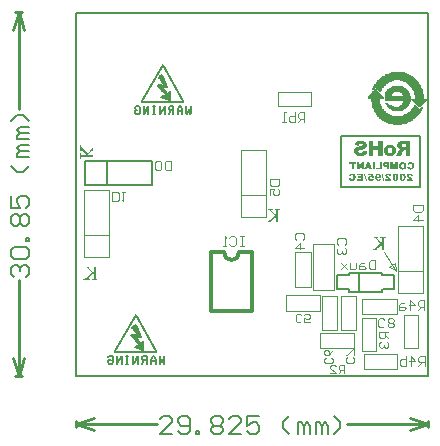
<source format=gbo>
*
%LPD*%
%LNVIPer01-buck.GBO*%
%FSLAX24Y24*%
%MOIN*%
%AD*%
%ADD10C,0.009843*%
%ADD11C,0.005906*%
%ADD31C,0.011811*%
%ADD34C,0.007874*%
%ADD35C,0.003937*%
%ADD76C,0.006*%
%ADD115C,0.055*%
%ADD117C,0.001*%
G54D10*
%SRX1Y1I0.0J0.0*%
G1X91720Y87441D2*
G1X91921Y87441D1*
G1X91720Y75295D2*
G1X91921Y75295D1*
G1X91823Y87441D2*
G1X92020Y86839D1*
G1X91622Y86839D2*
G1X91823Y87441D1*
G1X91823Y75295D2*
G1X92020Y75894D1*
G1X91622Y75894D2*
G1X91823Y75295D1*
G1X91823Y84224D2*
G1X91823Y87441D1*
G1X91823Y75295D2*
G1X91823Y78508D1*
G1X105472Y73618D2*
G1X105472Y73819D1*
G1X93732Y73618D2*
G1X93732Y73819D1*
G1X104874Y73520D2*
G1X105472Y73720D1*
G1X104874Y73917D2*
G1X105472Y73720D1*
G1X93732Y73720D2*
G1X94331Y73520D1*
G1X93732Y73720D2*
G1X94331Y73917D1*
G1X102760Y73720D2*
G1X105472Y73720D1*
G1X93732Y73720D2*
G1X96441Y73720D1*
G1X91681Y78606D2*
G54D11*
G1X91583Y78709D1*
G1X91583Y78909D1*
G1X91681Y79008D1*
G1X91780Y79008D1*
G1X91882Y78909D1*
G1X91882Y78807D1*
G1X91882Y78909D1*
G1X91980Y79008D1*
G1X92083Y79008D1*
G1X92181Y78909D1*
G1X92181Y78709D1*
G1X92083Y78606D1*
G1X91681Y79209D2*
G1X91583Y79307D1*
G1X91583Y79508D1*
G1X91681Y79606D1*
G1X92083Y79606D1*
G1X92181Y79508D1*
G1X92181Y79307D1*
G1X92083Y79209D1*
G1X91681Y79209D1*
G1X92181Y79807D2*
G1X92083Y79807D1*
G1X92083Y79906D1*
G1X92181Y79906D1*
G1X92181Y79807D1*
G1X91681Y80307D2*
G1X91583Y80406D1*
G1X91583Y80606D1*
G1X91681Y80709D1*
G1X91780Y80709D1*
G1X91882Y80606D1*
G1X91980Y80709D1*
G1X92083Y80709D1*
G1X92181Y80606D1*
G1X92181Y80406D1*
G1X92083Y80307D1*
G1X91980Y80307D1*
G1X91882Y80406D1*
G1X91780Y80307D1*
G1X91681Y80307D1*
G1X91882Y80406D2*
G1X91882Y80606D1*
G1X91583Y81307D2*
G1X91583Y80906D1*
G1X91882Y80906D1*
G1X91780Y81106D1*
G1X91780Y81209D1*
G1X91882Y81307D1*
G1X92083Y81307D1*
G1X92181Y81209D1*
G1X92181Y81008D1*
G1X92083Y80906D1*
G1X92181Y82307D2*
G1X91980Y82106D1*
G1X91780Y82106D1*
G1X91583Y82307D1*
G1X92181Y82606D2*
G1X91780Y82606D1*
G1X91780Y82705D1*
G1X91882Y82807D1*
G1X92181Y82807D1*
G1X91882Y82807D1*
G1X91780Y82906D1*
G1X91882Y83008D1*
G1X92181Y83008D1*
G1X92181Y83205D2*
G1X91780Y83205D1*
G1X91780Y83307D1*
G1X91882Y83406D1*
G1X92181Y83406D1*
G1X91882Y83406D1*
G1X91780Y83508D1*
G1X91882Y83606D1*
G1X92181Y83606D1*
G1X92181Y83807D2*
G1X91980Y84008D1*
G1X91780Y84008D1*
G1X91583Y83807D1*
G1X96941Y73358D2*
G1X96543Y73358D1*
G1X96941Y73760D1*
G1X96941Y73858D1*
G1X96843Y73961D1*
G1X96642Y73961D1*
G1X96543Y73858D1*
G1X97142Y73461D2*
G1X97244Y73358D1*
G1X97441Y73358D1*
G1X97543Y73461D1*
G1X97543Y73858D1*
G1X97441Y73961D1*
G1X97244Y73961D1*
G1X97142Y73858D1*
G1X97142Y73760D1*
G1X97244Y73657D1*
G1X97543Y73657D1*
G1X97744Y73358D2*
G1X97744Y73461D1*
G1X97843Y73461D1*
G1X97843Y73358D1*
G1X97744Y73358D1*
G1X98240Y73858D2*
G1X98343Y73961D1*
G1X98543Y73961D1*
G1X98642Y73858D1*
G1X98642Y73760D1*
G1X98543Y73657D1*
G1X98642Y73559D1*
G1X98642Y73461D1*
G1X98543Y73358D1*
G1X98343Y73358D1*
G1X98240Y73461D1*
G1X98240Y73559D1*
G1X98343Y73657D1*
G1X98240Y73760D1*
G1X98240Y73858D1*
G1X98343Y73657D2*
G1X98543Y73657D1*
G1X99240Y73358D2*
G1X98843Y73358D1*
G1X99240Y73760D1*
G1X99240Y73858D1*
G1X99142Y73961D1*
G1X98941Y73961D1*
G1X98843Y73858D1*
G1X99843Y73961D2*
G1X99441Y73961D1*
G1X99441Y73657D1*
G1X99642Y73760D1*
G1X99740Y73760D1*
G1X99843Y73657D1*
G1X99843Y73461D1*
G1X99740Y73358D1*
G1X99543Y73358D1*
G1X99441Y73461D1*
G1X100843Y73358D2*
G1X100642Y73559D1*
G1X100642Y73760D1*
G1X100843Y73961D1*
G1X101142Y73358D2*
G1X101142Y73760D1*
G1X101240Y73760D1*
G1X101343Y73657D1*
G1X101343Y73358D1*
G1X101343Y73657D1*
G1X101441Y73760D1*
G1X101539Y73657D1*
G1X101539Y73358D1*
G1X101740Y73358D2*
G1X101740Y73760D1*
G1X101843Y73760D1*
G1X101941Y73657D1*
G1X101941Y73358D1*
G1X101941Y73657D1*
G1X102039Y73760D1*
G1X102142Y73657D1*
G1X102142Y73358D1*
G1X102343Y73358D2*
G1X102539Y73559D1*
G1X102539Y73760D1*
G1X102343Y73961D1*
G1X98681Y79437D2*
G54D31*
G1X98693Y79343D1*
G1X98744Y79256D1*
G1X98823Y79201D1*
G1X98921Y79177D1*
G1X99016Y79197D1*
G1X99098Y79252D1*
G1X99150Y79331D1*
G1X99169Y79429D1*
G1X99614Y77472D2*
G1X99614Y79441D1*
G1X99173Y79449D2*
G1X99614Y79449D1*
G1X98244Y79449D2*
G1X98677Y79449D1*
G1X98244Y77472D2*
G1X98244Y79441D1*
G1X98240Y77472D2*
G1X99614Y77472D1*
G1X94035Y81661D2*
G54D34*
G1X96280Y81661D1*
G1X94035Y81661D2*
G1X94035Y82488D1*
G1X96280Y81661D2*
G1X96280Y82488D1*
G1X94783Y81681D2*
G1X94783Y82469D1*
G1X94035Y82488D2*
G1X96280Y82488D1*
G1X103949Y78669D2*
G1X103949Y78748D1*
G1X103949Y78669D2*
G1X104343Y78669D1*
G1X104343Y78197D2*
G1X104343Y78669D1*
G1X103969Y78197D2*
G1X104343Y78197D1*
G1X103949Y78118D2*
G1X103949Y78197D1*
G1X102846Y78118D2*
G1X102846Y78197D1*
G1X102453Y78197D2*
G1X102846Y78197D1*
G1X102453Y78197D2*
G1X102453Y78669D1*
G1X102827Y78669D1*
G1X103161Y78118D2*
G1X103161Y78748D1*
G1X102846Y78118D2*
G1X103949Y78118D1*
G1X102846Y78669D2*
G1X102846Y78748D1*
G1X103949Y78748D1*
G1X93996Y79260D2*
G54D35*
G1X94823Y79260D1*
G1X93996Y81504D2*
G1X94823Y81504D1*
G1X94016Y80008D2*
G1X94803Y80008D1*
G1X94823Y79260D2*
G1X94823Y81504D1*
G1X93996Y79260D2*
G1X93996Y81504D1*
G1X99244Y80591D2*
G1X100071Y80591D1*
G1X99244Y82835D2*
G1X100071Y82835D1*
G1X99264Y81339D2*
G1X100051Y81339D1*
G1X100071Y80591D2*
G1X100071Y82835D1*
G1X99244Y80591D2*
G1X99244Y82835D1*
G1X103327Y75551D2*
G1X103327Y76031D1*
G1X104429Y75551D2*
G1X104429Y76031D1*
G1X103327Y75551D2*
G1X104429Y75551D1*
G1X103327Y76031D2*
G1X104429Y76031D1*
G1X103004Y76228D2*
G1X103004Y76740D1*
G1X101862Y76740D2*
G1X103004Y76740D1*
G1X101862Y76228D2*
G1X103004Y76228D1*
G1X101862Y76228D2*
G1X101862Y76740D1*
G1X104421Y77362D2*
G1X104421Y77874D1*
G1X103280Y77874D2*
G1X104421Y77874D1*
G1X103280Y77362D2*
G1X104421Y77362D1*
G1X103280Y77362D2*
G1X103280Y77874D1*
G1X102571Y76831D2*
G1X103083Y76831D1*
G1X103083Y77972D1*
G1X102571Y76831D2*
G1X102571Y77972D1*
G1X103083Y77972D1*
G1X101941Y77972D2*
G1X102453Y77972D1*
G1X101941Y76831D2*
G1X101941Y77972D1*
G1X102453Y76831D2*
G1X102453Y77972D1*
G1X101941Y76831D2*
G1X102453Y76831D1*
G1X100728Y77488D2*
G1X100728Y78000D1*
G1X100728Y77488D2*
G1X101870Y77488D1*
G1X100728Y78000D2*
G1X101870Y78000D1*
G1X101870Y77488D2*
G1X101870Y78000D1*
G1X101634Y78169D2*
G1X101634Y79705D1*
G1X102343Y78169D2*
G1X102343Y79705D1*
G1X101634Y79705D2*
G1X102343Y79705D1*
G1X101634Y78169D2*
G1X102343Y78169D1*
G1X103260Y76150D2*
G1X103260Y77252D1*
G1X103740Y76150D2*
G1X103740Y77252D1*
G1X103260Y77252D2*
G1X103740Y77252D1*
G1X103260Y76150D2*
G1X103740Y76150D1*
G1X104657Y77331D2*
G1X105138Y77331D1*
G1X104657Y76228D2*
G1X105138Y76228D1*
G1X104657Y76228D2*
G1X104657Y77331D1*
G1X105138Y76228D2*
G1X105138Y77331D1*
G1X101043Y79429D2*
G1X101555Y79429D1*
G1X101043Y78287D2*
G1X101043Y79429D1*
G1X101555Y78287D2*
G1X101555Y79429D1*
G1X101043Y78287D2*
G1X101555Y78287D1*
G1X101587Y84299D2*
G1X101587Y84783D1*
G1X100484Y84299D2*
G1X100484Y84783D1*
G1X100484Y84299D2*
G1X101587Y84299D1*
G1X100484Y84783D2*
G1X101587Y84783D1*
G1X104469Y78059D2*
G1X105295Y78059D1*
G1X104469Y80303D2*
G1X105295Y80303D1*
G1X104488Y78807D2*
G1X105276Y78807D1*
G1X105295Y78059D2*
G1X105295Y80303D1*
G1X104469Y78059D2*
G1X104469Y80303D1*
G1X96902Y82480D2*
G1X96902Y82165D1*
G1X96744Y82165D1*
G1X96689Y82217D1*
G1X96689Y82425D1*
G1X96744Y82480D1*
G1X96902Y82480D1*
G1X96587Y82425D2*
G1X96531Y82480D1*
G1X96429Y82480D1*
G1X96374Y82425D1*
G1X96374Y82217D1*
G1X96429Y82165D1*
G1X96531Y82165D1*
G1X96587Y82217D1*
G1X96587Y82425D1*
G1X101087Y79846D2*
G1X101035Y79902D1*
G1X101035Y80004D1*
G1X101087Y80059D1*
G1X101295Y80059D1*
G1X101350Y80004D1*
G1X101350Y79902D1*
G1X101295Y79846D1*
G1X101350Y79587D2*
G1X101035Y79587D1*
G1X101193Y79744D1*
G1X101193Y79531D1*
G1X102484Y79689D2*
G1X102433Y79744D1*
G1X102433Y79846D1*
G1X102484Y79902D1*
G1X102693Y79902D1*
G1X102748Y79846D1*
G1X102748Y79744D1*
G1X102693Y79689D1*
G1X102484Y79587D2*
G1X102433Y79531D1*
G1X102433Y79429D1*
G1X102484Y79374D1*
G1X102535Y79374D1*
G1X102591Y79429D1*
G1X102591Y79480D1*
G1X102591Y79429D1*
G1X102642Y79374D1*
G1X102693Y79374D1*
G1X102748Y79429D1*
G1X102748Y79531D1*
G1X102693Y79587D1*
G1X102248Y75909D2*
G1X102295Y75866D1*
G1X102295Y75772D1*
G1X102248Y75728D1*
G1X102063Y75728D1*
G1X102020Y75772D1*
G1X102020Y75866D1*
G1X102063Y75909D1*
G1X102295Y76185D2*
G1X102248Y76094D1*
G1X102157Y76004D1*
G1X102063Y76004D1*
G1X102020Y76047D1*
G1X102020Y76142D1*
G1X102063Y76185D1*
G1X102110Y76185D1*
G1X102157Y76142D1*
G1X102157Y76004D1*
G1X102965Y75929D2*
G1X103012Y75886D1*
G1X103012Y75791D1*
G1X102965Y75748D1*
G1X102783Y75748D1*
G1X102736Y75791D1*
G1X102736Y75886D1*
G1X102783Y75929D1*
G1X103012Y76024D2*
G1X103012Y76205D1*
G1X102965Y76205D1*
G1X102783Y76024D1*
G1X102736Y76024D1*
G1X101248Y77150D2*
G1X101201Y77106D1*
G1X101110Y77106D1*
G1X101063Y77150D1*
G1X101063Y77335D1*
G1X101110Y77382D1*
G1X101201Y77382D1*
G1X101248Y77335D1*
G1X101524Y77106D2*
G1X101339Y77106D1*
G1X101339Y77244D1*
G1X101429Y77197D1*
G1X101476Y77197D1*
G1X101524Y77244D1*
G1X101524Y77335D1*
G1X101476Y77382D1*
G1X101386Y77382D1*
G1X101339Y77335D1*
G1X104020Y76980D2*
G1X103969Y76929D1*
G1X103862Y76929D1*
G1X103811Y76980D1*
G1X103811Y77189D1*
G1X103862Y77244D1*
G1X103969Y77244D1*
G1X104020Y77189D1*
G1X104126Y76980D2*
G1X104177Y76929D1*
G1X104283Y76929D1*
G1X104335Y76980D1*
G1X104335Y77031D1*
G1X104283Y77087D1*
G1X104335Y77138D1*
G1X104335Y77189D1*
G1X104283Y77244D1*
G1X104177Y77244D1*
G1X104126Y77189D1*
G1X104126Y77138D1*
G1X104177Y77087D1*
G1X104126Y77031D1*
G1X104126Y76980D1*
G1X104177Y77087D2*
G1X104283Y77087D1*
G1X94953Y81130D2*
G1X94953Y81445D1*
G1X95110Y81445D1*
G1X95161Y81394D1*
G1X95161Y81185D1*
G1X95110Y81130D1*
G1X94953Y81130D1*
G1X95268Y81445D2*
G1X95370Y81445D1*
G1X95319Y81445D1*
G1X95319Y81130D1*
G1X95268Y81185D1*
G1X103713Y79179D2*
G1X103713Y78864D1*
G1X103555Y78864D1*
G1X103500Y78915D1*
G1X103500Y79124D1*
G1X103555Y79179D1*
G1X103713Y79179D1*
G1X103343Y79073D2*
G1X103240Y79073D1*
G1X103185Y79021D1*
G1X103185Y78864D1*
G1X103343Y78864D1*
G1X103398Y78915D1*
G1X103343Y78966D1*
G1X103185Y78966D1*
G1X103083Y79073D2*
G1X103083Y78915D1*
G1X103028Y78864D1*
G1X102870Y78864D1*
G1X102870Y79073D1*
G1X102768Y79073D2*
G1X102555Y78864D1*
G1X102662Y78966D1*
G1X102555Y79073D1*
G1X102768Y78864D1*
G1X104980Y80992D2*
G1X105295Y80992D1*
G1X105295Y80835D1*
G1X105244Y80783D1*
G1X105031Y80783D1*
G1X104980Y80835D1*
G1X104980Y80992D1*
G1X105295Y80520D2*
G1X104980Y80520D1*
G1X105138Y80677D1*
G1X105138Y80469D1*
G1X100197Y81870D2*
G1X100512Y81870D1*
G1X100512Y81713D1*
G1X100461Y81657D1*
G1X100248Y81657D1*
G1X100197Y81713D1*
G1X100197Y81870D1*
G1X100197Y81343D2*
G1X100197Y81555D1*
G1X100354Y81555D1*
G1X100303Y81449D1*
G1X100303Y81398D1*
G1X100354Y81343D1*
G1X100461Y81343D1*
G1X100512Y81398D1*
G1X100512Y81500D1*
G1X100461Y81555D1*
G1X99324Y79965D2*
G1X99218Y79965D1*
G1X99269Y79965D1*
G1X99269Y79650D1*
G1X99324Y79650D1*
G1X99218Y79650D1*
G1X98851Y79914D2*
G1X98903Y79965D1*
G1X99009Y79965D1*
G1X99060Y79914D1*
G1X99060Y79701D1*
G1X99009Y79650D1*
G1X98903Y79650D1*
G1X98851Y79701D1*
G1X98745Y79650D2*
G1X98639Y79650D1*
G1X98694Y79650D1*
G1X98694Y79965D1*
G1X98745Y79914D1*
G1X104154Y76772D2*
G1X103839Y76772D1*
G1X103839Y76614D1*
G1X103890Y76559D1*
G1X103996Y76559D1*
G1X104047Y76614D1*
G1X104047Y76772D1*
G1X104047Y76665D2*
G1X104154Y76559D1*
G1X103890Y76457D2*
G1X103839Y76402D1*
G1X103839Y76299D1*
G1X103890Y76244D1*
G1X103945Y76244D1*
G1X103996Y76299D1*
G1X103996Y76350D1*
G1X103996Y76299D1*
G1X104047Y76244D1*
G1X104102Y76244D1*
G1X104154Y76299D1*
G1X104154Y76402D1*
G1X104102Y76457D1*
G1X105354Y77520D2*
G1X105354Y77835D1*
G1X105197Y77835D1*
G1X105146Y77780D1*
G1X105146Y77677D1*
G1X105197Y77622D1*
G1X105354Y77622D1*
G1X105248Y77622D2*
G1X105146Y77520D1*
G1X104882Y77520D2*
G1X104882Y77835D1*
G1X105039Y77677D1*
G1X104831Y77677D1*
G1X104673Y77728D2*
G1X104567Y77728D1*
G1X104516Y77677D1*
G1X104516Y77520D1*
G1X104673Y77520D1*
G1X104724Y77571D1*
G1X104673Y77622D1*
G1X104516Y77622D1*
G1X102677Y75402D2*
G1X102677Y75677D1*
G1X102539Y75677D1*
G1X102492Y75630D1*
G1X102492Y75539D1*
G1X102539Y75492D1*
G1X102677Y75492D1*
G1X102587Y75492D2*
G1X102492Y75402D1*
G1X102217Y75402D2*
G1X102402Y75402D1*
G1X102217Y75587D1*
G1X102217Y75630D1*
G1X102264Y75677D1*
G1X102354Y75677D1*
G1X102402Y75630D1*
G1X105366Y75657D2*
G1X105366Y75972D1*
G1X105209Y75972D1*
G1X105154Y75921D1*
G1X105154Y75815D1*
G1X105209Y75764D1*
G1X105366Y75764D1*
G1X105260Y75764D2*
G1X105154Y75657D1*
G1X104894Y75657D2*
G1X104894Y75972D1*
G1X105051Y75815D1*
G1X104839Y75815D1*
G1X104736Y75972D2*
G1X104736Y75657D1*
G1X104579Y75657D1*
G1X104524Y75709D1*
G1X104524Y75764D1*
G1X104524Y75815D1*
G1X104579Y75866D1*
G1X104736Y75866D1*
G1X101351Y83781D2*
G1X101351Y84096D1*
G1X101193Y84096D1*
G1X101142Y84045D1*
G1X101142Y83938D1*
G1X101193Y83887D1*
G1X101351Y83887D1*
G1X101244Y83887D2*
G1X101142Y83781D1*
G1X101036Y84096D2*
G1X101036Y83781D1*
G1X100878Y83781D1*
G1X100827Y83832D1*
G1X100827Y83887D1*
G1X100827Y83938D1*
G1X100878Y83990D1*
G1X101036Y83990D1*
G1X100721Y83781D2*
G1X100614Y83781D1*
G1X100669Y83781D1*
G1X100669Y84096D1*
G1X100721Y84096D1*
G1X93747Y75307D2*
G54D34*
G1X93747Y87423D1*
G1X105463Y87423D1*
G1X105463Y75307D1*
G1X93747Y75307D1*
G54D115*
G36*
G1X104968Y81815D2*
G1X104968Y81819D1*
G1X104967Y81821D1*
G1X104967Y81824D1*
G1X104966Y81827D1*
G1X104966Y81830D1*
G1X104965Y81833D1*
G1X104963Y81835D1*
G1X104963Y81838D1*
G1X104962Y81841D1*
G1X104961Y81844D1*
G1X104960Y81846D1*
G1X104959Y81849D1*
G1X104958Y81851D1*
G1X104956Y81855D1*
G1X104955Y81857D1*
G1X104954Y81860D1*
G1X104953Y81862D1*
G1X104950Y81865D1*
G1X104949Y81868D1*
G1X104947Y81870D1*
G1X104945Y81872D1*
G1X104944Y81876D1*
G1X104942Y81878D1*
G1X104939Y81881D1*
G1X104937Y81883D1*
G1X104934Y81886D1*
G1X104932Y81890D1*
G1X104930Y81892D1*
G1X104926Y81895D1*
G1X104923Y81898D1*
G1X104920Y81902D1*
G1X104916Y81904D1*
G1X104913Y81907D1*
G1X104909Y81910D1*
G1X104906Y81914D1*
G1X104901Y81917D1*
G1X104897Y81920D1*
G1X104892Y81924D1*
G1X104888Y81927D1*
G1X104884Y81930D1*
G1X104880Y81932D1*
G1X104878Y81935D1*
G1X104876Y81937D1*
G1X104873Y81939D1*
G1X104871Y81940D1*
G1X104868Y81942D1*
G1X104866Y81944D1*
G1X104864Y81945D1*
G1X104862Y81948D1*
G1X104860Y81950D1*
G1X104859Y81951D1*
G1X104856Y81952D1*
G1X104855Y81954D1*
G1X104853Y81955D1*
G1X104852Y81956D1*
G1X104851Y81959D1*
G1X104850Y81960D1*
G1X104849Y81961D1*
G1X104848Y81962D1*
G1X104847Y81963D1*
G1X104845Y81964D1*
G1X104845Y81965D1*
G1X104844Y81966D1*
G1X104843Y81967D1*
G1X104843Y81968D1*
G1X104842Y81969D1*
G1X104842Y81971D1*
G1X104842Y81972D1*
G1X104841Y81973D1*
G1X104841Y81974D1*
G1X104840Y81975D1*
G1X104840Y81976D1*
G1X104840Y81977D1*
G1X104840Y81978D1*
G1X104839Y81978D1*
G1X104839Y81979D1*
G1X104839Y81980D1*
G1X104839Y81982D1*
G1X104839Y81983D1*
G1X104839Y81984D1*
G1X104839Y81985D1*
G1X104839Y81986D1*
G1X104839Y81987D1*
G1X104839Y81988D1*
G1X104839Y81989D1*
G1X104840Y81990D1*
G1X104840Y81991D1*
G1X104840Y81992D1*
G1X104841Y81994D1*
G1X104841Y81995D1*
G1X104842Y81996D1*
G1X104842Y81997D1*
G1X104842Y81998D1*
G1X104843Y81998D1*
G1X104843Y81999D1*
G1X104844Y82000D1*
G1X104845Y82001D1*
G1X104847Y82002D1*
G1X104848Y82003D1*
G1X104849Y82003D1*
G1X104849Y82004D1*
G1X104850Y82006D1*
G1X104851Y82006D1*
G1X104852Y82007D1*
G1X104853Y82007D1*
G1X104854Y82007D1*
G1X104855Y82008D1*
G1X104856Y82008D1*
G1X104857Y82009D1*
G1X104859Y82009D1*
G1X104860Y82009D1*
G1X104861Y82009D1*
G1X104862Y82010D1*
G1X104863Y82010D1*
G1X104864Y82010D1*
G1X104865Y82010D1*
G1X104866Y82010D1*
G1X104867Y82010D1*
G1X104868Y82010D1*
G1X104869Y82010D1*
G1X104871Y82010D1*
G1X104872Y82010D1*
G1X104873Y82010D1*
G1X104874Y82009D1*
G1X104875Y82009D1*
G1X104876Y82009D1*
G1X104877Y82009D1*
G1X104878Y82008D1*
G1X104879Y82008D1*
G1X104880Y82007D1*
G1X104881Y82007D1*
G1X104883Y82006D1*
G1X104884Y82006D1*
G1X104885Y82004D1*
G1X104886Y82003D1*
G1X104887Y82002D1*
G1X104888Y82001D1*
G1X104888Y82000D1*
G1X104889Y82000D1*
G1X104890Y81999D1*
G1X104890Y81998D1*
G1X104891Y81997D1*
G1X104891Y81996D1*
G1X104892Y81995D1*
G1X104892Y81992D1*
G1X104894Y81991D1*
G1X104894Y81990D1*
G1X104895Y81989D1*
G1X104895Y81987D1*
G1X104896Y81986D1*
G1X104896Y81984D1*
G1X104897Y81983D1*
G1X104897Y81980D1*
G1X104897Y81978D1*
G1X104898Y81977D1*
G1X104898Y81975D1*
G1X104963Y81980D1*
G1X104963Y81983D1*
G1X104962Y81986D1*
G1X104962Y81988D1*
G1X104961Y81991D1*
G1X104961Y81994D1*
G1X104960Y81996D1*
G1X104960Y81998D1*
G1X104959Y82000D1*
G1X104958Y82002D1*
G1X104958Y82004D1*
G1X104957Y82007D1*
G1X104956Y82009D1*
G1X104956Y82011D1*
G1X104955Y82013D1*
G1X104954Y82014D1*
G1X104953Y82016D1*
G1X104953Y82019D1*
G1X104951Y82020D1*
G1X104950Y82022D1*
G1X104949Y82023D1*
G1X104948Y82024D1*
G1X104947Y82026D1*
G1X104946Y82027D1*
G1X104945Y82028D1*
G1X104944Y82031D1*
G1X104943Y82032D1*
G1X104942Y82033D1*
G1X104940Y82034D1*
G1X104938Y82035D1*
G1X104937Y82036D1*
G1X104936Y82037D1*
G1X104934Y82038D1*
G1X104933Y82039D1*
G1X104931Y82041D1*
G1X104930Y82042D1*
G1X104927Y82043D1*
G1X104926Y82044D1*
G1X104924Y82045D1*
G1X104923Y82045D1*
G1X104921Y82046D1*
G1X104919Y82047D1*
G1X104916Y82048D1*
G1X104915Y82048D1*
G1X104913Y82049D1*
G1X104911Y82050D1*
G1X104909Y82050D1*
G1X104906Y82051D1*
G1X104903Y82051D1*
G1X104901Y82053D1*
G1X104899Y82053D1*
G1X104896Y82053D1*
G1X104894Y82054D1*
G1X104890Y82054D1*
G1X104887Y82054D1*
G1X104885Y82055D1*
G1X104881Y82055D1*
G1X104878Y82055D1*
G1X104875Y82055D1*
G1X104872Y82055D1*
G1X104868Y82055D1*
G1X104865Y82055D1*
G1X104862Y82055D1*
G1X104859Y82055D1*
G1X104855Y82055D1*
G1X104852Y82055D1*
G1X104850Y82054D1*
G1X104847Y82054D1*
G1X104843Y82054D1*
G1X104841Y82054D1*
G1X104839Y82053D1*
G1X104836Y82053D1*
G1X104833Y82051D1*
G1X104831Y82051D1*
G1X104828Y82051D1*
G1X104826Y82050D1*
G1X104824Y82050D1*
G1X104821Y82049D1*
G1X104820Y82048D1*
G1X104818Y82048D1*
G1X104816Y82047D1*
G1X104814Y82046D1*
G1X104812Y82046D1*
G1X104810Y82045D1*
G1X104808Y82044D1*
G1X104806Y82043D1*
G1X104805Y82042D1*
G1X104803Y82041D1*
G1X104802Y82039D1*
G1X104800Y82038D1*
G1X104798Y82037D1*
G1X104797Y82036D1*
G1X104795Y82035D1*
G1X104794Y82034D1*
G1X104793Y82032D1*
G1X104791Y82031D1*
G1X104790Y82030D1*
G1X104789Y82027D1*
G1X104787Y82026D1*
G1X104786Y82024D1*
G1X104785Y82023D1*
G1X104784Y82021D1*
G1X104783Y82020D1*
G1X104782Y82018D1*
G1X104781Y82016D1*
G1X104781Y82014D1*
G1X104780Y82013D1*
G1X104779Y82011D1*
G1X104779Y82009D1*
G1X104778Y82008D1*
G1X104777Y82006D1*
G1X104777Y82003D1*
G1X104777Y82002D1*
G1X104775Y82000D1*
G1X104775Y81998D1*
G1X104775Y81996D1*
G1X104774Y81994D1*
G1X104774Y81992D1*
G1X104774Y81990D1*
G1X104774Y81988D1*
G1X104774Y81986D1*
G1X104774Y81984D1*
G1X104774Y81982D1*
G1X104774Y81979D1*
G1X104774Y81977D1*
G1X104775Y81976D1*
G1X104775Y81974D1*
G1X104775Y81972D1*
G1X104777Y81969D1*
G1X104777Y81967D1*
G1X104778Y81965D1*
G1X104778Y81963D1*
G1X104779Y81962D1*
G1X104780Y81960D1*
G1X104780Y81957D1*
G1X104781Y81955D1*
G1X104782Y81953D1*
G1X104783Y81951D1*
G1X104784Y81950D1*
G1X104785Y81948D1*
G1X104786Y81945D1*
G1X104787Y81943D1*
G1X104790Y81941D1*
G1X104791Y81940D1*
G1X104793Y81938D1*
G1X104794Y81936D1*
G1X104796Y81933D1*
G1X104798Y81931D1*
G1X104800Y81929D1*
G1X104802Y81927D1*
G1X104805Y81925D1*
G1X104807Y81922D1*
G1X104809Y81920D1*
G1X104812Y81918D1*
G1X104815Y81916D1*
G1X104817Y81914D1*
G1X104820Y81912D1*
G1X104822Y81909D1*
G1X104826Y81906D1*
G1X104829Y81904D1*
G1X104832Y81902D1*
G1X104834Y81901D1*
G1X104836Y81900D1*
G1X104838Y81898D1*
G1X104840Y81896D1*
G1X104841Y81895D1*
G1X104843Y81894D1*
G1X104844Y81893D1*
G1X104845Y81893D1*
G1X104848Y81892D1*
G1X104849Y81891D1*
G1X104850Y81890D1*
G1X104851Y81889D1*
G1X104852Y81888D1*
G1X104853Y81888D1*
G1X104854Y81886D1*
G1X104855Y81885D1*
G1X104856Y81885D1*
G1X104857Y81884D1*
G1X104859Y81883D1*
G1X104860Y81882D1*
G1X104861Y81881D1*
G1X104862Y81880D1*
G1X104863Y81880D1*
G1X104863Y81879D1*
G1X104864Y81879D1*
G1X104865Y81878D1*
G1X104865Y81877D1*
G1X104866Y81877D1*
G1X104867Y81876D1*
G1X104868Y81874D1*
G1X104869Y81873D1*
G1X104871Y81872D1*
G1X104872Y81871D1*
G1X104873Y81870D1*
G1X104874Y81869D1*
G1X104773Y81869D1*
G1X104773Y81815D1*
G1X104968Y81815D1*
G37*
G36*
G1X104723Y81915D2*
G1X104722Y81913D1*
G1X104722Y81903D1*
G1X104721Y81901D1*
G1X104721Y81895D1*
G1X104720Y81893D1*
G1X104720Y81889D1*
G1X104719Y81886D1*
G1X104719Y81884D1*
G1X104718Y81882D1*
G1X104718Y81880D1*
G1X104716Y81878D1*
G1X104716Y81876D1*
G1X104715Y81873D1*
G1X104715Y81871D1*
G1X104714Y81869D1*
G1X104714Y81868D1*
G1X104713Y81866D1*
G1X104712Y81863D1*
G1X104712Y81862D1*
G1X104711Y81860D1*
G1X104711Y81859D1*
G1X104710Y81857D1*
G1X104709Y81856D1*
G1X104709Y81854D1*
G1X104708Y81853D1*
G1X104707Y81850D1*
G1X104707Y81849D1*
G1X104703Y81845D1*
G1X104702Y81843D1*
G1X104700Y81842D1*
G1X104699Y81839D1*
G1X104698Y81838D1*
G1X104697Y81836D1*
G1X104695Y81835D1*
G1X104694Y81834D1*
G1X104691Y81832D1*
G1X104689Y81830D1*
G1X104687Y81829D1*
G1X104686Y81827D1*
G1X104684Y81826D1*
G1X104683Y81825D1*
G1X104680Y81824D1*
G1X104678Y81823D1*
G1X104677Y81822D1*
G1X104673Y81820D1*
G1X104672Y81819D1*
G1X104669Y81819D1*
G1X104667Y81818D1*
G1X104665Y81816D1*
G1X104663Y81815D1*
G1X104656Y81815D1*
G1X104654Y81814D1*
G1X104651Y81814D1*
G1X104649Y81813D1*
G1X104641Y81813D1*
G1X104638Y81812D1*
G1X104617Y81812D1*
G1X104612Y81813D1*
G1X104607Y81813D1*
G1X104603Y81814D1*
G1X104598Y81814D1*
G1X104594Y81815D1*
G1X104590Y81815D1*
G1X104585Y81816D1*
G1X104582Y81819D1*
G1X104579Y81820D1*
G1X104574Y81822D1*
G1X104571Y81823D1*
G1X104569Y81825D1*
G1X104566Y81827D1*
G1X104562Y81830D1*
G1X104560Y81833D1*
G1X104557Y81835D1*
G1X104555Y81837D1*
G1X104553Y81841D1*
G1X104550Y81844D1*
G1X104546Y81850D1*
G1X104545Y81854D1*
G1X104543Y81857D1*
G1X104542Y81861D1*
G1X104539Y81866D1*
G1X104537Y81874D1*
G1X104536Y81879D1*
G1X104535Y81883D1*
G1X104534Y81889D1*
G1X104533Y81894D1*
G1X104533Y81898D1*
G1X104532Y81905D1*
G1X104532Y81910D1*
G1X104531Y81916D1*
G1X104531Y81934D1*
G1X104595Y81934D1*
G1X104595Y81909D1*
G1X104596Y81906D1*
G1X104596Y81895D1*
G1X104597Y81894D1*
G1X104597Y81889D1*
G1X104598Y81886D1*
G1X104598Y81884D1*
G1X104600Y81882D1*
G1X104600Y81880D1*
G1X104601Y81878D1*
G1X104601Y81877D1*
G1X104602Y81876D1*
G1X104602Y81874D1*
G1X104603Y81873D1*
G1X104603Y81872D1*
G1X104604Y81871D1*
G1X104604Y81870D1*
G1X104605Y81869D1*
G1X104605Y81868D1*
G1X104606Y81867D1*
G1X104606Y81866D1*
G1X104607Y81865D1*
G1X104608Y81863D1*
G1X104610Y81861D1*
G1X104612Y81860D1*
G1X104613Y81860D1*
G1X104614Y81859D1*
G1X104615Y81859D1*
G1X104616Y81858D1*
G1X104617Y81858D1*
G1X104617Y81857D1*
G1X104621Y81857D1*
G1X104622Y81856D1*
G1X104631Y81856D1*
G1X104632Y81857D1*
G1X104636Y81857D1*
G1X104637Y81858D1*
G1X104638Y81858D1*
G1X104639Y81859D1*
G1X104641Y81860D1*
G1X104642Y81861D1*
G1X104643Y81861D1*
G1X104647Y81865D1*
G1X104648Y81867D1*
G1X104648Y81868D1*
G1X104649Y81869D1*
G1X104650Y81871D1*
G1X104651Y81872D1*
G1X104652Y81874D1*
G1X104652Y81876D1*
G1X104654Y81880D1*
G1X104654Y81882D1*
G1X104655Y81884D1*
G1X104655Y81890D1*
G1X104656Y81893D1*
G1X104656Y81895D1*
G1X104657Y81898D1*
G1X104657Y81909D1*
G1X104659Y81913D1*
G1X104659Y81934D1*
G1X104723Y81934D1*
G1X104723Y81915D1*
G37*
G36*
G1X104723Y81934D2*
G1X104659Y81934D1*
G1X104659Y81954D1*
G1X104657Y81957D1*
G1X104657Y81968D1*
G1X104656Y81971D1*
G1X104656Y81974D1*
G1X104655Y81977D1*
G1X104655Y81983D1*
G1X104654Y81985D1*
G1X104654Y81987D1*
G1X104652Y81991D1*
G1X104652Y81992D1*
G1X104651Y81995D1*
G1X104650Y81996D1*
G1X104650Y81998D1*
G1X104648Y82000D1*
G1X104647Y82002D1*
G1X104647Y82003D1*
G1X104645Y82004D1*
G1X104644Y82006D1*
G1X104643Y82006D1*
G1X104640Y82009D1*
G1X104638Y82009D1*
G1X104637Y82010D1*
G1X104634Y82010D1*
G1X104632Y82011D1*
G1X104624Y82011D1*
G1X104621Y82010D1*
G1X104619Y82010D1*
G1X104617Y82009D1*
G1X104616Y82009D1*
G1X104613Y82006D1*
G1X104612Y82006D1*
G1X104609Y82004D1*
G1X104607Y82002D1*
G1X104606Y82000D1*
G1X104606Y81999D1*
G1X104605Y81998D1*
G1X104604Y81996D1*
G1X104603Y81995D1*
G1X104602Y81992D1*
G1X104602Y81991D1*
G1X104600Y81987D1*
G1X104600Y81985D1*
G1X104598Y81983D1*
G1X104598Y81977D1*
G1X104597Y81974D1*
G1X104597Y81971D1*
G1X104596Y81967D1*
G1X104596Y81957D1*
G1X104595Y81953D1*
G1X104595Y81934D1*
G1X104531Y81934D1*
G1X104531Y81949D1*
G1X104532Y81951D1*
G1X104532Y81962D1*
G1X104533Y81965D1*
G1X104533Y81967D1*
G1X104534Y81971D1*
G1X104534Y81976D1*
G1X104535Y81978D1*
G1X104535Y81982D1*
G1X104536Y81984D1*
G1X104536Y81987D1*
G1X104537Y81989D1*
G1X104537Y81990D1*
G1X104538Y81992D1*
G1X104538Y81995D1*
G1X104539Y81996D1*
G1X104539Y81999D1*
G1X104541Y82000D1*
G1X104541Y82002D1*
G1X104542Y82003D1*
G1X104542Y82006D1*
G1X104543Y82007D1*
G1X104543Y82008D1*
G1X104544Y82009D1*
G1X104544Y82010D1*
G1X104545Y82011D1*
G1X104545Y82012D1*
G1X104546Y82013D1*
G1X104546Y82014D1*
G1X104547Y82015D1*
G1X104547Y82016D1*
G1X104548Y82018D1*
G1X104548Y82019D1*
G1X104551Y82022D1*
G1X104551Y82023D1*
G1X104553Y82024D1*
G1X104554Y82025D1*
G1X104554Y82026D1*
G1X104556Y82028D1*
G1X104557Y82030D1*
G1X104558Y82030D1*
G1X104558Y82031D1*
G1X104563Y82036D1*
G1X104565Y82036D1*
G1X104568Y82039D1*
G1X104569Y82039D1*
G1X104570Y82041D1*
G1X104572Y82043D1*
G1X104573Y82043D1*
G1X104577Y82045D1*
G1X104578Y82045D1*
G1X104579Y82046D1*
G1X104581Y82047D1*
G1X104582Y82047D1*
G1X104583Y82048D1*
G1X104585Y82048D1*
G1X104586Y82049D1*
G1X104588Y82049D1*
G1X104590Y82050D1*
G1X104591Y82050D1*
G1X104593Y82051D1*
G1X104594Y82051D1*
G1X104596Y82053D1*
G1X104602Y82053D1*
G1X104604Y82054D1*
G1X104610Y82054D1*
G1X104613Y82055D1*
G1X104636Y82055D1*
G1X104640Y82054D1*
G1X104644Y82054D1*
G1X104649Y82053D1*
G1X104653Y82053D1*
G1X104657Y82051D1*
G1X104665Y82049D1*
G1X104668Y82048D1*
G1X104673Y82046D1*
G1X104676Y82045D1*
G1X104679Y82043D1*
G1X104683Y82042D1*
G1X104688Y82037D1*
G1X104694Y82033D1*
G1X104697Y82030D1*
G1X104699Y82027D1*
G1X104701Y82025D1*
G1X104703Y82022D1*
G1X104706Y82019D1*
G1X104708Y82015D1*
G1X104710Y82012D1*
G1X104711Y82008D1*
G1X104713Y82004D1*
G1X104715Y81996D1*
G1X104716Y81990D1*
G1X104719Y81986D1*
G1X104719Y81982D1*
G1X104720Y81976D1*
G1X104721Y81971D1*
G1X104722Y81965D1*
G1X104722Y81959D1*
G1X104723Y81953D1*
G1X104723Y81934D1*
G37*
G36*
G1X104483Y81915D2*
G1X104481Y81913D1*
G1X104481Y81903D1*
G1X104480Y81901D1*
G1X104480Y81895D1*
G1X104479Y81893D1*
G1X104479Y81889D1*
G1X104478Y81886D1*
G1X104478Y81884D1*
G1X104477Y81882D1*
G1X104477Y81880D1*
G1X104476Y81878D1*
G1X104476Y81876D1*
G1X104475Y81873D1*
G1X104475Y81871D1*
G1X104474Y81869D1*
G1X104474Y81868D1*
G1X104473Y81866D1*
G1X104472Y81863D1*
G1X104472Y81862D1*
G1X104471Y81860D1*
G1X104471Y81859D1*
G1X104468Y81856D1*
G1X104468Y81854D1*
G1X104467Y81853D1*
G1X104466Y81850D1*
G1X104466Y81849D1*
G1X104465Y81848D1*
G1X104464Y81846D1*
G1X104463Y81845D1*
G1X104462Y81843D1*
G1X104460Y81842D1*
G1X104459Y81839D1*
G1X104457Y81838D1*
G1X104456Y81836D1*
G1X104454Y81835D1*
G1X104449Y81830D1*
G1X104447Y81829D1*
G1X104445Y81827D1*
G1X104443Y81826D1*
G1X104442Y81825D1*
G1X104438Y81823D1*
G1X104437Y81822D1*
G1X104435Y81821D1*
G1X104432Y81820D1*
G1X104431Y81819D1*
G1X104429Y81819D1*
G1X104427Y81818D1*
G1X104425Y81816D1*
G1X104422Y81815D1*
G1X104416Y81815D1*
G1X104414Y81814D1*
G1X104410Y81814D1*
G1X104408Y81813D1*
G1X104401Y81813D1*
G1X104397Y81812D1*
G1X104377Y81812D1*
G1X104371Y81813D1*
G1X104367Y81813D1*
G1X104362Y81814D1*
G1X104358Y81814D1*
G1X104354Y81815D1*
G1X104349Y81815D1*
G1X104345Y81816D1*
G1X104342Y81819D1*
G1X104338Y81820D1*
G1X104334Y81822D1*
G1X104331Y81823D1*
G1X104329Y81825D1*
G1X104325Y81827D1*
G1X104322Y81830D1*
G1X104320Y81833D1*
G1X104316Y81835D1*
G1X104314Y81837D1*
G1X104312Y81841D1*
G1X104306Y81850D1*
G1X104304Y81854D1*
G1X104302Y81857D1*
G1X104301Y81861D1*
G1X104299Y81866D1*
G1X104297Y81874D1*
G1X104296Y81879D1*
G1X104295Y81883D1*
G1X104294Y81889D1*
G1X104292Y81894D1*
G1X104292Y81898D1*
G1X104291Y81905D1*
G1X104291Y81910D1*
G1X104290Y81916D1*
G1X104290Y81934D1*
G1X104355Y81934D1*
G1X104355Y81909D1*
G1X104356Y81906D1*
G1X104356Y81895D1*
G1X104357Y81894D1*
G1X104357Y81889D1*
G1X104358Y81886D1*
G1X104358Y81884D1*
G1X104359Y81882D1*
G1X104359Y81880D1*
G1X104360Y81878D1*
G1X104360Y81877D1*
G1X104361Y81876D1*
G1X104361Y81874D1*
G1X104362Y81873D1*
G1X104362Y81872D1*
G1X104363Y81871D1*
G1X104363Y81870D1*
G1X104365Y81869D1*
G1X104365Y81868D1*
G1X104366Y81867D1*
G1X104366Y81866D1*
G1X104367Y81865D1*
G1X104368Y81863D1*
G1X104371Y81860D1*
G1X104372Y81860D1*
G1X104373Y81859D1*
G1X104374Y81859D1*
G1X104375Y81858D1*
G1X104377Y81858D1*
G1X104377Y81857D1*
G1X104381Y81857D1*
G1X104382Y81856D1*
G1X104391Y81856D1*
G1X104392Y81857D1*
G1X104395Y81857D1*
G1X104396Y81858D1*
G1X104397Y81858D1*
G1X104398Y81859D1*
G1X104401Y81860D1*
G1X104402Y81861D1*
G1X104403Y81861D1*
G1X104405Y81863D1*
G1X104407Y81867D1*
G1X104407Y81868D1*
G1X104408Y81869D1*
G1X104409Y81871D1*
G1X104412Y81874D1*
G1X104412Y81876D1*
G1X104414Y81880D1*
G1X104414Y81882D1*
G1X104415Y81884D1*
G1X104415Y81890D1*
G1X104416Y81893D1*
G1X104416Y81895D1*
G1X104417Y81898D1*
G1X104417Y81909D1*
G1X104418Y81913D1*
G1X104418Y81934D1*
G1X104483Y81934D1*
G1X104483Y81915D1*
G37*
G36*
G1X104483Y81934D2*
G1X104418Y81934D1*
G1X104418Y81954D1*
G1X104417Y81957D1*
G1X104417Y81968D1*
G1X104416Y81971D1*
G1X104416Y81974D1*
G1X104415Y81977D1*
G1X104415Y81983D1*
G1X104414Y81985D1*
G1X104414Y81987D1*
G1X104412Y81991D1*
G1X104412Y81992D1*
G1X104410Y81995D1*
G1X104409Y81996D1*
G1X104409Y81998D1*
G1X104407Y82000D1*
G1X104406Y82002D1*
G1X104406Y82003D1*
G1X104405Y82004D1*
G1X104404Y82006D1*
G1X104403Y82006D1*
G1X104400Y82009D1*
G1X104397Y82009D1*
G1X104396Y82010D1*
G1X104394Y82010D1*
G1X104392Y82011D1*
G1X104383Y82011D1*
G1X104381Y82010D1*
G1X104379Y82010D1*
G1X104377Y82009D1*
G1X104375Y82009D1*
G1X104372Y82006D1*
G1X104371Y82006D1*
G1X104367Y82002D1*
G1X104366Y82000D1*
G1X104366Y81999D1*
G1X104362Y81995D1*
G1X104361Y81992D1*
G1X104361Y81991D1*
G1X104359Y81987D1*
G1X104359Y81985D1*
G1X104358Y81983D1*
G1X104358Y81977D1*
G1X104357Y81974D1*
G1X104357Y81971D1*
G1X104356Y81967D1*
G1X104356Y81957D1*
G1X104355Y81953D1*
G1X104355Y81934D1*
G1X104290Y81934D1*
G1X104290Y81949D1*
G1X104291Y81951D1*
G1X104291Y81962D1*
G1X104292Y81965D1*
G1X104292Y81967D1*
G1X104294Y81971D1*
G1X104294Y81976D1*
G1X104295Y81978D1*
G1X104295Y81982D1*
G1X104296Y81984D1*
G1X104296Y81987D1*
G1X104297Y81989D1*
G1X104297Y81990D1*
G1X104298Y81992D1*
G1X104298Y81995D1*
G1X104299Y81996D1*
G1X104299Y81999D1*
G1X104300Y82000D1*
G1X104300Y82002D1*
G1X104301Y82003D1*
G1X104301Y82006D1*
G1X104302Y82007D1*
G1X104302Y82008D1*
G1X104303Y82009D1*
G1X104303Y82010D1*
G1X104304Y82011D1*
G1X104304Y82012D1*
G1X104306Y82013D1*
G1X104306Y82014D1*
G1X104307Y82015D1*
G1X104307Y82016D1*
G1X104308Y82018D1*
G1X104308Y82019D1*
G1X104311Y82022D1*
G1X104311Y82023D1*
G1X104313Y82025D1*
G1X104313Y82026D1*
G1X104315Y82028D1*
G1X104316Y82030D1*
G1X104318Y82030D1*
G1X104318Y82031D1*
G1X104323Y82036D1*
G1X104324Y82036D1*
G1X104327Y82039D1*
G1X104329Y82039D1*
G1X104330Y82041D1*
G1X104332Y82043D1*
G1X104333Y82043D1*
G1X104335Y82044D1*
G1X104336Y82045D1*
G1X104337Y82045D1*
G1X104338Y82046D1*
G1X104341Y82047D1*
G1X104342Y82047D1*
G1X104343Y82048D1*
G1X104345Y82048D1*
G1X104346Y82049D1*
G1X104347Y82049D1*
G1X104349Y82050D1*
G1X104350Y82050D1*
G1X104353Y82051D1*
G1X104354Y82051D1*
G1X104356Y82053D1*
G1X104361Y82053D1*
G1X104363Y82054D1*
G1X104370Y82054D1*
G1X104372Y82055D1*
G1X104395Y82055D1*
G1X104400Y82054D1*
G1X104404Y82054D1*
G1X104408Y82053D1*
G1X104413Y82053D1*
G1X104417Y82051D1*
G1X104420Y82050D1*
G1X104425Y82049D1*
G1X104428Y82048D1*
G1X104432Y82046D1*
G1X104436Y82045D1*
G1X104439Y82043D1*
G1X104442Y82042D1*
G1X104445Y82039D1*
G1X104451Y82035D1*
G1X104461Y82025D1*
G1X104465Y82019D1*
G1X104467Y82015D1*
G1X104469Y82012D1*
G1X104473Y82004D1*
G1X104475Y81996D1*
G1X104476Y81990D1*
G1X104478Y81986D1*
G1X104478Y81982D1*
G1X104479Y81976D1*
G1X104480Y81971D1*
G1X104481Y81965D1*
G1X104481Y81959D1*
G1X104483Y81953D1*
G1X104483Y81934D1*
G37*
G36*
G1X104247Y81815D2*
G1X104247Y81819D1*
G1X104245Y81821D1*
G1X104245Y81824D1*
G1X104244Y81827D1*
G1X104244Y81830D1*
G1X104243Y81833D1*
G1X104242Y81835D1*
G1X104242Y81838D1*
G1X104241Y81841D1*
G1X104240Y81844D1*
G1X104239Y81846D1*
G1X104238Y81849D1*
G1X104237Y81851D1*
G1X104235Y81855D1*
G1X104233Y81857D1*
G1X104232Y81860D1*
G1X104231Y81862D1*
G1X104229Y81865D1*
G1X104228Y81868D1*
G1X104226Y81870D1*
G1X104224Y81872D1*
G1X104222Y81876D1*
G1X104220Y81878D1*
G1X104218Y81881D1*
G1X104216Y81883D1*
G1X104213Y81886D1*
G1X104210Y81890D1*
G1X104208Y81892D1*
G1X104205Y81895D1*
G1X104202Y81898D1*
G1X104198Y81902D1*
G1X104195Y81904D1*
G1X104192Y81907D1*
G1X104188Y81910D1*
G1X104184Y81914D1*
G1X104180Y81917D1*
G1X104176Y81920D1*
G1X104171Y81924D1*
G1X104167Y81927D1*
G1X104162Y81930D1*
G1X104159Y81932D1*
G1X104157Y81935D1*
G1X104155Y81937D1*
G1X104151Y81939D1*
G1X104149Y81940D1*
G1X104147Y81942D1*
G1X104145Y81944D1*
G1X104143Y81945D1*
G1X104141Y81948D1*
G1X104138Y81950D1*
G1X104137Y81951D1*
G1X104135Y81952D1*
G1X104134Y81954D1*
G1X104132Y81955D1*
G1X104131Y81956D1*
G1X104130Y81959D1*
G1X104129Y81960D1*
G1X104127Y81961D1*
G1X104126Y81962D1*
G1X104125Y81963D1*
G1X104124Y81964D1*
G1X104124Y81965D1*
G1X104123Y81966D1*
G1X104122Y81967D1*
G1X104122Y81968D1*
G1X104121Y81969D1*
G1X104121Y81971D1*
G1X104121Y81972D1*
G1X104120Y81973D1*
G1X104120Y81974D1*
G1X104119Y81975D1*
G1X104119Y81976D1*
G1X104119Y81977D1*
G1X104119Y81978D1*
G1X104118Y81978D1*
G1X104118Y81979D1*
G1X104118Y81980D1*
G1X104118Y81982D1*
G1X104118Y81983D1*
G1X104118Y81984D1*
G1X104118Y81985D1*
G1X104118Y81986D1*
G1X104118Y81987D1*
G1X104118Y81988D1*
G1X104118Y81989D1*
G1X104119Y81990D1*
G1X104119Y81991D1*
G1X104119Y81992D1*
G1X104120Y81994D1*
G1X104120Y81995D1*
G1X104121Y81996D1*
G1X104121Y81997D1*
G1X104121Y81998D1*
G1X104122Y81998D1*
G1X104122Y81999D1*
G1X104123Y82000D1*
G1X104124Y82001D1*
G1X104125Y82002D1*
G1X104126Y82003D1*
G1X104127Y82003D1*
G1X104127Y82004D1*
G1X104129Y82006D1*
G1X104130Y82006D1*
G1X104131Y82007D1*
G1X104132Y82007D1*
G1X104133Y82007D1*
G1X104134Y82008D1*
G1X104135Y82008D1*
G1X104136Y82009D1*
G1X104137Y82009D1*
G1X104138Y82009D1*
G1X104139Y82009D1*
G1X104141Y82010D1*
G1X104142Y82010D1*
G1X104143Y82010D1*
G1X104144Y82010D1*
G1X104145Y82010D1*
G1X104146Y82010D1*
G1X104147Y82010D1*
G1X104148Y82010D1*
G1X104149Y82010D1*
G1X104150Y82010D1*
G1X104151Y82010D1*
G1X104153Y82009D1*
G1X104154Y82009D1*
G1X104155Y82009D1*
G1X104156Y82009D1*
G1X104157Y82008D1*
G1X104158Y82008D1*
G1X104159Y82007D1*
G1X104160Y82007D1*
G1X104161Y82006D1*
G1X104162Y82006D1*
G1X104163Y82004D1*
G1X104165Y82003D1*
G1X104166Y82002D1*
G1X104167Y82001D1*
G1X104167Y82000D1*
G1X104168Y82000D1*
G1X104169Y81999D1*
G1X104169Y81998D1*
G1X104170Y81997D1*
G1X104170Y81996D1*
G1X104171Y81995D1*
G1X104171Y81992D1*
G1X104172Y81991D1*
G1X104172Y81990D1*
G1X104173Y81989D1*
G1X104173Y81987D1*
G1X104174Y81986D1*
G1X104174Y81984D1*
G1X104176Y81983D1*
G1X104176Y81980D1*
G1X104176Y81978D1*
G1X104177Y81977D1*
G1X104177Y81975D1*
G1X104242Y81980D1*
G1X104242Y81983D1*
G1X104241Y81986D1*
G1X104241Y81988D1*
G1X104240Y81991D1*
G1X104240Y81994D1*
G1X104239Y81996D1*
G1X104239Y81998D1*
G1X104238Y82000D1*
G1X104237Y82002D1*
G1X104237Y82004D1*
G1X104236Y82007D1*
G1X104235Y82009D1*
G1X104235Y82011D1*
G1X104233Y82013D1*
G1X104232Y82014D1*
G1X104231Y82016D1*
G1X104231Y82019D1*
G1X104230Y82020D1*
G1X104229Y82022D1*
G1X104228Y82023D1*
G1X104227Y82024D1*
G1X104226Y82026D1*
G1X104225Y82027D1*
G1X104224Y82028D1*
G1X104222Y82031D1*
G1X104221Y82032D1*
G1X104220Y82033D1*
G1X104219Y82034D1*
G1X104217Y82035D1*
G1X104216Y82036D1*
G1X104215Y82037D1*
G1X104213Y82038D1*
G1X104212Y82039D1*
G1X104209Y82041D1*
G1X104208Y82042D1*
G1X104206Y82043D1*
G1X104205Y82044D1*
G1X104203Y82045D1*
G1X104202Y82045D1*
G1X104200Y82046D1*
G1X104197Y82047D1*
G1X104195Y82048D1*
G1X104194Y82048D1*
G1X104192Y82049D1*
G1X104190Y82050D1*
G1X104188Y82050D1*
G1X104184Y82051D1*
G1X104182Y82051D1*
G1X104180Y82053D1*
G1X104178Y82053D1*
G1X104174Y82053D1*
G1X104172Y82054D1*
G1X104169Y82054D1*
G1X104166Y82054D1*
G1X104163Y82055D1*
G1X104160Y82055D1*
G1X104157Y82055D1*
G1X104154Y82055D1*
G1X104150Y82055D1*
G1X104147Y82055D1*
G1X104144Y82055D1*
G1X104141Y82055D1*
G1X104137Y82055D1*
G1X104134Y82055D1*
G1X104131Y82055D1*
G1X104129Y82054D1*
G1X104125Y82054D1*
G1X104122Y82054D1*
G1X104120Y82054D1*
G1X104118Y82053D1*
G1X104114Y82053D1*
G1X104112Y82051D1*
G1X104110Y82051D1*
G1X104107Y82051D1*
G1X104104Y82050D1*
G1X104102Y82050D1*
G1X104100Y82049D1*
G1X104099Y82048D1*
G1X104097Y82048D1*
G1X104095Y82047D1*
G1X104092Y82046D1*
G1X104090Y82046D1*
G1X104089Y82045D1*
G1X104087Y82044D1*
G1X104085Y82043D1*
G1X104084Y82042D1*
G1X104082Y82041D1*
G1X104080Y82039D1*
G1X104078Y82038D1*
G1X104077Y82037D1*
G1X104076Y82036D1*
G1X104074Y82035D1*
G1X104073Y82034D1*
G1X104072Y82032D1*
G1X104069Y82031D1*
G1X104068Y82030D1*
G1X104067Y82027D1*
G1X104066Y82026D1*
G1X104065Y82024D1*
G1X104064Y82023D1*
G1X104063Y82021D1*
G1X104062Y82020D1*
G1X104061Y82018D1*
G1X104060Y82016D1*
G1X104060Y82014D1*
G1X104059Y82013D1*
G1X104057Y82011D1*
G1X104057Y82009D1*
G1X104056Y82008D1*
G1X104055Y82006D1*
G1X104055Y82003D1*
G1X104055Y82002D1*
G1X104054Y82000D1*
G1X104054Y81998D1*
G1X104054Y81996D1*
G1X104053Y81994D1*
G1X104053Y81992D1*
G1X104053Y81990D1*
G1X104053Y81988D1*
G1X104053Y81986D1*
G1X104053Y81984D1*
G1X104053Y81982D1*
G1X104053Y81979D1*
G1X104053Y81977D1*
G1X104054Y81976D1*
G1X104054Y81974D1*
G1X104054Y81972D1*
G1X104055Y81969D1*
G1X104055Y81967D1*
G1X104056Y81965D1*
G1X104056Y81963D1*
G1X104057Y81962D1*
G1X104059Y81960D1*
G1X104059Y81957D1*
G1X104060Y81955D1*
G1X104061Y81953D1*
G1X104062Y81951D1*
G1X104063Y81950D1*
G1X104064Y81948D1*
G1X104065Y81945D1*
G1X104066Y81943D1*
G1X104068Y81941D1*
G1X104069Y81940D1*
G1X104072Y81938D1*
G1X104073Y81936D1*
G1X104075Y81933D1*
G1X104077Y81931D1*
G1X104078Y81929D1*
G1X104080Y81927D1*
G1X104084Y81925D1*
G1X104086Y81922D1*
G1X104088Y81920D1*
G1X104090Y81918D1*
G1X104094Y81916D1*
G1X104096Y81914D1*
G1X104099Y81912D1*
G1X104101Y81909D1*
G1X104104Y81906D1*
G1X104108Y81904D1*
G1X104111Y81902D1*
G1X104113Y81901D1*
G1X104114Y81900D1*
G1X104116Y81898D1*
G1X104119Y81896D1*
G1X104120Y81895D1*
G1X104122Y81894D1*
G1X104123Y81893D1*
G1X104124Y81893D1*
G1X104126Y81892D1*
G1X104127Y81891D1*
G1X104129Y81890D1*
G1X104130Y81889D1*
G1X104131Y81888D1*
G1X104132Y81888D1*
G1X104133Y81886D1*
G1X104134Y81885D1*
G1X104135Y81885D1*
G1X104136Y81884D1*
G1X104137Y81883D1*
G1X104138Y81882D1*
G1X104139Y81881D1*
G1X104141Y81880D1*
G1X104142Y81880D1*
G1X104142Y81879D1*
G1X104143Y81879D1*
G1X104144Y81878D1*
G1X104144Y81877D1*
G1X104145Y81877D1*
G1X104146Y81876D1*
G1X104147Y81874D1*
G1X104148Y81873D1*
G1X104149Y81872D1*
G1X104150Y81871D1*
G1X104151Y81870D1*
G1X104153Y81869D1*
G1X104052Y81869D1*
G1X104052Y81815D1*
G1X104247Y81815D1*
G37*
G36*
G1X103923Y82055D2*
G1X103982Y81811D1*
G1X104015Y81811D1*
G1X103957Y82055D1*
G1X103923Y82055D1*
G37*
G36*
G1X103904Y81963D2*
G1X103903Y81960D1*
G1X103903Y81956D1*
G1X103902Y81953D1*
G1X103902Y81951D1*
G1X103901Y81948D1*
G1X103900Y81944D1*
G1X103899Y81942D1*
G1X103898Y81939D1*
G1X103895Y81933D1*
G1X103893Y81931D1*
G1X103892Y81929D1*
G1X103890Y81926D1*
G1X103889Y81924D1*
G1X103887Y81921D1*
G1X103884Y81919D1*
G1X103878Y81913D1*
G1X103876Y81910D1*
G1X103874Y81908D1*
G1X103870Y81907D1*
G1X103868Y81905D1*
G1X103858Y81900D1*
G1X103855Y81898D1*
G1X103853Y81897D1*
G1X103850Y81897D1*
G1X103844Y81895D1*
G1X103841Y81895D1*
G1X103837Y81894D1*
G1X103819Y81894D1*
G1X103818Y81895D1*
G1X103813Y81895D1*
G1X103812Y81896D1*
G1X103808Y81896D1*
G1X103807Y81897D1*
G1X103806Y81897D1*
G1X103804Y81898D1*
G1X103803Y81898D1*
G1X103801Y81900D1*
G1X103800Y81900D1*
G1X103799Y81901D1*
G1X103798Y81901D1*
G1X103797Y81902D1*
G1X103796Y81902D1*
G1X103794Y81903D1*
G1X103793Y81904D1*
G1X103792Y81904D1*
G1X103790Y81905D1*
G1X103788Y81907D1*
G1X103787Y81907D1*
G1X103780Y81914D1*
G1X103778Y81915D1*
G1X103776Y81917D1*
G1X103776Y81914D1*
G1X103777Y81909D1*
G1X103777Y81903D1*
G1X103778Y81900D1*
G1X103778Y81894D1*
G1X103780Y81891D1*
G1X103780Y81889D1*
G1X103781Y81885D1*
G1X103781Y81883D1*
G1X103782Y81881D1*
G1X103782Y81879D1*
G1X103783Y81877D1*
G1X103783Y81876D1*
G1X103784Y81873D1*
G1X103784Y81872D1*
G1X103785Y81870D1*
G1X103785Y81869D1*
G1X103787Y81867D1*
G1X103789Y81863D1*
G1X103789Y81862D1*
G1X103790Y81860D1*
G1X103792Y81859D1*
G1X103794Y81857D1*
G1X103795Y81857D1*
G1X103796Y81856D1*
G1X103798Y81855D1*
G1X103799Y81854D1*
G1X103800Y81854D1*
G1X103801Y81853D1*
G1X103805Y81853D1*
G1X103806Y81851D1*
G1X103816Y81851D1*
G1X103816Y81853D1*
G1X103818Y81853D1*
G1X103819Y81854D1*
G1X103821Y81854D1*
G1X103822Y81855D1*
G1X103823Y81855D1*
G1X103823Y81856D1*
G1X103824Y81856D1*
G1X103824Y81857D1*
G1X103825Y81857D1*
G1X103827Y81858D1*
G1X103829Y81860D1*
G1X103829Y81861D1*
G1X103830Y81861D1*
G1X103830Y81862D1*
G1X103831Y81863D1*
G1X103831Y81866D1*
G1X103832Y81867D1*
G1X103832Y81869D1*
G1X103833Y81870D1*
G1X103833Y81872D1*
G1X103834Y81873D1*
G1X103834Y81877D1*
G1X103899Y81868D1*
G1X103898Y81866D1*
G1X103898Y81865D1*
G1X103897Y81862D1*
G1X103897Y81860D1*
G1X103895Y81859D1*
G1X103895Y81857D1*
G1X103894Y81856D1*
G1X103893Y81854D1*
G1X103892Y81853D1*
G1X103892Y81851D1*
G1X103891Y81849D1*
G1X103890Y81848D1*
G1X103889Y81846D1*
G1X103889Y81845D1*
G1X103887Y81843D1*
G1X103886Y81841D1*
G1X103879Y81834D1*
G1X103878Y81832D1*
G1X103876Y81830D1*
G1X103874Y81829D1*
G1X103871Y81826D1*
G1X103870Y81826D1*
G1X103868Y81825D1*
G1X103865Y81822D1*
G1X103863Y81821D1*
G1X103862Y81821D1*
G1X103859Y81820D1*
G1X103858Y81819D1*
G1X103856Y81819D1*
G1X103855Y81818D1*
G1X103854Y81816D1*
G1X103852Y81816D1*
G1X103851Y81815D1*
G1X103843Y81815D1*
G1X103841Y81814D1*
G1X103839Y81814D1*
G1X103836Y81813D1*
G1X103828Y81813D1*
G1X103824Y81812D1*
G1X103803Y81812D1*
G1X103798Y81813D1*
G1X103794Y81813D1*
G1X103789Y81814D1*
G1X103785Y81814D1*
G1X103781Y81815D1*
G1X103776Y81815D1*
G1X103773Y81816D1*
G1X103770Y81819D1*
G1X103765Y81820D1*
G1X103762Y81822D1*
G1X103759Y81823D1*
G1X103756Y81825D1*
G1X103752Y81827D1*
G1X103746Y81833D1*
G1X103742Y81835D1*
G1X103740Y81837D1*
G1X103737Y81841D1*
G1X103735Y81844D1*
G1X103731Y81847D1*
G1X103729Y81850D1*
G1X103727Y81854D1*
G1X103725Y81857D1*
G1X103724Y81861D1*
G1X103722Y81866D1*
G1X103721Y81870D1*
G1X103718Y81874D1*
G1X103717Y81879D1*
G1X103716Y81883D1*
G1X103715Y81889D1*
G1X103714Y81894D1*
G1X103713Y81898D1*
G1X103712Y81905D1*
G1X103712Y81916D1*
G1X103711Y81922D1*
G1X103711Y81951D1*
G1X103712Y81955D1*
G1X103712Y81963D1*
G1X103713Y81966D1*
G1X103713Y81969D1*
G1X103714Y81975D1*
G1X103779Y81975D1*
G1X103780Y81973D1*
G1X103778Y81974D1*
G1X103778Y81966D1*
G1X103780Y81965D1*
G1X103780Y81961D1*
G1X103781Y81959D1*
G1X103781Y81957D1*
G1X103782Y81955D1*
G1X103782Y81954D1*
G1X103783Y81953D1*
G1X103783Y81952D1*
G1X103784Y81950D1*
G1X103786Y81948D1*
G1X103786Y81947D1*
G1X103787Y81945D1*
G1X103790Y81942D1*
G1X103792Y81942D1*
G1X103792Y81941D1*
G1X103794Y81939D1*
G1X103795Y81939D1*
G1X103796Y81938D1*
G1X103797Y81938D1*
G1X103798Y81937D1*
G1X103799Y81937D1*
G1X103800Y81936D1*
G1X103805Y81936D1*
G1X103806Y81935D1*
G1X103817Y81935D1*
G1X103818Y81936D1*
G1X103820Y81936D1*
G1X103821Y81937D1*
G1X103822Y81937D1*
G1X103823Y81938D1*
G1X103824Y81938D1*
G1X103825Y81939D1*
G1X103827Y81939D1*
G1X103829Y81941D1*
G1X103830Y81941D1*
G1X103831Y81942D1*
G1X103831Y81943D1*
G1X103833Y81945D1*
G1X103834Y81947D1*
G1X103835Y81948D1*
G1X103835Y81949D1*
G1X103836Y81950D1*
G1X103836Y81951D1*
G1X103837Y81952D1*
G1X103839Y81953D1*
G1X103839Y81955D1*
G1X103840Y81956D1*
G1X103840Y81960D1*
G1X103841Y81961D1*
G1X103841Y81966D1*
G1X103842Y81967D1*
G1X103842Y81975D1*
G1X103904Y81975D1*
G1X103904Y81963D1*
G37*
G36*
G1X103904Y81983D2*
G1X103904Y81975D1*
G1X103842Y81975D1*
G1X103842Y81983D1*
G1X103841Y81984D1*
G1X103841Y81989D1*
G1X103840Y81990D1*
G1X103840Y81994D1*
G1X103839Y81995D1*
G1X103839Y81997D1*
G1X103837Y81998D1*
G1X103836Y81999D1*
G1X103836Y82000D1*
G1X103835Y82001D1*
G1X103835Y82002D1*
G1X103833Y82004D1*
G1X103832Y82006D1*
G1X103828Y82010D1*
G1X103827Y82010D1*
G1X103825Y82011D1*
G1X103824Y82011D1*
G1X103823Y82012D1*
G1X103822Y82012D1*
G1X103821Y82013D1*
G1X103818Y82013D1*
G1X103817Y82014D1*
G1X103806Y82014D1*
G1X103805Y82013D1*
G1X103803Y82013D1*
G1X103801Y82012D1*
G1X103799Y82012D1*
G1X103797Y82010D1*
G1X103796Y82010D1*
G1X103794Y82008D1*
G1X103793Y82008D1*
G1X103792Y82007D1*
G1X103790Y82006D1*
G1X103789Y82004D1*
G1X103786Y82001D1*
G1X103786Y82000D1*
G1X103784Y81998D1*
G1X103783Y81996D1*
G1X103783Y81995D1*
G1X103782Y81994D1*
G1X103782Y81992D1*
G1X103781Y81990D1*
G1X103781Y81989D1*
G1X103780Y81987D1*
G1X103780Y81983D1*
G1X103778Y81982D1*
G1X103778Y81976D1*
G1X103779Y81975D1*
G1X103714Y81975D1*
G1X103715Y81977D1*
G1X103715Y81980D1*
G1X103716Y81984D1*
G1X103718Y81990D1*
G1X103721Y81996D1*
G1X103722Y81999D1*
G1X103723Y82001D1*
G1X103726Y82010D1*
G1X103728Y82012D1*
G1X103730Y82016D1*
G1X103731Y82019D1*
G1X103734Y82021D1*
G1X103735Y82023D1*
G1X103737Y82025D1*
G1X103738Y82027D1*
G1X103740Y82028D1*
G1X103741Y82031D1*
G1X103744Y82033D1*
G1X103746Y82034D1*
G1X103749Y82037D1*
G1X103751Y82038D1*
G1X103753Y82041D1*
G1X103756Y82042D1*
G1X103766Y82047D1*
G1X103772Y82049D1*
G1X103774Y82049D1*
G1X103776Y82050D1*
G1X103780Y82051D1*
G1X103782Y82051D1*
G1X103785Y82053D1*
G1X103787Y82053D1*
G1X103790Y82054D1*
G1X103797Y82054D1*
G1X103800Y82055D1*
G1X103824Y82055D1*
G1X103828Y82054D1*
G1X103835Y82054D1*
G1X103837Y82053D1*
G1X103841Y82053D1*
G1X103843Y82051D1*
G1X103845Y82051D1*
G1X103847Y82050D1*
G1X103850Y82050D1*
G1X103856Y82047D1*
G1X103858Y82047D1*
G1X103860Y82046D1*
G1X103863Y82045D1*
G1X103867Y82043D1*
G1X103868Y82042D1*
G1X103870Y82041D1*
G1X103871Y82039D1*
G1X103874Y82038D1*
G1X103876Y82037D1*
G1X103877Y82035D1*
G1X103879Y82034D1*
G1X103880Y82033D1*
G1X103881Y82031D1*
G1X103883Y82030D1*
G1X103884Y82027D1*
G1X103886Y82026D1*
G1X103887Y82024D1*
G1X103889Y82023D1*
G1X103890Y82021D1*
G1X103891Y82020D1*
G1X103892Y82018D1*
G1X103893Y82015D1*
G1X103894Y82013D1*
G1X103897Y82010D1*
G1X103898Y82008D1*
G1X103898Y82006D1*
G1X103899Y82003D1*
G1X103900Y82001D1*
G1X103900Y82000D1*
G1X103902Y81996D1*
G1X103902Y81991D1*
G1X103903Y81989D1*
G1X103903Y81985D1*
G1X103904Y81983D1*
G37*
G36*
G1X103480Y82050D2*
G1X103480Y81997D1*
G1X103584Y81997D1*
G1X103591Y81962D1*
G1X103589Y81962D1*
G1X103588Y81963D1*
G1X103587Y81963D1*
G1X103586Y81964D1*
G1X103585Y81964D1*
G1X103584Y81964D1*
G1X103583Y81965D1*
G1X103582Y81965D1*
G1X103581Y81965D1*
G1X103580Y81966D1*
G1X103578Y81966D1*
G1X103577Y81966D1*
G1X103576Y81967D1*
G1X103575Y81967D1*
G1X103574Y81967D1*
G1X103573Y81968D1*
G1X103572Y81968D1*
G1X103571Y81968D1*
G1X103570Y81969D1*
G1X103569Y81969D1*
G1X103568Y81969D1*
G1X103566Y81969D1*
G1X103565Y81971D1*
G1X103564Y81971D1*
G1X103563Y81971D1*
G1X103562Y81971D1*
G1X103561Y81971D1*
G1X103560Y81971D1*
G1X103559Y81971D1*
G1X103558Y81971D1*
G1X103557Y81972D1*
G1X103556Y81972D1*
G1X103554Y81972D1*
G1X103553Y81972D1*
G1X103552Y81972D1*
G1X103551Y81972D1*
G1X103550Y81972D1*
G1X103549Y81972D1*
G1X103548Y81972D1*
G1X103545Y81972D1*
G1X103541Y81972D1*
G1X103538Y81972D1*
G1X103535Y81971D1*
G1X103531Y81971D1*
G1X103528Y81969D1*
G1X103525Y81969D1*
G1X103522Y81968D1*
G1X103519Y81967D1*
G1X103516Y81966D1*
G1X103513Y81965D1*
G1X103511Y81964D1*
G1X103507Y81963D1*
G1X103505Y81962D1*
G1X103503Y81960D1*
G1X103500Y81959D1*
G1X103498Y81956D1*
G1X103495Y81955D1*
G1X103493Y81953D1*
G1X103491Y81951D1*
G1X103489Y81949D1*
G1X103487Y81947D1*
G1X103485Y81944D1*
G1X103483Y81942D1*
G1X103481Y81939D1*
G1X103480Y81937D1*
G1X103478Y81935D1*
G1X103477Y81932D1*
G1X103476Y81929D1*
G1X103475Y81927D1*
G1X103474Y81924D1*
G1X103472Y81921D1*
G1X103471Y81918D1*
G1X103471Y81916D1*
G1X103470Y81913D1*
G1X103470Y81909D1*
G1X103469Y81906D1*
G1X103469Y81904D1*
G1X103469Y81901D1*
G1X103469Y81897D1*
G1X103469Y81895D1*
G1X103469Y81893D1*
G1X103469Y81891D1*
G1X103469Y81889D1*
G1X103470Y81886D1*
G1X103470Y81884D1*
G1X103470Y81882D1*
G1X103471Y81880D1*
G1X103471Y81878D1*
G1X103471Y81876D1*
G1X103472Y81873D1*
G1X103474Y81871D1*
G1X103474Y81869D1*
G1X103475Y81867D1*
G1X103476Y81865D1*
G1X103476Y81862D1*
G1X103477Y81860D1*
G1X103478Y81858D1*
G1X103479Y81856D1*
G1X103480Y81854D1*
G1X103481Y81851D1*
G1X103482Y81849D1*
G1X103483Y81848D1*
G1X103486Y81846D1*
G1X103487Y81844D1*
G1X103488Y81842D1*
G1X103490Y81841D1*
G1X103491Y81838D1*
G1X103492Y81837D1*
G1X103494Y81835D1*
G1X103495Y81834D1*
G1X103498Y81832D1*
G1X103499Y81831D1*
G1X103501Y81830D1*
G1X103502Y81829D1*
G1X103504Y81826D1*
G1X103506Y81825D1*
G1X103507Y81824D1*
G1X103510Y81823D1*
G1X103512Y81822D1*
G1X103514Y81821D1*
G1X103516Y81820D1*
G1X103518Y81819D1*
G1X103521Y81818D1*
G1X103523Y81818D1*
G1X103525Y81816D1*
G1X103528Y81815D1*
G1X103530Y81815D1*
G1X103533Y81815D1*
G1X103536Y81815D1*
G1X103538Y81814D1*
G1X103541Y81814D1*
G1X103544Y81813D1*
G1X103547Y81813D1*
G1X103550Y81813D1*
G1X103552Y81812D1*
G1X103556Y81812D1*
G1X103559Y81812D1*
G1X103562Y81812D1*
G1X103565Y81812D1*
G1X103568Y81812D1*
G1X103570Y81812D1*
G1X103572Y81812D1*
G1X103574Y81812D1*
G1X103576Y81812D1*
G1X103578Y81812D1*
G1X103581Y81812D1*
G1X103583Y81813D1*
G1X103585Y81813D1*
G1X103586Y81813D1*
G1X103588Y81813D1*
G1X103591Y81813D1*
G1X103593Y81814D1*
G1X103594Y81814D1*
G1X103596Y81814D1*
G1X103598Y81815D1*
G1X103599Y81815D1*
G1X103601Y81815D1*
G1X103603Y81815D1*
G1X103605Y81815D1*
G1X103606Y81815D1*
G1X103608Y81816D1*
G1X103609Y81816D1*
G1X103611Y81818D1*
G1X103612Y81818D1*
G1X103615Y81819D1*
G1X103616Y81819D1*
G1X103617Y81820D1*
G1X103619Y81820D1*
G1X103620Y81821D1*
G1X103621Y81822D1*
G1X103623Y81822D1*
G1X103624Y81823D1*
G1X103625Y81824D1*
G1X103627Y81824D1*
G1X103628Y81825D1*
G1X103630Y81826D1*
G1X103631Y81826D1*
G1X103632Y81827D1*
G1X103633Y81829D1*
G1X103634Y81830D1*
G1X103635Y81831D1*
G1X103636Y81831D1*
G1X103637Y81832D1*
G1X103639Y81833D1*
G1X103640Y81834D1*
G1X103641Y81835D1*
G1X103642Y81836D1*
G1X103642Y81837D1*
G1X103643Y81837D1*
G1X103644Y81838D1*
G1X103645Y81839D1*
G1X103646Y81841D1*
G1X103647Y81842D1*
G1X103647Y81843D1*
G1X103648Y81844D1*
G1X103650Y81845D1*
G1X103651Y81846D1*
G1X103651Y81847D1*
G1X103652Y81848D1*
G1X103653Y81849D1*
G1X103653Y81850D1*
G1X103654Y81851D1*
G1X103655Y81853D1*
G1X103655Y81854D1*
G1X103656Y81855D1*
G1X103657Y81857D1*
G1X103657Y81858D1*
G1X103658Y81859D1*
G1X103658Y81860D1*
G1X103659Y81862D1*
G1X103659Y81863D1*
G1X103660Y81865D1*
G1X103660Y81866D1*
G1X103662Y81868D1*
G1X103662Y81869D1*
G1X103663Y81871D1*
G1X103663Y81872D1*
G1X103664Y81874D1*
G1X103664Y81876D1*
G1X103598Y81882D1*
G1X103598Y81881D1*
G1X103598Y81879D1*
G1X103597Y81878D1*
G1X103597Y81877D1*
G1X103597Y81874D1*
G1X103596Y81873D1*
G1X103596Y81872D1*
G1X103595Y81871D1*
G1X103595Y81870D1*
G1X103595Y81869D1*
G1X103594Y81867D1*
G1X103593Y81866D1*
G1X103593Y81865D1*
G1X103592Y81863D1*
G1X103592Y81862D1*
G1X103591Y81861D1*
G1X103589Y81861D1*
G1X103589Y81860D1*
G1X103588Y81859D1*
G1X103587Y81858D1*
G1X103586Y81857D1*
G1X103585Y81857D1*
G1X103585Y81856D1*
G1X103584Y81855D1*
G1X103583Y81855D1*
G1X103582Y81854D1*
G1X103581Y81854D1*
G1X103580Y81854D1*
G1X103578Y81853D1*
G1X103577Y81853D1*
G1X103576Y81851D1*
G1X103575Y81851D1*
G1X103574Y81851D1*
G1X103573Y81851D1*
G1X103572Y81850D1*
G1X103571Y81850D1*
G1X103570Y81850D1*
G1X103569Y81850D1*
G1X103568Y81850D1*
G1X103566Y81850D1*
G1X103565Y81850D1*
G1X103563Y81850D1*
G1X103562Y81850D1*
G1X103561Y81850D1*
G1X103560Y81851D1*
G1X103559Y81851D1*
G1X103558Y81851D1*
G1X103556Y81851D1*
G1X103554Y81853D1*
G1X103553Y81853D1*
G1X103552Y81854D1*
G1X103551Y81854D1*
G1X103550Y81855D1*
G1X103549Y81855D1*
G1X103548Y81856D1*
G1X103547Y81857D1*
G1X103547Y81858D1*
G1X103546Y81858D1*
G1X103545Y81859D1*
G1X103544Y81860D1*
G1X103542Y81861D1*
G1X103541Y81862D1*
G1X103541Y81863D1*
G1X103540Y81865D1*
G1X103539Y81867D1*
G1X103539Y81868D1*
G1X103538Y81869D1*
G1X103538Y81870D1*
G1X103537Y81872D1*
G1X103537Y81873D1*
G1X103537Y81874D1*
G1X103536Y81877D1*
G1X103536Y81878D1*
G1X103536Y81880D1*
G1X103535Y81882D1*
G1X103535Y81883D1*
G1X103535Y81885D1*
G1X103535Y81886D1*
G1X103535Y81889D1*
G1X103535Y81891D1*
G1X103535Y81893D1*
G1X103535Y81895D1*
G1X103535Y81896D1*
G1X103535Y81898D1*
G1X103535Y81901D1*
G1X103536Y81902D1*
G1X103536Y81904D1*
G1X103536Y81906D1*
G1X103537Y81907D1*
G1X103537Y81908D1*
G1X103537Y81910D1*
G1X103538Y81912D1*
G1X103538Y81913D1*
G1X103539Y81915D1*
G1X103539Y81916D1*
G1X103540Y81917D1*
G1X103541Y81918D1*
G1X103541Y81919D1*
G1X103542Y81920D1*
G1X103544Y81921D1*
G1X103545Y81922D1*
G1X103546Y81924D1*
G1X103547Y81924D1*
G1X103547Y81925D1*
G1X103548Y81926D1*
G1X103549Y81927D1*
G1X103550Y81927D1*
G1X103551Y81928D1*
G1X103552Y81928D1*
G1X103553Y81929D1*
G1X103556Y81929D1*
G1X103557Y81930D1*
G1X103558Y81930D1*
G1X103559Y81930D1*
G1X103560Y81930D1*
G1X103562Y81931D1*
G1X103563Y81931D1*
G1X103564Y81931D1*
G1X103566Y81931D1*
G1X103568Y81931D1*
G1X103569Y81931D1*
G1X103570Y81931D1*
G1X103571Y81931D1*
G1X103572Y81931D1*
G1X103573Y81931D1*
G1X103574Y81931D1*
G1X103574Y81930D1*
G1X103575Y81930D1*
G1X103576Y81930D1*
G1X103577Y81930D1*
G1X103578Y81930D1*
G1X103578Y81929D1*
G1X103580Y81929D1*
G1X103581Y81929D1*
G1X103582Y81928D1*
G1X103583Y81928D1*
G1X103584Y81927D1*
G1X103585Y81927D1*
G1X103586Y81927D1*
G1X103586Y81926D1*
G1X103587Y81926D1*
G1X103588Y81925D1*
G1X103589Y81925D1*
G1X103589Y81924D1*
G1X103591Y81924D1*
G1X103592Y81922D1*
G1X103593Y81921D1*
G1X103594Y81921D1*
G1X103594Y81920D1*
G1X103595Y81919D1*
G1X103596Y81919D1*
G1X103596Y81918D1*
G1X103597Y81917D1*
G1X103598Y81917D1*
G1X103598Y81916D1*
G1X103599Y81915D1*
G1X103655Y81922D1*
G1X103634Y82050D1*
G1X103480Y82050D1*
G37*
G36*
G1X103342Y82055D2*
G1X103401Y81811D1*
G1X103434Y81811D1*
G1X103376Y82055D1*
G1X103342Y82055D1*
G37*
G36*
G1X103116Y82050D2*
G1X103116Y82000D1*
G1X103237Y82000D1*
G1X103237Y81963D1*
G1X103125Y81963D1*
G1X103125Y81915D1*
G1X103237Y81915D1*
G1X103237Y81869D1*
G1X103113Y81869D1*
G1X103113Y81815D1*
G1X103310Y81815D1*
G1X103310Y82050D1*
G1X103116Y82050D1*
G37*
G36*
G1X102830Y81892D2*
G1X102831Y81890D1*
G1X102831Y81886D1*
G1X102832Y81884D1*
G1X102833Y81882D1*
G1X102833Y81879D1*
G1X102834Y81877D1*
G1X102835Y81874D1*
G1X102836Y81872D1*
G1X102838Y81870D1*
G1X102838Y81868D1*
G1X102839Y81866D1*
G1X102840Y81863D1*
G1X102841Y81861D1*
G1X102842Y81859D1*
G1X102843Y81857D1*
G1X102844Y81855D1*
G1X102846Y81853D1*
G1X102847Y81850D1*
G1X102848Y81849D1*
G1X102850Y81847D1*
G1X102851Y81845D1*
G1X102853Y81844D1*
G1X102854Y81842D1*
G1X102855Y81841D1*
G1X102857Y81838D1*
G1X102858Y81837D1*
G1X102860Y81836D1*
G1X102862Y81834D1*
G1X102864Y81833D1*
G1X102865Y81832D1*
G1X102867Y81831D1*
G1X102869Y81829D1*
G1X102870Y81827D1*
G1X102873Y81826D1*
G1X102875Y81825D1*
G1X102877Y81824D1*
G1X102878Y81823D1*
G1X102880Y81822D1*
G1X102882Y81821D1*
G1X102885Y81820D1*
G1X102887Y81819D1*
G1X102889Y81818D1*
G1X102891Y81818D1*
G1X102893Y81816D1*
G1X102895Y81816D1*
G1X102898Y81815D1*
G1X102900Y81815D1*
G1X102902Y81815D1*
G1X102904Y81814D1*
G1X102907Y81814D1*
G1X102910Y81814D1*
G1X102913Y81813D1*
G1X102915Y81813D1*
G1X102918Y81813D1*
G1X102921Y81812D1*
G1X102924Y81812D1*
G1X102927Y81812D1*
G1X102929Y81812D1*
G1X102933Y81812D1*
G1X102936Y81812D1*
G1X102939Y81812D1*
G1X102944Y81812D1*
G1X102947Y81812D1*
G1X102951Y81812D1*
G1X102954Y81813D1*
G1X102958Y81813D1*
G1X102961Y81813D1*
G1X102964Y81814D1*
G1X102968Y81814D1*
G1X102971Y81814D1*
G1X102974Y81815D1*
G1X102977Y81815D1*
G1X102980Y81815D1*
G1X102983Y81816D1*
G1X102986Y81818D1*
G1X102988Y81818D1*
G1X102992Y81819D1*
G1X102994Y81820D1*
G1X102997Y81821D1*
G1X102999Y81822D1*
G1X103001Y81823D1*
G1X103004Y81824D1*
G1X103006Y81825D1*
G1X103009Y81827D1*
G1X103011Y81829D1*
G1X103013Y81830D1*
G1X103016Y81832D1*
G1X103018Y81834D1*
G1X103020Y81835D1*
G1X103021Y81837D1*
G1X103023Y81839D1*
G1X103026Y81842D1*
G1X103028Y81844D1*
G1X103030Y81846D1*
G1X103032Y81848D1*
G1X103033Y81850D1*
G1X103035Y81854D1*
G1X103038Y81856D1*
G1X103039Y81858D1*
G1X103041Y81861D1*
G1X103043Y81865D1*
G1X103044Y81867D1*
G1X103045Y81870D1*
G1X103047Y81873D1*
G1X103048Y81877D1*
G1X103050Y81880D1*
G1X103051Y81883D1*
G1X103052Y81886D1*
G1X103053Y81890D1*
G1X103054Y81893D1*
G1X103055Y81897D1*
G1X103055Y81901D1*
G1X103056Y81905D1*
G1X103057Y81908D1*
G1X103057Y81913D1*
G1X103057Y81917D1*
G1X103058Y81920D1*
G1X103058Y81925D1*
G1X103058Y81929D1*
G1X103058Y81933D1*
G1X103058Y81939D1*
G1X103058Y81945D1*
G1X103057Y81951D1*
G1X103057Y81956D1*
G1X103056Y81961D1*
G1X103055Y81966D1*
G1X103055Y81972D1*
G1X103054Y81976D1*
G1X103052Y81980D1*
G1X103051Y81985D1*
G1X103050Y81990D1*
G1X103047Y81994D1*
G1X103045Y81998D1*
G1X103043Y82002D1*
G1X103041Y82006D1*
G1X103039Y82010D1*
G1X103036Y82013D1*
G1X103033Y82016D1*
G1X103031Y82020D1*
G1X103028Y82023D1*
G1X103024Y82026D1*
G1X103021Y82030D1*
G1X103018Y82032D1*
G1X103013Y82034D1*
G1X103010Y82037D1*
G1X103007Y82039D1*
G1X103003Y82042D1*
G1X102998Y82044D1*
G1X102994Y82045D1*
G1X102989Y82047D1*
G1X102985Y82048D1*
G1X102981Y82049D1*
G1X102976Y82050D1*
G1X102971Y82051D1*
G1X102966Y82053D1*
G1X102961Y82054D1*
G1X102956Y82054D1*
G1X102950Y82055D1*
G1X102945Y82055D1*
G1X102939Y82055D1*
G1X102935Y82055D1*
G1X102930Y82055D1*
G1X102926Y82055D1*
G1X102923Y82054D1*
G1X102918Y82054D1*
G1X102915Y82054D1*
G1X102911Y82053D1*
G1X102907Y82051D1*
G1X102903Y82051D1*
G1X102900Y82050D1*
G1X102897Y82049D1*
G1X102893Y82048D1*
G1X102890Y82047D1*
G1X102887Y82046D1*
G1X102885Y82045D1*
G1X102881Y82044D1*
G1X102878Y82042D1*
G1X102876Y82041D1*
G1X102873Y82039D1*
G1X102870Y82037D1*
G1X102868Y82035D1*
G1X102865Y82033D1*
G1X102863Y82032D1*
G1X102860Y82030D1*
G1X102858Y82026D1*
G1X102856Y82024D1*
G1X102854Y82022D1*
G1X102852Y82020D1*
G1X102850Y82016D1*
G1X102847Y82014D1*
G1X102846Y82011D1*
G1X102844Y82008D1*
G1X102842Y82006D1*
G1X102841Y82002D1*
G1X102839Y81999D1*
G1X102838Y81996D1*
G1X102836Y81992D1*
G1X102834Y81989D1*
G1X102833Y81985D1*
G1X102832Y81982D1*
G1X102897Y81967D1*
G1X102897Y81968D1*
G1X102898Y81969D1*
G1X102898Y81971D1*
G1X102898Y81972D1*
G1X102898Y81973D1*
G1X102899Y81973D1*
G1X102899Y81974D1*
G1X102899Y81975D1*
G1X102900Y81976D1*
G1X102900Y81977D1*
G1X102901Y81978D1*
G1X102901Y81979D1*
G1X102901Y81980D1*
G1X102902Y81980D1*
G1X102902Y81982D1*
G1X102903Y81983D1*
G1X102904Y81984D1*
G1X102904Y81985D1*
G1X102905Y81985D1*
G1X102905Y81986D1*
G1X102906Y81987D1*
G1X102907Y81987D1*
G1X102907Y81988D1*
G1X102909Y81989D1*
G1X102910Y81989D1*
G1X102911Y81990D1*
G1X102911Y81991D1*
G1X102912Y81991D1*
G1X102913Y81992D1*
G1X102914Y81994D1*
G1X102915Y81994D1*
G1X102916Y81995D1*
G1X102917Y81996D1*
G1X102918Y81996D1*
G1X102920Y81996D1*
G1X102921Y81997D1*
G1X102922Y81997D1*
G1X102923Y81998D1*
G1X102924Y81998D1*
G1X102925Y81998D1*
G1X102926Y81999D1*
G1X102927Y81999D1*
G1X102928Y81999D1*
G1X102929Y81999D1*
G1X102930Y82000D1*
G1X102932Y82000D1*
G1X102933Y82000D1*
G1X102934Y82000D1*
G1X102935Y82000D1*
G1X102936Y82000D1*
G1X102937Y82000D1*
G1X102938Y82000D1*
G1X102940Y82000D1*
G1X102942Y82000D1*
G1X102945Y82000D1*
G1X102947Y81999D1*
G1X102949Y81999D1*
G1X102951Y81998D1*
G1X102953Y81998D1*
G1X102956Y81997D1*
G1X102958Y81996D1*
G1X102959Y81995D1*
G1X102961Y81995D1*
G1X102963Y81994D1*
G1X102964Y81991D1*
G1X102966Y81990D1*
G1X102968Y81989D1*
G1X102970Y81987D1*
G1X102971Y81986D1*
G1X102973Y81984D1*
G1X102974Y81983D1*
G1X102975Y81980D1*
G1X102976Y81979D1*
G1X102977Y81977D1*
G1X102977Y81975D1*
G1X102979Y81974D1*
G1X102980Y81972D1*
G1X102981Y81969D1*
G1X102981Y81967D1*
G1X102982Y81965D1*
G1X102982Y81963D1*
G1X102983Y81961D1*
G1X102983Y81959D1*
G1X102984Y81956D1*
G1X102984Y81953D1*
G1X102984Y81951D1*
G1X102984Y81949D1*
G1X102985Y81945D1*
G1X102985Y81942D1*
G1X102985Y81940D1*
G1X102985Y81937D1*
G1X102985Y81933D1*
G1X102985Y81930D1*
G1X102985Y81926D1*
G1X102985Y81922D1*
G1X102985Y81919D1*
G1X102984Y81916D1*
G1X102984Y81913D1*
G1X102984Y81909D1*
G1X102983Y81906D1*
G1X102983Y81904D1*
G1X102982Y81901D1*
G1X102982Y81898D1*
G1X102981Y81896D1*
G1X102980Y81893D1*
G1X102980Y81891D1*
G1X102979Y81889D1*
G1X102977Y81886D1*
G1X102976Y81885D1*
G1X102975Y81883D1*
G1X102974Y81881D1*
G1X102973Y81880D1*
G1X102972Y81879D1*
G1X102971Y81878D1*
G1X102970Y81876D1*
G1X102968Y81874D1*
G1X102966Y81873D1*
G1X102965Y81872D1*
G1X102963Y81871D1*
G1X102962Y81871D1*
G1X102960Y81870D1*
G1X102959Y81869D1*
G1X102957Y81869D1*
G1X102956Y81868D1*
G1X102953Y81868D1*
G1X102952Y81867D1*
G1X102950Y81867D1*
G1X102948Y81867D1*
G1X102947Y81866D1*
G1X102945Y81866D1*
G1X102942Y81866D1*
G1X102940Y81866D1*
G1X102938Y81866D1*
G1X102936Y81866D1*
G1X102935Y81866D1*
G1X102933Y81866D1*
G1X102930Y81867D1*
G1X102928Y81867D1*
G1X102927Y81867D1*
G1X102925Y81868D1*
G1X102924Y81868D1*
G1X102922Y81869D1*
G1X102921Y81869D1*
G1X102918Y81870D1*
G1X102917Y81871D1*
G1X102916Y81871D1*
G1X102915Y81872D1*
G1X102913Y81873D1*
G1X102912Y81874D1*
G1X102911Y81876D1*
G1X102910Y81877D1*
G1X102909Y81878D1*
G1X102907Y81879D1*
G1X102906Y81880D1*
G1X102905Y81882D1*
G1X102904Y81883D1*
G1X102903Y81884D1*
G1X102903Y81885D1*
G1X102902Y81888D1*
G1X102901Y81889D1*
G1X102900Y81891D1*
G1X102900Y81892D1*
G1X102899Y81894D1*
G1X102898Y81895D1*
G1X102898Y81897D1*
G1X102897Y81900D1*
G1X102895Y81902D1*
G1X102895Y81903D1*
G1X102894Y81905D1*
G1X102894Y81907D1*
G1X102893Y81909D1*
G1X102893Y81912D1*
G1X102830Y81892D1*
G37*
G36*
G1X104781Y82269D2*
G1X104782Y82267D1*
G1X104782Y82264D1*
G1X104784Y82262D1*
G1X104785Y82259D1*
G1X104785Y82256D1*
G1X104786Y82254D1*
G1X104787Y82252D1*
G1X104788Y82250D1*
G1X104789Y82247D1*
G1X104789Y82245D1*
G1X104790Y82243D1*
G1X104791Y82241D1*
G1X104792Y82239D1*
G1X104793Y82236D1*
G1X104794Y82234D1*
G1X104796Y82232D1*
G1X104798Y82230D1*
G1X104799Y82228D1*
G1X104800Y82227D1*
G1X104801Y82224D1*
G1X104802Y82222D1*
G1X104804Y82221D1*
G1X104805Y82219D1*
G1X104807Y82218D1*
G1X104809Y82216D1*
G1X104810Y82215D1*
G1X104812Y82213D1*
G1X104813Y82211D1*
G1X104815Y82210D1*
G1X104816Y82209D1*
G1X104819Y82208D1*
G1X104821Y82206D1*
G1X104822Y82205D1*
G1X104824Y82204D1*
G1X104826Y82203D1*
G1X104828Y82201D1*
G1X104829Y82200D1*
G1X104832Y82199D1*
G1X104834Y82198D1*
G1X104836Y82197D1*
G1X104838Y82196D1*
G1X104840Y82195D1*
G1X104843Y82195D1*
G1X104845Y82194D1*
G1X104847Y82194D1*
G1X104849Y82193D1*
G1X104851Y82193D1*
G1X104853Y82193D1*
G1X104856Y82192D1*
G1X104859Y82192D1*
G1X104861Y82192D1*
G1X104864Y82191D1*
G1X104867Y82191D1*
G1X104870Y82191D1*
G1X104872Y82189D1*
G1X104875Y82189D1*
G1X104879Y82189D1*
G1X104881Y82189D1*
G1X104884Y82189D1*
G1X104887Y82189D1*
G1X104891Y82189D1*
G1X104895Y82189D1*
G1X104898Y82189D1*
G1X104903Y82189D1*
G1X104906Y82191D1*
G1X104909Y82191D1*
G1X104913Y82191D1*
G1X104916Y82192D1*
G1X104919Y82192D1*
G1X104922Y82192D1*
G1X104926Y82193D1*
G1X104929Y82193D1*
G1X104931Y82193D1*
G1X104934Y82194D1*
G1X104938Y82195D1*
G1X104940Y82195D1*
G1X104943Y82196D1*
G1X104945Y82197D1*
G1X104949Y82198D1*
G1X104951Y82199D1*
G1X104953Y82200D1*
G1X104955Y82201D1*
G1X104957Y82203D1*
G1X104961Y82205D1*
G1X104963Y82206D1*
G1X104965Y82207D1*
G1X104967Y82209D1*
G1X104969Y82211D1*
G1X104972Y82212D1*
G1X104973Y82215D1*
G1X104975Y82217D1*
G1X104977Y82219D1*
G1X104979Y82221D1*
G1X104981Y82223D1*
G1X104984Y82225D1*
G1X104985Y82228D1*
G1X104987Y82231D1*
G1X104989Y82233D1*
G1X104990Y82235D1*
G1X104992Y82239D1*
G1X104994Y82242D1*
G1X104996Y82244D1*
G1X104997Y82247D1*
G1X104999Y82251D1*
G1X105000Y82254D1*
G1X105001Y82257D1*
G1X105002Y82260D1*
G1X105003Y82264D1*
G1X105004Y82267D1*
G1X105005Y82270D1*
G1X105006Y82275D1*
G1X105006Y82278D1*
G1X105008Y82282D1*
G1X105009Y82286D1*
G1X105009Y82290D1*
G1X105009Y82294D1*
G1X105010Y82298D1*
G1X105010Y82302D1*
G1X105010Y82306D1*
G1X105010Y82311D1*
G1X105010Y82316D1*
G1X105010Y82323D1*
G1X105009Y82328D1*
G1X105009Y82334D1*
G1X105008Y82338D1*
G1X105006Y82344D1*
G1X105006Y82349D1*
G1X105005Y82353D1*
G1X105003Y82358D1*
G1X105002Y82362D1*
G1X105001Y82368D1*
G1X104999Y82371D1*
G1X104997Y82375D1*
G1X104994Y82380D1*
G1X104992Y82383D1*
G1X104990Y82387D1*
G1X104988Y82391D1*
G1X104985Y82394D1*
G1X104982Y82397D1*
G1X104979Y82400D1*
G1X104976Y82404D1*
G1X104973Y82407D1*
G1X104969Y82409D1*
G1X104965Y82411D1*
G1X104962Y82415D1*
G1X104958Y82417D1*
G1X104954Y82419D1*
G1X104950Y82421D1*
G1X104945Y82422D1*
G1X104941Y82424D1*
G1X104937Y82425D1*
G1X104932Y82427D1*
G1X104928Y82428D1*
G1X104922Y82429D1*
G1X104918Y82430D1*
G1X104913Y82431D1*
G1X104907Y82431D1*
G1X104902Y82432D1*
G1X104896Y82432D1*
G1X104891Y82432D1*
G1X104886Y82432D1*
G1X104882Y82432D1*
G1X104878Y82432D1*
G1X104874Y82431D1*
G1X104870Y82431D1*
G1X104867Y82431D1*
G1X104862Y82430D1*
G1X104859Y82429D1*
G1X104855Y82429D1*
G1X104851Y82428D1*
G1X104848Y82427D1*
G1X104845Y82425D1*
G1X104841Y82424D1*
G1X104838Y82423D1*
G1X104836Y82422D1*
G1X104833Y82421D1*
G1X104829Y82419D1*
G1X104827Y82418D1*
G1X104824Y82417D1*
G1X104822Y82415D1*
G1X104820Y82412D1*
G1X104816Y82410D1*
G1X104814Y82409D1*
G1X104812Y82407D1*
G1X104810Y82404D1*
G1X104808Y82401D1*
G1X104805Y82399D1*
G1X104803Y82397D1*
G1X104801Y82394D1*
G1X104799Y82392D1*
G1X104798Y82388D1*
G1X104796Y82385D1*
G1X104793Y82383D1*
G1X104792Y82380D1*
G1X104790Y82376D1*
G1X104789Y82373D1*
G1X104788Y82370D1*
G1X104786Y82366D1*
G1X104785Y82362D1*
G1X104784Y82359D1*
G1X104848Y82345D1*
G1X104848Y82346D1*
G1X104849Y82347D1*
G1X104849Y82348D1*
G1X104849Y82349D1*
G1X104849Y82350D1*
G1X104850Y82350D1*
G1X104850Y82351D1*
G1X104850Y82352D1*
G1X104851Y82353D1*
G1X104851Y82354D1*
G1X104852Y82356D1*
G1X104852Y82357D1*
G1X104852Y82358D1*
G1X104853Y82358D1*
G1X104853Y82359D1*
G1X104855Y82360D1*
G1X104856Y82361D1*
G1X104856Y82362D1*
G1X104857Y82362D1*
G1X104857Y82363D1*
G1X104858Y82364D1*
G1X104859Y82364D1*
G1X104859Y82365D1*
G1X104860Y82366D1*
G1X104861Y82366D1*
G1X104862Y82368D1*
G1X104862Y82369D1*
G1X104863Y82369D1*
G1X104864Y82370D1*
G1X104866Y82371D1*
G1X104867Y82371D1*
G1X104868Y82372D1*
G1X104869Y82373D1*
G1X104870Y82373D1*
G1X104871Y82373D1*
G1X104872Y82374D1*
G1X104873Y82374D1*
G1X104874Y82375D1*
G1X104875Y82375D1*
G1X104876Y82375D1*
G1X104878Y82376D1*
G1X104879Y82376D1*
G1X104880Y82376D1*
G1X104881Y82376D1*
G1X104882Y82377D1*
G1X104883Y82377D1*
G1X104884Y82377D1*
G1X104885Y82377D1*
G1X104886Y82377D1*
G1X104887Y82377D1*
G1X104888Y82377D1*
G1X104890Y82377D1*
G1X104892Y82377D1*
G1X104894Y82377D1*
G1X104896Y82377D1*
G1X104898Y82376D1*
G1X104900Y82376D1*
G1X104903Y82375D1*
G1X104905Y82375D1*
G1X104907Y82374D1*
G1X104909Y82373D1*
G1X104910Y82372D1*
G1X104913Y82372D1*
G1X104915Y82371D1*
G1X104916Y82369D1*
G1X104918Y82368D1*
G1X104919Y82366D1*
G1X104921Y82364D1*
G1X104922Y82363D1*
G1X104925Y82361D1*
G1X104926Y82360D1*
G1X104927Y82358D1*
G1X104928Y82357D1*
G1X104929Y82354D1*
G1X104929Y82352D1*
G1X104930Y82351D1*
G1X104931Y82349D1*
G1X104932Y82347D1*
G1X104932Y82345D1*
G1X104933Y82342D1*
G1X104933Y82340D1*
G1X104934Y82338D1*
G1X104934Y82336D1*
G1X104935Y82334D1*
G1X104935Y82330D1*
G1X104935Y82328D1*
G1X104935Y82326D1*
G1X104937Y82323D1*
G1X104937Y82319D1*
G1X104937Y82317D1*
G1X104937Y82314D1*
G1X104937Y82311D1*
G1X104937Y82307D1*
G1X104937Y82303D1*
G1X104937Y82300D1*
G1X104937Y82297D1*
G1X104935Y82293D1*
G1X104935Y82290D1*
G1X104935Y82287D1*
G1X104934Y82283D1*
G1X104934Y82281D1*
G1X104933Y82278D1*
G1X104933Y82276D1*
G1X104932Y82274D1*
G1X104931Y82270D1*
G1X104931Y82268D1*
G1X104930Y82266D1*
G1X104929Y82264D1*
G1X104928Y82263D1*
G1X104927Y82260D1*
G1X104926Y82258D1*
G1X104925Y82257D1*
G1X104923Y82256D1*
G1X104922Y82255D1*
G1X104921Y82253D1*
G1X104919Y82252D1*
G1X104918Y82251D1*
G1X104917Y82250D1*
G1X104915Y82248D1*
G1X104914Y82248D1*
G1X104911Y82247D1*
G1X104910Y82246D1*
G1X104908Y82246D1*
G1X104907Y82245D1*
G1X104905Y82245D1*
G1X104904Y82244D1*
G1X104902Y82244D1*
G1X104899Y82244D1*
G1X104898Y82243D1*
G1X104896Y82243D1*
G1X104894Y82243D1*
G1X104892Y82243D1*
G1X104890Y82243D1*
G1X104887Y82243D1*
G1X104886Y82243D1*
G1X104884Y82243D1*
G1X104882Y82244D1*
G1X104880Y82244D1*
G1X104879Y82244D1*
G1X104876Y82245D1*
G1X104875Y82245D1*
G1X104873Y82246D1*
G1X104872Y82246D1*
G1X104870Y82247D1*
G1X104869Y82248D1*
G1X104868Y82248D1*
G1X104867Y82250D1*
G1X104864Y82251D1*
G1X104863Y82252D1*
G1X104862Y82253D1*
G1X104861Y82254D1*
G1X104860Y82255D1*
G1X104859Y82256D1*
G1X104858Y82257D1*
G1X104857Y82259D1*
G1X104856Y82260D1*
G1X104855Y82262D1*
G1X104855Y82263D1*
G1X104853Y82265D1*
G1X104852Y82266D1*
G1X104851Y82268D1*
G1X104851Y82269D1*
G1X104850Y82271D1*
G1X104849Y82272D1*
G1X104849Y82275D1*
G1X104848Y82277D1*
G1X104847Y82279D1*
G1X104847Y82280D1*
G1X104846Y82282D1*
G1X104846Y82285D1*
G1X104845Y82287D1*
G1X104845Y82289D1*
G1X104781Y82269D1*
G37*
G36*
G1X104755Y82298D2*
G1X104754Y82294D1*
G1X104754Y82287D1*
G1X104753Y82282D1*
G1X104753Y82279D1*
G1X104752Y82276D1*
G1X104751Y82272D1*
G1X104750Y82269D1*
G1X104750Y82266D1*
G1X104749Y82263D1*
G1X104747Y82259D1*
G1X104746Y82256D1*
G1X104744Y82253D1*
G1X104743Y82250D1*
G1X104742Y82246D1*
G1X104740Y82244D1*
G1X104739Y82241D1*
G1X104737Y82239D1*
G1X104735Y82235D1*
G1X104733Y82233D1*
G1X104732Y82231D1*
G1X104728Y82225D1*
G1X104727Y82223D1*
G1X104725Y82221D1*
G1X104722Y82219D1*
G1X104720Y82217D1*
G1X104718Y82216D1*
G1X104716Y82213D1*
G1X104714Y82211D1*
G1X104711Y82210D1*
G1X104709Y82208D1*
G1X104705Y82206D1*
G1X104703Y82204D1*
G1X104699Y82203D1*
G1X104697Y82201D1*
G1X104695Y82200D1*
G1X104692Y82199D1*
G1X104690Y82198D1*
G1X104686Y82197D1*
G1X104683Y82196D1*
G1X104681Y82195D1*
G1X104678Y82194D1*
G1X104674Y82193D1*
G1X104668Y82193D1*
G1X104664Y82192D1*
G1X104661Y82192D1*
G1X104658Y82191D1*
G1X104650Y82191D1*
G1X104647Y82189D1*
G1X104620Y82189D1*
G1X104616Y82191D1*
G1X104609Y82191D1*
G1X104605Y82192D1*
G1X104602Y82192D1*
G1X104599Y82193D1*
G1X104592Y82193D1*
G1X104589Y82194D1*
G1X104586Y82194D1*
G1X104582Y82195D1*
G1X104580Y82196D1*
G1X104574Y82198D1*
G1X104572Y82200D1*
G1X104568Y82201D1*
G1X104566Y82203D1*
G1X104564Y82204D1*
G1X104561Y82206D1*
G1X104558Y82207D1*
G1X104554Y82211D1*
G1X104552Y82212D1*
G1X104550Y82215D1*
G1X104548Y82217D1*
G1X104545Y82219D1*
G1X104543Y82221D1*
G1X104541Y82222D1*
G1X104540Y82224D1*
G1X104538Y82227D1*
G1X104535Y82230D1*
G1X104534Y82232D1*
G1X104532Y82234D1*
G1X104531Y82236D1*
G1X104530Y82239D1*
G1X104528Y82242D1*
G1X104526Y82246D1*
G1X104525Y82250D1*
G1X104522Y82253D1*
G1X104521Y82255D1*
G1X104520Y82258D1*
G1X104519Y82262D1*
G1X104518Y82265D1*
G1X104518Y82267D1*
G1X104517Y82270D1*
G1X104516Y82274D1*
G1X104516Y82278D1*
G1X104515Y82281D1*
G1X104515Y82285D1*
G1X104514Y82288D1*
G1X104514Y82295D1*
G1X104513Y82300D1*
G1X104513Y82310D1*
G1X104585Y82310D1*
G1X104585Y82298D1*
G1X104586Y82294D1*
G1X104586Y82288D1*
G1X104587Y82286D1*
G1X104587Y82282D1*
G1X104588Y82279D1*
G1X104589Y82277D1*
G1X104589Y82275D1*
G1X104590Y82271D1*
G1X104593Y82265D1*
G1X104596Y82262D1*
G1X104597Y82259D1*
G1X104599Y82257D1*
G1X104600Y82255D1*
G1X104602Y82254D1*
G1X104604Y82252D1*
G1X104607Y82251D1*
G1X104611Y82247D1*
G1X104613Y82247D1*
G1X104614Y82246D1*
G1X104616Y82245D1*
G1X104619Y82245D1*
G1X104621Y82244D1*
G1X104625Y82244D1*
G1X104627Y82243D1*
G1X104640Y82243D1*
G1X104643Y82244D1*
G1X104647Y82244D1*
G1X104649Y82245D1*
G1X104650Y82245D1*
G1X104652Y82246D1*
G1X104655Y82247D1*
G1X104656Y82247D1*
G1X104658Y82248D1*
G1X104659Y82250D1*
G1X104661Y82251D1*
G1X104662Y82252D1*
G1X104668Y82255D1*
G1X104669Y82257D1*
G1X104670Y82258D1*
G1X104676Y82270D1*
G1X104678Y82272D1*
G1X104679Y82275D1*
G1X104679Y82277D1*
G1X104680Y82279D1*
G1X104681Y82282D1*
G1X104681Y82285D1*
G1X104682Y82288D1*
G1X104682Y82293D1*
G1X104683Y82297D1*
G1X104683Y82310D1*
G1X104755Y82310D1*
G1X104755Y82298D1*
G37*
G36*
G1X104755Y82310D2*
G1X104683Y82310D1*
G1X104683Y82323D1*
G1X104682Y82326D1*
G1X104682Y82333D1*
G1X104681Y82336D1*
G1X104681Y82338D1*
G1X104680Y82340D1*
G1X104679Y82344D1*
G1X104679Y82346D1*
G1X104678Y82348D1*
G1X104676Y82350D1*
G1X104674Y82354D1*
G1X104673Y82357D1*
G1X104672Y82359D1*
G1X104671Y82360D1*
G1X104670Y82362D1*
G1X104669Y82363D1*
G1X104668Y82365D1*
G1X104666Y82366D1*
G1X104664Y82368D1*
G1X104662Y82369D1*
G1X104660Y82371D1*
G1X104658Y82372D1*
G1X104657Y82373D1*
G1X104655Y82373D1*
G1X104652Y82374D1*
G1X104651Y82375D1*
G1X104649Y82375D1*
G1X104647Y82376D1*
G1X104644Y82376D1*
G1X104641Y82377D1*
G1X104628Y82377D1*
G1X104626Y82376D1*
G1X104622Y82376D1*
G1X104620Y82375D1*
G1X104617Y82375D1*
G1X104616Y82374D1*
G1X104614Y82373D1*
G1X104612Y82373D1*
G1X104611Y82372D1*
G1X104609Y82371D1*
G1X104608Y82370D1*
G1X104605Y82369D1*
G1X104597Y82361D1*
G1X104596Y82359D1*
G1X104593Y82356D1*
G1X104592Y82353D1*
G1X104589Y82347D1*
G1X104589Y82345D1*
G1X104587Y82339D1*
G1X104587Y82337D1*
G1X104586Y82335D1*
G1X104586Y82328D1*
G1X104585Y82326D1*
G1X104585Y82310D1*
G1X104513Y82310D1*
G1X104513Y82323D1*
G1X104514Y82328D1*
G1X104514Y82334D1*
G1X104517Y82349D1*
G1X104518Y82353D1*
G1X104519Y82358D1*
G1X104520Y82362D1*
G1X104522Y82366D1*
G1X104523Y82371D1*
G1X104526Y82375D1*
G1X104528Y82380D1*
G1X104530Y82383D1*
G1X104533Y82386D1*
G1X104535Y82391D1*
G1X104551Y82407D1*
G1X104554Y82409D1*
G1X104558Y82411D1*
G1X104562Y82415D1*
G1X104566Y82417D1*
G1X104569Y82419D1*
G1X104574Y82421D1*
G1X104578Y82422D1*
G1X104582Y82424D1*
G1X104587Y82425D1*
G1X104591Y82427D1*
G1X104597Y82428D1*
G1X104601Y82429D1*
G1X104607Y82430D1*
G1X104612Y82431D1*
G1X104617Y82431D1*
G1X104623Y82432D1*
G1X104645Y82432D1*
G1X104650Y82431D1*
G1X104656Y82431D1*
G1X104661Y82430D1*
G1X104667Y82429D1*
G1X104671Y82428D1*
G1X104676Y82427D1*
G1X104681Y82425D1*
G1X104685Y82424D1*
G1X104690Y82422D1*
G1X104694Y82421D1*
G1X104706Y82415D1*
G1X104709Y82411D1*
G1X104714Y82409D1*
G1X104717Y82407D1*
G1X104720Y82404D1*
G1X104723Y82400D1*
G1X104727Y82397D1*
G1X104730Y82394D1*
G1X104732Y82389D1*
G1X104734Y82386D1*
G1X104738Y82383D1*
G1X104740Y82378D1*
G1X104744Y82370D1*
G1X104745Y82365D1*
G1X104749Y82357D1*
G1X104754Y82332D1*
G1X104754Y82326D1*
G1X104755Y82321D1*
G1X104755Y82310D1*
G37*
G36*
G1X104379Y82428D2*
G1X104342Y82285D1*
G1X104305Y82428D1*
G1X104210Y82428D1*
G1X104210Y82193D1*
G1X104269Y82193D1*
G1X104269Y82372D1*
G1X104316Y82193D1*
G1X104369Y82193D1*
G1X104415Y82372D1*
G1X104415Y82193D1*
G1X104474Y82193D1*
G1X104474Y82428D1*
G1X104379Y82428D1*
G37*
G36*
G1X104164Y82193D2*
G1X104091Y82193D1*
G1X104091Y82279D1*
G1X104038Y82279D1*
G1X104035Y82280D1*
G1X104031Y82280D1*
G1X104027Y82281D1*
G1X104023Y82281D1*
G1X104020Y82282D1*
G1X104016Y82283D1*
G1X104013Y82283D1*
G1X104010Y82285D1*
G1X104007Y82286D1*
G1X104001Y82289D1*
G1X103998Y82290D1*
G1X103996Y82292D1*
G1X103992Y82293D1*
G1X103984Y82301D1*
G1X103981Y82303D1*
G1X103980Y82305D1*
G1X103978Y82307D1*
G1X103977Y82310D1*
G1X103975Y82313D1*
G1X103973Y82317D1*
G1X103972Y82321D1*
G1X103970Y82324D1*
G1X103969Y82326D1*
G1X103968Y82329D1*
G1X103967Y82333D1*
G1X103967Y82335D1*
G1X103966Y82338D1*
G1X103966Y82341D1*
G1X103965Y82345D1*
G1X103965Y82354D1*
G1X104036Y82354D1*
G1X104036Y82348D1*
G1X104037Y82347D1*
G1X104037Y82345D1*
G1X104038Y82344D1*
G1X104038Y82341D1*
G1X104039Y82341D1*
G1X104039Y82340D1*
G1X104040Y82339D1*
G1X104040Y82338D1*
G1X104042Y82338D1*
G1X104043Y82337D1*
G1X104043Y82336D1*
G1X104044Y82336D1*
G1X104046Y82334D1*
G1X104047Y82334D1*
G1X104047Y82333D1*
G1X104048Y82332D1*
G1X104049Y82332D1*
G1X104050Y82330D1*
G1X104054Y82330D1*
G1X104055Y82329D1*
G1X104056Y82329D1*
G1X104057Y82328D1*
G1X104062Y82328D1*
G1X104063Y82327D1*
G1X104091Y82327D1*
G1X104091Y82354D1*
G1X104164Y82354D1*
G1X104164Y82193D1*
G37*
G36*
G1X104164Y82354D2*
G1X104091Y82354D1*
G1X104091Y82380D1*
G1X104061Y82380D1*
G1X104059Y82378D1*
G1X104055Y82378D1*
G1X104054Y82377D1*
G1X104052Y82377D1*
G1X104051Y82376D1*
G1X104049Y82376D1*
G1X104048Y82375D1*
G1X104047Y82375D1*
G1X104042Y82370D1*
G1X104040Y82369D1*
G1X104040Y82368D1*
G1X104039Y82368D1*
G1X104039Y82365D1*
G1X104038Y82364D1*
G1X104038Y82363D1*
G1X104037Y82362D1*
G1X104037Y82360D1*
G1X104036Y82359D1*
G1X104036Y82354D1*
G1X103965Y82354D1*
G1X103965Y82365D1*
G1X103966Y82369D1*
G1X103966Y82372D1*
G1X103967Y82374D1*
G1X103967Y82377D1*
G1X103968Y82381D1*
G1X103969Y82383D1*
G1X103969Y82386D1*
G1X103972Y82392D1*
G1X103974Y82394D1*
G1X103976Y82398D1*
G1X103978Y82400D1*
G1X103979Y82403D1*
G1X103987Y82411D1*
G1X103989Y82412D1*
G1X103991Y82415D1*
G1X103993Y82416D1*
G1X103996Y82417D1*
G1X103998Y82419D1*
G1X104001Y82420D1*
G1X104003Y82421D1*
G1X104007Y82422D1*
G1X104010Y82423D1*
G1X104012Y82424D1*
G1X104015Y82424D1*
G1X104019Y82425D1*
G1X104022Y82425D1*
G1X104025Y82427D1*
G1X104028Y82427D1*
G1X104033Y82428D1*
G1X104164Y82428D1*
G1X104164Y82354D1*
G37*
G36*
G1X103855Y82428D2*
G1X103855Y82251D1*
G1X103741Y82251D1*
G1X103741Y82193D1*
G1X103927Y82193D1*
G1X103927Y82428D1*
G1X103855Y82428D1*
G37*
G36*
G1X103632Y82428D2*
G1X103632Y82193D1*
G1X103705Y82193D1*
G1X103705Y82428D1*
G1X103632Y82428D1*
G37*
G36*
G1X103604Y82193D2*
G1X103530Y82193D1*
G1X103518Y82231D1*
G1X103437Y82231D1*
G1X103424Y82193D1*
G1X103349Y82193D1*
G1X103397Y82324D1*
G1X103464Y82324D1*
G1X103452Y82281D1*
G1X103503Y82281D1*
G1X103490Y82324D1*
G1X103555Y82324D1*
G1X103604Y82193D1*
G37*
G36*
G1X103555Y82324D2*
G1X103490Y82324D1*
G1X103477Y82366D1*
G1X103464Y82324D1*
G1X103397Y82324D1*
G1X103436Y82428D1*
G1X103516Y82428D1*
G1X103555Y82324D1*
G37*
G36*
G1X103258Y82428D2*
G1X103169Y82298D1*
G1X103169Y82428D1*
G1X103101Y82428D1*
G1X103101Y82193D1*
G1X103169Y82193D1*
G1X103258Y82323D1*
G1X103258Y82193D1*
G1X103326Y82193D1*
G1X103326Y82428D1*
G1X103258Y82428D1*
G37*
G36*
G1X102848Y82428D2*
G1X102848Y82370D1*
G1X102922Y82370D1*
G1X102922Y82193D1*
G1X102995Y82193D1*
G1X102995Y82370D1*
G1X103069Y82370D1*
G1X103069Y82428D1*
G1X102848Y82428D1*
G37*
G36*
G1X104875Y82650D2*
G1X104725Y82650D1*
G1X104725Y82845D1*
G1X104700Y82845D1*
G1X104698Y82843D1*
G1X104691Y82843D1*
G1X104691Y82841D1*
G1X104684Y82841D1*
G1X104684Y82838D1*
G1X104682Y82838D1*
G1X104680Y82836D1*
G1X104677Y82836D1*
G1X104677Y82834D1*
G1X104673Y82834D1*
G1X104673Y82832D1*
G1X104671Y82832D1*
G1X104671Y82830D1*
G1X104669Y82830D1*
G1X104669Y82827D1*
G1X104666Y82825D1*
G1X104664Y82823D1*
G1X104664Y82821D1*
G1X104662Y82818D1*
G1X104662Y82816D1*
G1X104660Y82814D1*
G1X104660Y82812D1*
G1X104657Y82812D1*
G1X104655Y82807D1*
G1X104655Y82805D1*
G1X104653Y82803D1*
G1X104653Y82800D1*
G1X104651Y82798D1*
G1X104572Y82650D1*
G1X104404Y82650D1*
G1X104476Y82789D1*
G1X104476Y82791D1*
G1X104478Y82794D1*
G1X104478Y82796D1*
G1X104480Y82796D1*
G1X104480Y82800D1*
G1X104482Y82800D1*
G1X104482Y82803D1*
G1X104485Y82805D1*
G1X104487Y82807D1*
G1X104487Y82809D1*
G1X104489Y82812D1*
G1X104489Y82814D1*
G1X104491Y82814D1*
G1X104494Y82816D1*
G1X104494Y82818D1*
G1X104496Y82821D1*
G1X104498Y82823D1*
G1X104498Y82825D1*
G1X104500Y82825D1*
G1X104503Y82827D1*
G1X104503Y82830D1*
G1X104505Y82830D1*
G1X104507Y82832D1*
G1X104507Y82834D1*
G1X104509Y82834D1*
G1X104509Y82836D1*
G1X104512Y82836D1*
G1X104512Y82838D1*
G1X104514Y82838D1*
G1X104514Y82841D1*
G1X104516Y82841D1*
G1X104516Y82843D1*
G1X104518Y82843D1*
G1X104521Y82845D1*
G1X104523Y82845D1*
G1X104523Y82847D1*
G1X104525Y82847D1*
G1X104525Y82850D1*
G1X104530Y82850D1*
G1X104530Y82852D1*
G1X104532Y82852D1*
G1X104534Y82854D1*
G1X104539Y82854D1*
G1X104541Y82856D1*
G1X104543Y82859D1*
G1X104547Y82859D1*
G1X104552Y82861D1*
G1X104554Y82861D1*
G1X104556Y82863D1*
G1X104552Y82865D1*
G1X104545Y82865D1*
G1X104543Y82868D1*
G1X104536Y82868D1*
G1X104534Y82870D1*
G1X104532Y82870D1*
G1X104527Y82872D1*
G1X104523Y82872D1*
G1X104521Y82874D1*
G1X104518Y82874D1*
G1X104516Y82877D1*
G1X104514Y82877D1*
G1X104512Y82879D1*
G1X104509Y82879D1*
G1X104507Y82881D1*
G1X104505Y82881D1*
G1X104503Y82883D1*
G1X104498Y82886D1*
G1X104496Y82888D1*
G1X104494Y82888D1*
G1X104491Y82890D1*
G1X104489Y82892D1*
G1X104487Y82895D1*
G1X104485Y82897D1*
G1X104482Y82899D1*
G1X104478Y82901D1*
G1X104478Y82904D1*
G1X104476Y82906D1*
G1X104474Y82910D1*
G1X104471Y82912D1*
G1X104469Y82915D1*
G1X104465Y82919D1*
G1X104462Y82921D1*
G1X104462Y82926D1*
G1X104458Y82930D1*
G1X104456Y82935D1*
G1X104456Y82937D1*
G1X104453Y82939D1*
G1X104451Y82944D1*
G1X104451Y82946D1*
G1X104449Y82951D1*
G1X104449Y82953D1*
G1X104447Y82957D1*
G1X104447Y82964D1*
G1X104444Y82966D1*
G1X104444Y82975D1*
G1X104442Y82977D1*
G1X104442Y82987D1*
G1X104592Y82987D1*
G1X104592Y82975D1*
G1X104595Y82975D1*
G1X104595Y82969D1*
G1X104597Y82969D1*
G1X104597Y82966D1*
G1X104599Y82964D1*
G1X104599Y82962D1*
G1X104601Y82962D1*
G1X104601Y82957D1*
G1X104604Y82957D1*
G1X104604Y82955D1*
G1X104606Y82955D1*
G1X104606Y82953D1*
G1X104608Y82953D1*
G1X104608Y82951D1*
G1X104610Y82951D1*
G1X104612Y82948D1*
G1X104615Y82948D1*
G1X104615Y82946D1*
G1X104619Y82946D1*
G1X104621Y82944D1*
G1X104628Y82944D1*
G1X104630Y82942D1*
G1X104639Y82942D1*
G1X104642Y82939D1*
G1X104651Y82939D1*
G1X104653Y82937D1*
G1X104725Y82937D1*
G1X104725Y82987D1*
G1X104875Y82987D1*
G1X104875Y82650D1*
G37*
G36*
G1X104875Y82987D2*
G1X104725Y82987D1*
G1X104725Y83036D1*
G1X104644Y83036D1*
G1X104639Y83034D1*
G1X104630Y83034D1*
G1X104628Y83031D1*
G1X104621Y83031D1*
G1X104619Y83029D1*
G1X104615Y83029D1*
G1X104612Y83027D1*
G1X104610Y83027D1*
G1X104610Y83025D1*
G1X104608Y83025D1*
G1X104606Y83022D1*
G1X104604Y83020D1*
G1X104601Y83018D1*
G1X104599Y83016D1*
G1X104599Y83013D1*
G1X104597Y83011D1*
G1X104597Y83007D1*
G1X104595Y83007D1*
G1X104595Y83000D1*
G1X104592Y82998D1*
G1X104592Y82987D1*
G1X104442Y82987D1*
G1X104442Y83016D1*
G1X104444Y83020D1*
G1X104444Y83029D1*
G1X104447Y83034D1*
G1X104447Y83040D1*
G1X104449Y83045D1*
G1X104451Y83049D1*
G1X104451Y83051D1*
G1X104453Y83056D1*
G1X104456Y83060D1*
G1X104456Y83063D1*
G1X104458Y83067D1*
G1X104460Y83069D1*
G1X104462Y83074D1*
G1X104465Y83076D1*
G1X104467Y83078D1*
G1X104469Y83083D1*
G1X104471Y83085D1*
G1X104474Y83087D1*
G1X104476Y83092D1*
G1X104480Y83094D1*
G1X104489Y83103D1*
G1X104494Y83105D1*
G1X104496Y83108D1*
G1X104500Y83110D1*
G1X104503Y83112D1*
G1X104505Y83114D1*
G1X104509Y83114D1*
G1X104512Y83116D1*
G1X104516Y83119D1*
G1X104518Y83119D1*
G1X104523Y83121D1*
G1X104527Y83121D1*
G1X104530Y83123D1*
G1X104534Y83123D1*
G1X104539Y83125D1*
G1X104543Y83125D1*
G1X104547Y83128D1*
G1X104561Y83128D1*
G1X104568Y83130D1*
G1X104583Y83130D1*
G1X104590Y83132D1*
G1X104875Y83132D1*
G1X104875Y82987D1*
G37*
G36*
G1X104405Y82807D2*
G1X104403Y82800D1*
G1X104403Y82791D1*
G1X104401Y82782D1*
G1X104399Y82776D1*
G1X104399Y82769D1*
G1X104396Y82760D1*
G1X104392Y82753D1*
G1X104390Y82747D1*
G1X104388Y82740D1*
G1X104383Y82733D1*
G1X104379Y82726D1*
G1X104374Y82720D1*
G1X104370Y82713D1*
G1X104365Y82706D1*
G1X104354Y82695D1*
G1X104349Y82688D1*
G1X104343Y82684D1*
G1X104338Y82679D1*
G1X104331Y82675D1*
G1X104327Y82673D1*
G1X104320Y82668D1*
G1X104316Y82666D1*
G1X104309Y82661D1*
G1X104302Y82659D1*
G1X104296Y82657D1*
G1X104289Y82655D1*
G1X104282Y82652D1*
G1X104275Y82650D1*
G1X104269Y82650D1*
G1X104262Y82648D1*
G1X104253Y82648D1*
G1X104246Y82646D1*
G1X104240Y82646D1*
G1X104231Y82643D1*
G1X104188Y82643D1*
G1X104179Y82646D1*
G1X104161Y82646D1*
G1X104154Y82648D1*
G1X104145Y82650D1*
G1X104136Y82650D1*
G1X104130Y82652D1*
G1X104123Y82655D1*
G1X104116Y82657D1*
G1X104107Y82659D1*
G1X104101Y82664D1*
G1X104096Y82666D1*
G1X104089Y82670D1*
G1X104083Y82675D1*
G1X104076Y82679D1*
G1X104071Y82684D1*
G1X104065Y82688D1*
G1X104045Y82708D1*
G1X104040Y82715D1*
G1X104036Y82720D1*
G1X104033Y82726D1*
G1X104029Y82733D1*
G1X104027Y82738D1*
G1X104022Y82744D1*
G1X104018Y82758D1*
G1X104015Y82765D1*
G1X104013Y82771D1*
G1X104011Y82780D1*
G1X104009Y82787D1*
G1X104009Y82800D1*
G1X104006Y82809D1*
G1X104006Y82825D1*
G1X104141Y82825D1*
G1X104141Y82803D1*
G1X104143Y82798D1*
G1X104143Y82791D1*
G1X104145Y82787D1*
G1X104145Y82780D1*
G1X104148Y82776D1*
G1X104148Y82773D1*
G1X104150Y82769D1*
G1X104150Y82767D1*
G1X104152Y82765D1*
G1X104154Y82760D1*
G1X104154Y82758D1*
G1X104157Y82756D1*
G1X104159Y82753D1*
G1X104163Y82749D1*
G1X104166Y82747D1*
G1X104166Y82744D1*
G1X104168Y82744D1*
G1X104172Y82740D1*
G1X104175Y82740D1*
G1X104177Y82738D1*
G1X104179Y82735D1*
G1X104184Y82735D1*
G1X104188Y82733D1*
G1X104193Y82733D1*
G1X104195Y82731D1*
G1X104217Y82731D1*
G1X104219Y82733D1*
G1X104224Y82733D1*
G1X104226Y82735D1*
G1X104231Y82735D1*
G1X104233Y82738D1*
G1X104235Y82740D1*
G1X104237Y82740D1*
G1X104240Y82742D1*
G1X104242Y82744D1*
G1X104244Y82744D1*
G1X104246Y82747D1*
G1X104249Y82749D1*
G1X104253Y82753D1*
G1X104255Y82756D1*
G1X104258Y82758D1*
G1X104258Y82762D1*
G1X104260Y82765D1*
G1X104260Y82767D1*
G1X104262Y82771D1*
G1X104264Y82773D1*
G1X104264Y82776D1*
G1X104266Y82780D1*
G1X104266Y82787D1*
G1X104269Y82791D1*
G1X104269Y82803D1*
G1X104271Y82807D1*
G1X104271Y82825D1*
G1X104405Y82825D1*
G1X104405Y82807D1*
G37*
G36*
G1X104405Y82825D2*
G1X104271Y82825D1*
G1X104271Y82843D1*
G1X104269Y82847D1*
G1X104269Y82859D1*
G1X104266Y82863D1*
G1X104266Y82870D1*
G1X104264Y82874D1*
G1X104264Y82877D1*
G1X104262Y82879D1*
G1X104260Y82883D1*
G1X104260Y82886D1*
G1X104258Y82888D1*
G1X104258Y82892D1*
G1X104244Y82906D1*
G1X104242Y82906D1*
G1X104240Y82908D1*
G1X104237Y82910D1*
G1X104235Y82910D1*
G1X104233Y82912D1*
G1X104231Y82915D1*
G1X104226Y82915D1*
G1X104224Y82917D1*
G1X104217Y82917D1*
G1X104215Y82919D1*
G1X104193Y82919D1*
G1X104190Y82917D1*
G1X104186Y82917D1*
G1X104184Y82915D1*
G1X104179Y82915D1*
G1X104177Y82912D1*
G1X104175Y82910D1*
G1X104172Y82910D1*
G1X104168Y82906D1*
G1X104166Y82906D1*
G1X104163Y82904D1*
G1X104163Y82901D1*
G1X104154Y82892D1*
G1X104154Y82890D1*
G1X104152Y82888D1*
G1X104150Y82883D1*
G1X104150Y82881D1*
G1X104148Y82879D1*
G1X104148Y82874D1*
G1X104145Y82872D1*
G1X104145Y82865D1*
G1X104143Y82861D1*
G1X104143Y82854D1*
G1X104141Y82850D1*
G1X104141Y82825D1*
G1X104006Y82825D1*
G1X104006Y82847D1*
G1X104009Y82854D1*
G1X104009Y82861D1*
G1X104011Y82868D1*
G1X104011Y82874D1*
G1X104013Y82881D1*
G1X104015Y82886D1*
G1X104018Y82892D1*
G1X104022Y82906D1*
G1X104024Y82910D1*
G1X104027Y82917D1*
G1X104031Y82921D1*
G1X104033Y82928D1*
G1X104038Y82933D1*
G1X104040Y82937D1*
G1X104045Y82944D1*
G1X104049Y82948D1*
G1X104054Y82955D1*
G1X104060Y82960D1*
G1X104067Y82964D1*
G1X104071Y82971D1*
G1X104078Y82975D1*
G1X104085Y82980D1*
G1X104092Y82984D1*
G1X104101Y82986D1*
G1X104107Y82991D1*
G1X104116Y82993D1*
G1X104123Y82998D1*
G1X104132Y83000D1*
G1X104139Y83002D1*
G1X104148Y83004D1*
G1X104157Y83004D1*
G1X104166Y83007D1*
G1X104177Y83007D1*
G1X104186Y83009D1*
G1X104224Y83009D1*
G1X104233Y83007D1*
G1X104249Y83007D1*
G1X104258Y83004D1*
G1X104266Y83002D1*
G1X104280Y82998D1*
G1X104289Y82995D1*
G1X104296Y82993D1*
G1X104302Y82991D1*
G1X104309Y82986D1*
G1X104316Y82984D1*
G1X104323Y82980D1*
G1X104329Y82975D1*
G1X104334Y82971D1*
G1X104340Y82966D1*
G1X104347Y82962D1*
G1X104367Y82942D1*
G1X104372Y82935D1*
G1X104374Y82928D1*
G1X104379Y82924D1*
G1X104383Y82917D1*
G1X104385Y82910D1*
G1X104390Y82904D1*
G1X104396Y82883D1*
G1X104399Y82877D1*
G1X104401Y82870D1*
G1X104401Y82863D1*
G1X104403Y82856D1*
G1X104403Y82847D1*
G1X104405Y82841D1*
G1X104405Y82825D1*
G37*
G36*
G1X103807Y83132D2*
G1X103807Y82964D1*
G1X103643Y82964D1*
G1X103643Y83132D1*
G1X103493Y83132D1*
G1X103493Y82650D1*
G1X103643Y82650D1*
G1X103643Y82845D1*
G1X103807Y82845D1*
G1X103807Y82650D1*
G1X103955Y82650D1*
G1X103955Y83132D1*
G1X103807Y83132D1*
G37*
G36*
G1X103308Y82818D2*
G1X103308Y82814D1*
G1X103308Y82812D1*
G1X103306Y82807D1*
G1X103306Y82805D1*
G1X103306Y82803D1*
G1X103304Y82798D1*
G1X103304Y82796D1*
G1X103304Y82791D1*
G1X103301Y82789D1*
G1X103301Y82787D1*
G1X103299Y82785D1*
G1X103299Y82782D1*
G1X103297Y82780D1*
G1X103297Y82778D1*
G1X103295Y82776D1*
G1X103295Y82773D1*
G1X103292Y82771D1*
G1X103290Y82769D1*
G1X103290Y82767D1*
G1X103288Y82765D1*
G1X103286Y82762D1*
G1X103283Y82760D1*
G1X103281Y82756D1*
G1X103279Y82753D1*
G1X103275Y82751D1*
G1X103272Y82749D1*
G1X103270Y82747D1*
G1X103266Y82747D1*
G1X103263Y82744D1*
G1X103259Y82742D1*
G1X103257Y82742D1*
G1X103252Y82740D1*
G1X103250Y82740D1*
G1X103245Y82738D1*
G1X103241Y82738D1*
G1X103239Y82738D1*
G1X103234Y82735D1*
G1X103230Y82735D1*
G1X103225Y82735D1*
G1X103221Y82735D1*
G1X103218Y82735D1*
G1X103214Y82735D1*
G1X103212Y82735D1*
G1X103210Y82735D1*
G1X103205Y82735D1*
G1X103203Y82738D1*
G1X103201Y82738D1*
G1X103198Y82738D1*
G1X103196Y82738D1*
G1X103192Y82740D1*
G1X103189Y82740D1*
G1X103187Y82742D1*
G1X103185Y82742D1*
G1X103183Y82742D1*
G1X103180Y82744D1*
G1X103178Y82744D1*
G1X103178Y82747D1*
G1X103176Y82749D1*
G1X103174Y82749D1*
G1X103171Y82751D1*
G1X103169Y82753D1*
G1X103167Y82753D1*
G1X103167Y82756D1*
G1X103165Y82758D1*
G1X103162Y82758D1*
G1X103162Y82760D1*
G1X103160Y82762D1*
G1X103158Y82765D1*
G1X103158Y82767D1*
G1X103158Y82769D1*
G1X103156Y82769D1*
G1X103156Y82771D1*
G1X103156Y82773D1*
G1X103153Y82776D1*
G1X103153Y82778D1*
G1X103153Y82780D1*
G1X103153Y82782D1*
G1X103153Y82785D1*
G1X103153Y82787D1*
G1X103153Y82789D1*
G1X103153Y82791D1*
G1X103153Y82794D1*
G1X103156Y82796D1*
G1X103156Y82798D1*
G1X103156Y82800D1*
G1X103158Y82800D1*
G1X103158Y82803D1*
G1X103158Y82805D1*
G1X103160Y82807D1*
G1X103162Y82809D1*
G1X103162Y82812D1*
G1X103165Y82812D1*
G1X103167Y82814D1*
G1X103167Y82816D1*
G1X103169Y82816D1*
G1X103171Y82818D1*
G1X103174Y82821D1*
G1X103176Y82821D1*
G1X103178Y82823D1*
G1X103180Y82825D1*
G1X103183Y82825D1*
G1X103185Y82827D1*
G1X103189Y82830D1*
G1X103192Y82830D1*
G1X103196Y82832D1*
G1X103198Y82834D1*
G1X103203Y82834D1*
G1X103207Y82836D1*
G1X103212Y82838D1*
G1X103216Y82838D1*
G1X103221Y82841D1*
G1X103225Y82843D1*
G1X103232Y82843D1*
G1X103236Y82845D1*
G1X103241Y82845D1*
G1X103248Y82847D1*
G1X103257Y82850D1*
G1X103268Y82852D1*
G1X103277Y82854D1*
G1X103286Y82856D1*
G1X103292Y82859D1*
G1X103301Y82863D1*
G1X103310Y82865D1*
G1X103317Y82868D1*
G1X103326Y82870D1*
G1X103333Y82874D1*
G1X103340Y82877D1*
G1X103346Y82879D1*
G1X103353Y82883D1*
G1X103357Y82886D1*
G1X103364Y82888D1*
G1X103369Y82892D1*
G1X103375Y82895D1*
G1X103380Y82899D1*
G1X103384Y82901D1*
G1X103389Y82906D1*
G1X103393Y82910D1*
G1X103398Y82912D1*
G1X103400Y82917D1*
G1X103405Y82921D1*
G1X103407Y82926D1*
G1X103411Y82928D1*
G1X103414Y82933D1*
G1X103416Y82937D1*
G1X103418Y82942D1*
G1X103420Y82946D1*
G1X103422Y82953D1*
G1X103425Y82957D1*
G1X103427Y82962D1*
G1X103427Y82966D1*
G1X103429Y82973D1*
G1X103429Y82977D1*
G1X103431Y82982D1*
G1X103431Y82989D1*
G1X103431Y82993D1*
G1X103431Y83000D1*
G1X103431Y83004D1*
G1X103431Y83007D1*
G1X103431Y83011D1*
G1X103431Y83013D1*
G1X103429Y83018D1*
G1X103429Y83022D1*
G1X103429Y83025D1*
G1X103427Y83029D1*
G1X103427Y83031D1*
G1X103427Y83036D1*
G1X103425Y83038D1*
G1X103422Y83042D1*
G1X103422Y83045D1*
G1X103420Y83049D1*
G1X103418Y83051D1*
G1X103418Y83056D1*
G1X103416Y83058D1*
G1X103414Y83063D1*
G1X103411Y83065D1*
G1X103409Y83069D1*
G1X103407Y83072D1*
G1X103405Y83076D1*
G1X103402Y83078D1*
G1X103400Y83083D1*
G1X103398Y83085D1*
G1X103396Y83087D1*
G1X103391Y83092D1*
G1X103389Y83094D1*
G1X103387Y83096D1*
G1X103382Y83101D1*
G1X103380Y83103D1*
G1X103375Y83105D1*
G1X103373Y83108D1*
G1X103369Y83110D1*
G1X103364Y83112D1*
G1X103362Y83114D1*
G1X103357Y83116D1*
G1X103353Y83119D1*
G1X103348Y83121D1*
G1X103344Y83123D1*
G1X103340Y83125D1*
G1X103335Y83128D1*
G1X103331Y83128D1*
G1X103326Y83130D1*
G1X103322Y83132D1*
G1X103315Y83132D1*
G1X103310Y83134D1*
G1X103304Y83134D1*
G1X103299Y83137D1*
G1X103292Y83137D1*
G1X103288Y83137D1*
G1X103281Y83139D1*
G1X103275Y83139D1*
G1X103268Y83139D1*
G1X103261Y83141D1*
G1X103254Y83141D1*
G1X103248Y83141D1*
G1X103241Y83141D1*
G1X103232Y83141D1*
G1X103225Y83141D1*
G1X103216Y83141D1*
G1X103207Y83141D1*
G1X103198Y83141D1*
G1X103189Y83139D1*
G1X103183Y83139D1*
G1X103174Y83139D1*
G1X103167Y83137D1*
G1X103158Y83137D1*
G1X103151Y83134D1*
G1X103145Y83132D1*
G1X103138Y83130D1*
G1X103131Y83130D1*
G1X103124Y83128D1*
G1X103118Y83125D1*
G1X103111Y83123D1*
G1X103106Y83119D1*
G1X103100Y83116D1*
G1X103095Y83114D1*
G1X103088Y83110D1*
G1X103084Y83108D1*
G1X103079Y83103D1*
G1X103075Y83101D1*
G1X103071Y83096D1*
G1X103066Y83092D1*
G1X103062Y83087D1*
G1X103057Y83083D1*
G1X103055Y83078D1*
G1X103050Y83072D1*
G1X103048Y83067D1*
G1X103044Y83063D1*
G1X103041Y83056D1*
G1X103039Y83051D1*
G1X103037Y83045D1*
G1X103035Y83038D1*
G1X103032Y83031D1*
G1X103030Y83027D1*
G1X103030Y83020D1*
G1X103028Y83011D1*
G1X103026Y83004D1*
G1X103026Y82998D1*
G1X103167Y82989D1*
G1X103167Y82991D1*
G1X103169Y82995D1*
G1X103169Y82998D1*
G1X103169Y83002D1*
G1X103171Y83004D1*
G1X103171Y83007D1*
G1X103174Y83009D1*
G1X103174Y83013D1*
G1X103176Y83016D1*
G1X103176Y83018D1*
G1X103178Y83020D1*
G1X103178Y83022D1*
G1X103180Y83025D1*
G1X103183Y83027D1*
G1X103185Y83029D1*
G1X103187Y83031D1*
G1X103187Y83034D1*
G1X103189Y83034D1*
G1X103192Y83036D1*
G1X103194Y83038D1*
G1X103196Y83038D1*
G1X103198Y83040D1*
G1X103198Y83042D1*
G1X103201Y83042D1*
G1X103203Y83045D1*
G1X103205Y83045D1*
G1X103207Y83045D1*
G1X103210Y83047D1*
G1X103212Y83047D1*
G1X103216Y83049D1*
G1X103218Y83049D1*
G1X103221Y83049D1*
G1X103223Y83049D1*
G1X103225Y83051D1*
G1X103230Y83051D1*
G1X103232Y83051D1*
G1X103234Y83051D1*
G1X103239Y83051D1*
G1X103241Y83051D1*
G1X103243Y83051D1*
G1X103245Y83051D1*
G1X103248Y83051D1*
G1X103252Y83051D1*
G1X103254Y83051D1*
G1X103257Y83051D1*
G1X103259Y83049D1*
G1X103261Y83049D1*
G1X103263Y83049D1*
G1X103266Y83047D1*
G1X103268Y83047D1*
G1X103270Y83047D1*
G1X103272Y83047D1*
G1X103275Y83045D1*
G1X103277Y83042D1*
G1X103279Y83042D1*
G1X103279Y83040D1*
G1X103281Y83040D1*
G1X103283Y83038D1*
G1X103286Y83036D1*
G1X103288Y83034D1*
G1X103288Y83031D1*
G1X103290Y83031D1*
G1X103290Y83029D1*
G1X103292Y83027D1*
G1X103292Y83025D1*
G1X103292Y83022D1*
G1X103295Y83020D1*
G1X103295Y83018D1*
G1X103295Y83016D1*
G1X103295Y83013D1*
G1X103295Y83011D1*
G1X103295Y83009D1*
G1X103295Y83007D1*
G1X103292Y83007D1*
G1X103292Y83004D1*
G1X103292Y83002D1*
G1X103290Y83002D1*
G1X103290Y83000D1*
G1X103290Y82998D1*
G1X103288Y82998D1*
G1X103286Y82995D1*
G1X103283Y82993D1*
G1X103281Y82993D1*
G1X103281Y82991D1*
G1X103279Y82991D1*
G1X103277Y82989D1*
G1X103275Y82986D1*
G1X103272Y82986D1*
G1X103270Y82984D1*
G1X103268Y82984D1*
G1X103266Y82982D1*
G1X103263Y82982D1*
G1X103259Y82982D1*
G1X103257Y82980D1*
G1X103254Y82980D1*
G1X103250Y82980D1*
G1X103248Y82977D1*
G1X103243Y82977D1*
G1X103239Y82977D1*
G1X103236Y82975D1*
G1X103232Y82975D1*
G1X103223Y82973D1*
G1X103212Y82971D1*
G1X103203Y82969D1*
G1X103194Y82966D1*
G1X103187Y82964D1*
G1X103178Y82962D1*
G1X103169Y82960D1*
G1X103162Y82957D1*
G1X103153Y82955D1*
G1X103147Y82953D1*
G1X103140Y82951D1*
G1X103133Y82948D1*
G1X103127Y82946D1*
G1X103122Y82944D1*
G1X103115Y82944D1*
G1X103111Y82942D1*
G1X103104Y82939D1*
G1X103100Y82937D1*
G1X103095Y82935D1*
G1X103091Y82933D1*
G1X103086Y82930D1*
G1X103082Y82928D1*
G1X103079Y82926D1*
G1X103075Y82924D1*
G1X103071Y82921D1*
G1X103068Y82919D1*
G1X103064Y82917D1*
G1X103062Y82912D1*
G1X103057Y82910D1*
G1X103055Y82908D1*
G1X103050Y82906D1*
G1X103048Y82904D1*
G1X103046Y82899D1*
G1X103044Y82897D1*
G1X103041Y82895D1*
G1X103039Y82890D1*
G1X103037Y82888D1*
G1X103035Y82886D1*
G1X103032Y82881D1*
G1X103030Y82879D1*
G1X103028Y82874D1*
G1X103026Y82872D1*
G1X103026Y82868D1*
G1X103023Y82865D1*
G1X103021Y82861D1*
G1X103019Y82859D1*
G1X103019Y82854D1*
G1X103017Y82852D1*
G1X103017Y82847D1*
G1X103014Y82845D1*
G1X103014Y82841D1*
G1X103012Y82836D1*
G1X103012Y82834D1*
G1X103012Y82830D1*
G1X103012Y82825D1*
G1X103010Y82823D1*
G1X103010Y82818D1*
G1X103010Y82814D1*
G1X103010Y82812D1*
G1X103010Y82807D1*
G1X103010Y82803D1*
G1X103010Y82798D1*
G1X103010Y82794D1*
G1X103010Y82789D1*
G1X103012Y82785D1*
G1X103012Y82780D1*
G1X103012Y82776D1*
G1X103014Y82771D1*
G1X103014Y82767D1*
G1X103017Y82762D1*
G1X103017Y82758D1*
G1X103019Y82753D1*
G1X103021Y82749D1*
G1X103021Y82747D1*
G1X103023Y82742D1*
G1X103026Y82738D1*
G1X103028Y82733D1*
G1X103030Y82729D1*
G1X103032Y82726D1*
G1X103035Y82722D1*
G1X103037Y82717D1*
G1X103039Y82713D1*
G1X103044Y82711D1*
G1X103046Y82706D1*
G1X103050Y82704D1*
G1X103053Y82700D1*
G1X103057Y82697D1*
G1X103059Y82693D1*
G1X103064Y82691D1*
G1X103066Y82686D1*
G1X103071Y82684D1*
G1X103075Y82682D1*
G1X103077Y82677D1*
G1X103082Y82675D1*
G1X103086Y82673D1*
G1X103091Y82670D1*
G1X103095Y82668D1*
G1X103100Y82666D1*
G1X103104Y82664D1*
G1X103109Y82661D1*
G1X103113Y82659D1*
G1X103118Y82657D1*
G1X103122Y82657D1*
G1X103127Y82655D1*
G1X103133Y82652D1*
G1X103138Y82650D1*
G1X103142Y82650D1*
G1X103149Y82650D1*
G1X103153Y82650D1*
G1X103160Y82648D1*
G1X103167Y82648D1*
G1X103171Y82646D1*
G1X103178Y82646D1*
G1X103185Y82646D1*
G1X103192Y82646D1*
G1X103198Y82643D1*
G1X103205Y82643D1*
G1X103212Y82643D1*
G1X103218Y82643D1*
G1X103225Y82643D1*
G1X103236Y82643D1*
G1X103250Y82643D1*
G1X103261Y82643D1*
G1X103272Y82646D1*
G1X103281Y82646D1*
G1X103292Y82648D1*
G1X103301Y82650D1*
G1X103313Y82650D1*
G1X103322Y82650D1*
G1X103328Y82652D1*
G1X103337Y82655D1*
G1X103346Y82659D1*
G1X103353Y82661D1*
G1X103360Y82664D1*
G1X103366Y82668D1*
G1X103373Y82670D1*
G1X103380Y82675D1*
G1X103384Y82679D1*
G1X103391Y82684D1*
G1X103396Y82688D1*
G1X103400Y82693D1*
G1X103405Y82697D1*
G1X103409Y82704D1*
G1X103414Y82708D1*
G1X103416Y82713D1*
G1X103420Y82720D1*
G1X103422Y82724D1*
G1X103427Y82731D1*
G1X103429Y82735D1*
G1X103431Y82742D1*
G1X103436Y82749D1*
G1X103438Y82756D1*
G1X103440Y82760D1*
G1X103443Y82767D1*
G1X103443Y82773D1*
G1X103445Y82780D1*
G1X103447Y82787D1*
G1X103447Y82796D1*
G1X103449Y82803D1*
G1X103449Y82809D1*
G1X103449Y82807D1*
G1X103308Y82818D1*
G37*
G1X105189Y81624D2*
G54D76*
G1X105189Y83324D1*
G1X102586Y83324D1*
G1X102586Y81624D1*
G1X105189Y81624D1*
G1X104006Y83820D2*
G54D117*
G1X104861Y83820D1*
G1X104006Y83813D2*
G1X104861Y83813D1*
G1X104028Y83805D2*
G1X104817Y83805D1*
G1X104028Y83798D2*
G1X104817Y83798D1*
G1X104028Y83791D2*
G1X104817Y83791D1*
G1X104072Y83783D2*
G1X104774Y83783D1*
G1X104072Y83776D2*
G1X104774Y83776D1*
G1X104072Y83769D2*
G1X104774Y83769D1*
G1X104138Y83761D2*
G1X104730Y83761D1*
G1X104138Y83754D2*
G1X104730Y83754D1*
G1X104138Y83747D2*
G1X104730Y83747D1*
G1X104203Y83740D2*
G1X104664Y83740D1*
G1X104203Y83732D2*
G1X104664Y83732D1*
G1X104203Y83725D2*
G1X104664Y83725D1*
G1X104291Y83718D2*
G1X104576Y83718D1*
G1X104291Y83710D2*
G1X104576Y83710D1*
G1X104291Y83703D2*
G1X104576Y83703D1*
G1X104313Y85450D2*
G1X104554Y85450D1*
G1X104313Y85443D2*
G1X104554Y85443D1*
G1X104313Y85436D2*
G1X104554Y85436D1*
G1X104225Y85428D2*
G1X104664Y85428D1*
G1X104225Y85421D2*
G1X104664Y85421D1*
G1X104225Y85414D2*
G1X104664Y85414D1*
G1X104159Y85406D2*
G1X104730Y85406D1*
G1X104159Y85399D2*
G1X104730Y85399D1*
G1X104159Y85392D2*
G1X104730Y85392D1*
G1X104094Y85384D2*
G1X104774Y85384D1*
G1X104094Y85377D2*
G1X104774Y85377D1*
G1X104094Y85370D2*
G1X104774Y85370D1*
G1X104050Y85362D2*
G1X104817Y85362D1*
G1X104050Y85355D2*
G1X104817Y85355D1*
G1X104050Y85348D2*
G1X104817Y85348D1*
G1X104028Y85340D2*
G1X104861Y85340D1*
G1X104028Y85333D2*
G1X104861Y85333D1*
G1X104028Y85326D2*
G1X104861Y85326D1*
G1X103984Y85319D2*
G1X104905Y85319D1*
G1X103984Y85311D2*
G1X104905Y85311D1*
G1X103984Y85304D2*
G1X104905Y85304D1*
G1X103940Y85297D2*
G1X104927Y85297D1*
G1X103940Y85289D2*
G1X104927Y85289D1*
G1X103940Y85282D2*
G1X104927Y85282D1*
G1X103918Y85275D2*
G1X104971Y85275D1*
G1X103918Y85267D2*
G1X104971Y85267D1*
G1X103918Y85260D2*
G1X104971Y85260D1*
G1X103896Y85253D2*
G1X104993Y85253D1*
G1X103896Y85245D2*
G1X104993Y85245D1*
G1X103896Y85238D2*
G1X104993Y85238D1*
G1X103874Y85231D2*
G1X105015Y85231D1*
G1X103874Y85224D2*
G1X105015Y85224D1*
G1X103874Y85216D2*
G1X105015Y85216D1*
G1X103831Y85209D2*
G1X105037Y85209D1*
G1X103831Y85202D2*
G1X105037Y85202D1*
G1X103831Y85194D2*
G1X105037Y85194D1*
G1X104554Y85187D2*
G1X105059Y85187D1*
G1X103809Y85187D2*
G1X104313Y85187D1*
G1X104554Y85180D2*
G1X105059Y85180D1*
G1X103809Y85180D2*
G1X104313Y85180D1*
G1X104554Y85172D2*
G1X105059Y85172D1*
G1X103809Y85172D2*
G1X104313Y85172D1*
G1X104642Y85165D2*
G1X105081Y85165D1*
G1X103787Y85165D2*
G1X104225Y85165D1*
G1X104642Y85158D2*
G1X105081Y85158D1*
G1X103787Y85158D2*
G1X104225Y85158D1*
G1X104642Y85150D2*
G1X105081Y85150D1*
G1X103787Y85150D2*
G1X104225Y85150D1*
G1X104686Y85143D2*
G1X105103Y85143D1*
G1X103765Y85143D2*
G1X104181Y85143D1*
G1X104686Y85136D2*
G1X105103Y85136D1*
G1X103765Y85136D2*
G1X104181Y85136D1*
G1X104686Y85128D2*
G1X105103Y85128D1*
G1X103765Y85128D2*
G1X104181Y85128D1*
G1X104730Y85121D2*
G1X105124Y85121D1*
G1X103743Y85121D2*
G1X104138Y85121D1*
G1X104730Y85114D2*
G1X105124Y85114D1*
G1X103743Y85114D2*
G1X104138Y85114D1*
G1X104730Y85107D2*
G1X105124Y85107D1*
G1X103743Y85107D2*
G1X104138Y85107D1*
G1X104774Y85099D2*
G1X105124Y85099D1*
G1X103743Y85099D2*
G1X104116Y85099D1*
G1X104774Y85092D2*
G1X105124Y85092D1*
G1X103743Y85092D2*
G1X104116Y85092D1*
G1X104774Y85085D2*
G1X105124Y85085D1*
G1X103743Y85085D2*
G1X104116Y85085D1*
G1X104795Y85077D2*
G1X105146Y85077D1*
G1X103721Y85077D2*
G1X104072Y85077D1*
G1X104795Y85070D2*
G1X105146Y85070D1*
G1X103721Y85070D2*
G1X104072Y85070D1*
G1X104795Y85063D2*
G1X105146Y85063D1*
G1X103721Y85063D2*
G1X104072Y85063D1*
G1X104817Y85055D2*
G1X105168Y85055D1*
G1X103699Y85055D2*
G1X104050Y85055D1*
G1X104817Y85048D2*
G1X105168Y85048D1*
G1X103699Y85048D2*
G1X104050Y85048D1*
G1X104817Y85041D2*
G1X105168Y85041D1*
G1X103699Y85041D2*
G1X104050Y85041D1*
G1X104839Y85033D2*
G1X105168Y85033D1*
G1X103677Y85033D2*
G1X104028Y85033D1*
G1X104839Y85026D2*
G1X105168Y85026D1*
G1X103677Y85026D2*
G1X104028Y85026D1*
G1X104839Y85019D2*
G1X105168Y85019D1*
G1X103677Y85019D2*
G1X104028Y85019D1*
G1X104861Y85012D2*
G1X105190Y85012D1*
G1X103677Y85012D2*
G1X104006Y85012D1*
G1X104861Y85004D2*
G1X105190Y85004D1*
G1X103677Y85004D2*
G1X104006Y85004D1*
G1X104861Y84997D2*
G1X105190Y84997D1*
G1X103677Y84997D2*
G1X104006Y84997D1*
G1X104883Y84990D2*
G1X105190Y84990D1*
G1X104357Y84990D2*
G1X104510Y84990D1*
G1X103655Y84990D2*
G1X103984Y84990D1*
G1X104883Y84982D2*
G1X105190Y84982D1*
G1X104357Y84982D2*
G1X104510Y84982D1*
G1X103655Y84982D2*
G1X103984Y84982D1*
G1X104883Y84975D2*
G1X105190Y84975D1*
G1X104357Y84975D2*
G1X104510Y84975D1*
G1X103655Y84975D2*
G1X103984Y84975D1*
G1X104905Y84968D2*
G1X105212Y84968D1*
G1X104269Y84968D2*
G1X104598Y84968D1*
G1X103633Y84968D2*
G1X103962Y84968D1*
G1X104905Y84960D2*
G1X105212Y84960D1*
G1X104269Y84960D2*
G1X104598Y84960D1*
G1X103633Y84960D2*
G1X103962Y84960D1*
G1X104905Y84953D2*
G1X105212Y84953D1*
G1X104269Y84953D2*
G1X104598Y84953D1*
G1X103633Y84953D2*
G1X103962Y84953D1*
G1X104927Y84946D2*
G1X105212Y84946D1*
G1X104225Y84946D2*
G1X104642Y84946D1*
G1X103721Y84946D2*
G1X103940Y84946D1*
G1X103633Y84946D2*
G1X103677Y84946D1*
G1X104927Y84938D2*
G1X105212Y84938D1*
G1X104225Y84938D2*
G1X104642Y84938D1*
G1X103721Y84938D2*
G1X103940Y84938D1*
G1X103633Y84938D2*
G1X103677Y84938D1*
G1X104927Y84931D2*
G1X105212Y84931D1*
G1X104225Y84931D2*
G1X104642Y84931D1*
G1X103721Y84931D2*
G1X103940Y84931D1*
G1X103633Y84931D2*
G1X103677Y84931D1*
G1X104949Y84924D2*
G1X105234Y84924D1*
G1X104181Y84924D2*
G1X104664Y84924D1*
G1X103743Y84924D2*
G1X103918Y84924D1*
G1X103611Y84924D2*
G1X103655Y84924D1*
G1X104949Y84916D2*
G1X105234Y84916D1*
G1X104181Y84916D2*
G1X104664Y84916D1*
G1X103743Y84916D2*
G1X103918Y84916D1*
G1X103611Y84916D2*
G1X103655Y84916D1*
G1X104949Y84909D2*
G1X105234Y84909D1*
G1X104181Y84909D2*
G1X104664Y84909D1*
G1X103743Y84909D2*
G1X103918Y84909D1*
G1X103611Y84909D2*
G1X103655Y84909D1*
G1X104949Y84902D2*
G1X105234Y84902D1*
G1X104159Y84902D2*
G1X104708Y84902D1*
G1X103765Y84902D2*
G1X103918Y84902D1*
G1X103611Y84902D2*
G1X103633Y84902D1*
G1X104949Y84895D2*
G1X105234Y84895D1*
G1X104159Y84895D2*
G1X104708Y84895D1*
G1X103765Y84895D2*
G1X103918Y84895D1*
G1X103611Y84895D2*
G1X103633Y84895D1*
G1X104949Y84887D2*
G1X105234Y84887D1*
G1X104159Y84887D2*
G1X104708Y84887D1*
G1X103765Y84887D2*
G1X103918Y84887D1*
G1X103611Y84887D2*
G1X103633Y84887D1*
G1X104971Y84880D2*
G1X105256Y84880D1*
G1X104138Y84880D2*
G1X104730Y84880D1*
G1X103787Y84880D2*
G1X103896Y84880D1*
G1X104971Y84873D2*
G1X105256Y84873D1*
G1X104138Y84873D2*
G1X104730Y84873D1*
G1X103787Y84873D2*
G1X103896Y84873D1*
G1X104971Y84865D2*
G1X105256Y84865D1*
G1X104138Y84865D2*
G1X104730Y84865D1*
G1X103787Y84865D2*
G1X103896Y84865D1*
G1X104971Y84858D2*
G1X105256Y84858D1*
G1X104116Y84858D2*
G1X104752Y84858D1*
G1X103809Y84858D2*
G1X103896Y84858D1*
G1X103677Y84858D2*
G1X103721Y84858D1*
G1X104971Y84851D2*
G1X105256Y84851D1*
G1X104116Y84851D2*
G1X104752Y84851D1*
G1X103809Y84851D2*
G1X103896Y84851D1*
G1X103677Y84851D2*
G1X103721Y84851D1*
G1X104971Y84843D2*
G1X105256Y84843D1*
G1X104116Y84843D2*
G1X104752Y84843D1*
G1X103809Y84843D2*
G1X103896Y84843D1*
G1X103677Y84843D2*
G1X103721Y84843D1*
G1X104993Y84836D2*
G1X105256Y84836D1*
G1X104094Y84836D2*
G1X104774Y84836D1*
G1X103831Y84836D2*
G1X103874Y84836D1*
G1X103655Y84836D2*
G1X103743Y84836D1*
G1X104993Y84829D2*
G1X105256Y84829D1*
G1X104094Y84829D2*
G1X104774Y84829D1*
G1X103831Y84829D2*
G1X103874Y84829D1*
G1X103655Y84829D2*
G1X103743Y84829D1*
G1X104993Y84821D2*
G1X105256Y84821D1*
G1X104094Y84821D2*
G1X104774Y84821D1*
G1X103831Y84821D2*
G1X103874Y84821D1*
G1X103655Y84821D2*
G1X103743Y84821D1*
G1X104993Y84814D2*
G1X105278Y84814D1*
G1X104532Y84814D2*
G1X104774Y84814D1*
G1X104072Y84814D2*
G1X104357Y84814D1*
G1X103852Y84814D2*
G1X103874Y84814D1*
G1X103633Y84814D2*
G1X103765Y84814D1*
G1X104993Y84807D2*
G1X105278Y84807D1*
G1X104532Y84807D2*
G1X104774Y84807D1*
G1X104072Y84807D2*
G1X104357Y84807D1*
G1X103852Y84807D2*
G1X103874Y84807D1*
G1X103633Y84807D2*
G1X103765Y84807D1*
G1X104993Y84800D2*
G1X105278Y84800D1*
G1X104532Y84800D2*
G1X104774Y84800D1*
G1X104072Y84800D2*
G1X104357Y84800D1*
G1X103852Y84800D2*
G1X103874Y84800D1*
G1X103633Y84800D2*
G1X103765Y84800D1*
G1X105015Y84792D2*
G1X105278Y84792D1*
G1X104554Y84792D2*
G1X104795Y84792D1*
G1X104072Y84792D2*
G1X104313Y84792D1*
G1X103611Y84792D2*
G1X103787Y84792D1*
G1X105015Y84785D2*
G1X105278Y84785D1*
G1X104554Y84785D2*
G1X104795Y84785D1*
G1X104072Y84785D2*
G1X104313Y84785D1*
G1X103611Y84785D2*
G1X103787Y84785D1*
G1X105015Y84778D2*
G1X105278Y84778D1*
G1X104554Y84778D2*
G1X104795Y84778D1*
G1X104072Y84778D2*
G1X104313Y84778D1*
G1X103611Y84778D2*
G1X103787Y84778D1*
G1X105015Y84770D2*
G1X105278Y84770D1*
G1X104598Y84770D2*
G1X104817Y84770D1*
G1X104050Y84770D2*
G1X104269Y84770D1*
G1X103589Y84770D2*
G1X103809Y84770D1*
G1X105015Y84763D2*
G1X105278Y84763D1*
G1X104598Y84763D2*
G1X104817Y84763D1*
G1X104050Y84763D2*
G1X104269Y84763D1*
G1X103589Y84763D2*
G1X103809Y84763D1*
G1X105015Y84756D2*
G1X105278Y84756D1*
G1X104598Y84756D2*
G1X104817Y84756D1*
G1X104050Y84756D2*
G1X104269Y84756D1*
G1X103589Y84756D2*
G1X103809Y84756D1*
G1X105015Y84748D2*
G1X105278Y84748D1*
G1X104598Y84748D2*
G1X104817Y84748D1*
G1X104050Y84748D2*
G1X104247Y84748D1*
G1X103589Y84748D2*
G1X103831Y84748D1*
G1X105015Y84741D2*
G1X105278Y84741D1*
G1X104598Y84741D2*
G1X104817Y84741D1*
G1X104050Y84741D2*
G1X104247Y84741D1*
G1X103589Y84741D2*
G1X103831Y84741D1*
G1X105015Y84734D2*
G1X105278Y84734D1*
G1X104598Y84734D2*
G1X104817Y84734D1*
G1X104050Y84734D2*
G1X104247Y84734D1*
G1X103589Y84734D2*
G1X103831Y84734D1*
G1X105015Y84726D2*
G1X105278Y84726D1*
G1X104620Y84726D2*
G1X104839Y84726D1*
G1X104050Y84726D2*
G1X104247Y84726D1*
G1X103567Y84726D2*
G1X103852Y84726D1*
G1X105015Y84719D2*
G1X105278Y84719D1*
G1X104620Y84719D2*
G1X104839Y84719D1*
G1X104050Y84719D2*
G1X104247Y84719D1*
G1X103567Y84719D2*
G1X103852Y84719D1*
G1X105015Y84712D2*
G1X105278Y84712D1*
G1X104620Y84712D2*
G1X104839Y84712D1*
G1X104050Y84712D2*
G1X104247Y84712D1*
G1X103567Y84712D2*
G1X103852Y84712D1*
G1X105037Y84704D2*
G1X105300Y84704D1*
G1X104642Y84704D2*
G1X104839Y84704D1*
G1X104028Y84704D2*
G1X104225Y84704D1*
G1X103545Y84704D2*
G1X103874Y84704D1*
G1X105037Y84697D2*
G1X105300Y84697D1*
G1X104642Y84697D2*
G1X104839Y84697D1*
G1X104028Y84697D2*
G1X104225Y84697D1*
G1X103545Y84697D2*
G1X103874Y84697D1*
G1X105037Y84690D2*
G1X105300Y84690D1*
G1X104642Y84690D2*
G1X104839Y84690D1*
G1X104028Y84690D2*
G1X104225Y84690D1*
G1X103545Y84690D2*
G1X103874Y84690D1*
G1X105037Y84683D2*
G1X105300Y84683D1*
G1X104642Y84683D2*
G1X104839Y84683D1*
G1X104028Y84683D2*
G1X104225Y84683D1*
G1X103524Y84683D2*
G1X103896Y84683D1*
G1X105037Y84675D2*
G1X105300Y84675D1*
G1X104642Y84675D2*
G1X104839Y84675D1*
G1X104028Y84675D2*
G1X104225Y84675D1*
G1X103524Y84675D2*
G1X103896Y84675D1*
G1X105037Y84668D2*
G1X105300Y84668D1*
G1X104642Y84668D2*
G1X104839Y84668D1*
G1X104028Y84668D2*
G1X104225Y84668D1*
G1X103524Y84668D2*
G1X103896Y84668D1*
G1X105037Y84661D2*
G1X105300Y84661D1*
G1X104664Y84661D2*
G1X104839Y84661D1*
G1X104028Y84661D2*
G1X104203Y84661D1*
G1X103502Y84661D2*
G1X103918Y84661D1*
G1X105037Y84653D2*
G1X105300Y84653D1*
G1X104664Y84653D2*
G1X104839Y84653D1*
G1X104028Y84653D2*
G1X104203Y84653D1*
G1X103502Y84653D2*
G1X103918Y84653D1*
G1X105037Y84646D2*
G1X105300Y84646D1*
G1X104664Y84646D2*
G1X104839Y84646D1*
G1X104028Y84646D2*
G1X104203Y84646D1*
G1X103502Y84646D2*
G1X103918Y84646D1*
G1X105037Y84639D2*
G1X105300Y84639D1*
G1X104028Y84639D2*
G1X104861Y84639D1*
G1X103480Y84639D2*
G1X103940Y84639D1*
G1X105037Y84631D2*
G1X105300Y84631D1*
G1X104028Y84631D2*
G1X104861Y84631D1*
G1X103480Y84631D2*
G1X103940Y84631D1*
G1X105037Y84624D2*
G1X105300Y84624D1*
G1X104028Y84624D2*
G1X104861Y84624D1*
G1X103480Y84624D2*
G1X103940Y84624D1*
G1X105037Y84617D2*
G1X105300Y84617D1*
G1X104028Y84617D2*
G1X104861Y84617D1*
G1X103458Y84617D2*
G1X103962Y84617D1*
G1X105037Y84609D2*
G1X105300Y84609D1*
G1X104028Y84609D2*
G1X104861Y84609D1*
G1X103458Y84609D2*
G1X103962Y84609D1*
G1X105037Y84602D2*
G1X105300Y84602D1*
G1X104028Y84602D2*
G1X104861Y84602D1*
G1X103458Y84602D2*
G1X103962Y84602D1*
G1X105037Y84595D2*
G1X105300Y84595D1*
G1X104028Y84595D2*
G1X104861Y84595D1*
G1X103458Y84595D2*
G1X103962Y84595D1*
G1X105037Y84588D2*
G1X105300Y84588D1*
G1X104028Y84588D2*
G1X104861Y84588D1*
G1X103458Y84588D2*
G1X103962Y84588D1*
G1X105037Y84580D2*
G1X105300Y84580D1*
G1X104028Y84580D2*
G1X104861Y84580D1*
G1X103458Y84580D2*
G1X103962Y84580D1*
G1X105037Y84573D2*
G1X105300Y84573D1*
G1X104028Y84573D2*
G1X104861Y84573D1*
G1X103567Y84573D2*
G1X103831Y84573D1*
G1X105037Y84566D2*
G1X105300Y84566D1*
G1X104028Y84566D2*
G1X104861Y84566D1*
G1X103567Y84566D2*
G1X103831Y84566D1*
G1X105037Y84558D2*
G1X105300Y84558D1*
G1X104028Y84558D2*
G1X104861Y84558D1*
G1X103567Y84558D2*
G1X103831Y84558D1*
G1X104905Y84551D2*
G1X105431Y84551D1*
G1X104028Y84551D2*
G1X104861Y84551D1*
G1X103567Y84551D2*
G1X103831Y84551D1*
G1X104905Y84544D2*
G1X105431Y84544D1*
G1X104028Y84544D2*
G1X104861Y84544D1*
G1X103567Y84544D2*
G1X103831Y84544D1*
G1X104905Y84536D2*
G1X105431Y84536D1*
G1X104028Y84536D2*
G1X104861Y84536D1*
G1X103567Y84536D2*
G1X103831Y84536D1*
G1X104927Y84529D2*
G1X105410Y84529D1*
G1X104028Y84529D2*
G1X104861Y84529D1*
G1X103567Y84529D2*
G1X103831Y84529D1*
G1X104927Y84522D2*
G1X105410Y84522D1*
G1X104028Y84522D2*
G1X104861Y84522D1*
G1X103567Y84522D2*
G1X103831Y84522D1*
G1X104927Y84514D2*
G1X105410Y84514D1*
G1X104028Y84514D2*
G1X104861Y84514D1*
G1X103567Y84514D2*
G1X103831Y84514D1*
G1X104949Y84507D2*
G1X105388Y84507D1*
G1X104642Y84507D2*
G1X104861Y84507D1*
G1X103567Y84507D2*
G1X103831Y84507D1*
G1X104949Y84500D2*
G1X105388Y84500D1*
G1X104642Y84500D2*
G1X104861Y84500D1*
G1X103567Y84500D2*
G1X103831Y84500D1*
G1X104949Y84492D2*
G1X105388Y84492D1*
G1X104642Y84492D2*
G1X104861Y84492D1*
G1X103567Y84492D2*
G1X103831Y84492D1*
G1X104971Y84485D2*
G1X105366Y84485D1*
G1X104642Y84485D2*
G1X104861Y84485D1*
G1X103567Y84485D2*
G1X103831Y84485D1*
G1X104971Y84478D2*
G1X105366Y84478D1*
G1X104642Y84478D2*
G1X104861Y84478D1*
G1X103567Y84478D2*
G1X103831Y84478D1*
G1X104971Y84471D2*
G1X105366Y84471D1*
G1X104642Y84471D2*
G1X104861Y84471D1*
G1X103567Y84471D2*
G1X103831Y84471D1*
G1X104993Y84463D2*
G1X105344Y84463D1*
G1X104642Y84463D2*
G1X104839Y84463D1*
G1X103589Y84463D2*
G1X103831Y84463D1*
G1X104993Y84456D2*
G1X105344Y84456D1*
G1X104642Y84456D2*
G1X104839Y84456D1*
G1X103589Y84456D2*
G1X103831Y84456D1*
G1X104993Y84449D2*
G1X105344Y84449D1*
G1X104642Y84449D2*
G1X104839Y84449D1*
G1X103589Y84449D2*
G1X103831Y84449D1*
G1X105015Y84441D2*
G1X105322Y84441D1*
G1X104642Y84441D2*
G1X104839Y84441D1*
G1X103589Y84441D2*
G1X103852Y84441D1*
G1X105015Y84434D2*
G1X105322Y84434D1*
G1X104642Y84434D2*
G1X104839Y84434D1*
G1X103589Y84434D2*
G1X103852Y84434D1*
G1X105015Y84427D2*
G1X105322Y84427D1*
G1X104642Y84427D2*
G1X104839Y84427D1*
G1X103589Y84427D2*
G1X103852Y84427D1*
G1X105037Y84419D2*
G1X105300Y84419D1*
G1X104620Y84419D2*
G1X104839Y84419D1*
G1X104050Y84419D2*
G1X104116Y84419D1*
G1X103589Y84419D2*
G1X103852Y84419D1*
G1X105037Y84412D2*
G1X105300Y84412D1*
G1X104620Y84412D2*
G1X104839Y84412D1*
G1X104050Y84412D2*
G1X104116Y84412D1*
G1X103589Y84412D2*
G1X103852Y84412D1*
G1X105037Y84405D2*
G1X105300Y84405D1*
G1X104620Y84405D2*
G1X104839Y84405D1*
G1X104050Y84405D2*
G1X104116Y84405D1*
G1X103589Y84405D2*
G1X103852Y84405D1*
G1X105059Y84397D2*
G1X105278Y84397D1*
G1X104620Y84397D2*
G1X104817Y84397D1*
G1X104072Y84397D2*
G1X104116Y84397D1*
G1X103589Y84397D2*
G1X103852Y84397D1*
G1X105059Y84390D2*
G1X105278Y84390D1*
G1X104620Y84390D2*
G1X104817Y84390D1*
G1X104072Y84390D2*
G1X104116Y84390D1*
G1X103589Y84390D2*
G1X103852Y84390D1*
G1X105059Y84383D2*
G1X105278Y84383D1*
G1X104620Y84383D2*
G1X104817Y84383D1*
G1X104072Y84383D2*
G1X104116Y84383D1*
G1X103589Y84383D2*
G1X103852Y84383D1*
G1X105081Y84376D2*
G1X105256Y84376D1*
G1X104598Y84376D2*
G1X104817Y84376D1*
G1X104072Y84376D2*
G1X104138Y84376D1*
G1X103589Y84376D2*
G1X103874Y84376D1*
G1X105081Y84368D2*
G1X105256Y84368D1*
G1X104598Y84368D2*
G1X104817Y84368D1*
G1X104072Y84368D2*
G1X104138Y84368D1*
G1X103589Y84368D2*
G1X103874Y84368D1*
G1X105081Y84361D2*
G1X105256Y84361D1*
G1X104598Y84361D2*
G1X104817Y84361D1*
G1X104072Y84361D2*
G1X104138Y84361D1*
G1X103589Y84361D2*
G1X103874Y84361D1*
G1X105103Y84354D2*
G1X105234Y84354D1*
G1X104576Y84354D2*
G1X104795Y84354D1*
G1X104094Y84354D2*
G1X104181Y84354D1*
G1X103611Y84354D2*
G1X103874Y84354D1*
G1X105103Y84346D2*
G1X105234Y84346D1*
G1X104576Y84346D2*
G1X104795Y84346D1*
G1X104094Y84346D2*
G1X104181Y84346D1*
G1X103611Y84346D2*
G1X103874Y84346D1*
G1X105103Y84339D2*
G1X105234Y84339D1*
G1X104576Y84339D2*
G1X104795Y84339D1*
G1X104094Y84339D2*
G1X104181Y84339D1*
G1X103611Y84339D2*
G1X103874Y84339D1*
G1X105124Y84332D2*
G1X105212Y84332D1*
G1X104993Y84332D2*
G1X105037Y84332D1*
G1X104554Y84332D2*
G1X104774Y84332D1*
G1X104094Y84332D2*
G1X104225Y84332D1*
G1X103611Y84332D2*
G1X103874Y84332D1*
G1X105124Y84324D2*
G1X105212Y84324D1*
G1X104993Y84324D2*
G1X105037Y84324D1*
G1X104554Y84324D2*
G1X104774Y84324D1*
G1X104094Y84324D2*
G1X104225Y84324D1*
G1X103611Y84324D2*
G1X103874Y84324D1*
G1X105124Y84317D2*
G1X105212Y84317D1*
G1X104993Y84317D2*
G1X105037Y84317D1*
G1X104554Y84317D2*
G1X104774Y84317D1*
G1X104094Y84317D2*
G1X104225Y84317D1*
G1X103611Y84317D2*
G1X103874Y84317D1*
G1X105146Y84310D2*
G1X105190Y84310D1*
G1X104993Y84310D2*
G1X105059Y84310D1*
G1X104510Y84310D2*
G1X104752Y84310D1*
G1X104116Y84310D2*
G1X104291Y84310D1*
G1X103611Y84310D2*
G1X103896Y84310D1*
G1X105146Y84302D2*
G1X105190Y84302D1*
G1X104993Y84302D2*
G1X105059Y84302D1*
G1X104510Y84302D2*
G1X104752Y84302D1*
G1X104116Y84302D2*
G1X104291Y84302D1*
G1X103611Y84302D2*
G1X103896Y84302D1*
G1X105146Y84295D2*
G1X105190Y84295D1*
G1X104993Y84295D2*
G1X105059Y84295D1*
G1X104510Y84295D2*
G1X104752Y84295D1*
G1X104116Y84295D2*
G1X104291Y84295D1*
G1X103611Y84295D2*
G1X103896Y84295D1*
G1X104971Y84288D2*
G1X105081Y84288D1*
G1X104138Y84288D2*
G1X104752Y84288D1*
G1X103611Y84288D2*
G1X103896Y84288D1*
G1X104971Y84280D2*
G1X105081Y84280D1*
G1X104138Y84280D2*
G1X104752Y84280D1*
G1X103611Y84280D2*
G1X103896Y84280D1*
G1X104971Y84273D2*
G1X105081Y84273D1*
G1X104138Y84273D2*
G1X104752Y84273D1*
G1X103611Y84273D2*
G1X103896Y84273D1*
G1X105234Y84266D2*
G1X105256Y84266D1*
G1X104971Y84266D2*
G1X105103Y84266D1*
G1X104159Y84266D2*
G1X104708Y84266D1*
G1X103633Y84266D2*
G1X103918Y84266D1*
G1X105234Y84259D2*
G1X105256Y84259D1*
G1X104971Y84259D2*
G1X105103Y84259D1*
G1X104159Y84259D2*
G1X104708Y84259D1*
G1X103633Y84259D2*
G1X103918Y84259D1*
G1X105234Y84251D2*
G1X105256Y84251D1*
G1X104971Y84251D2*
G1X105103Y84251D1*
G1X104159Y84251D2*
G1X104708Y84251D1*
G1X103633Y84251D2*
G1X103918Y84251D1*
G1X105212Y84244D2*
G1X105256Y84244D1*
G1X104949Y84244D2*
G1X105124Y84244D1*
G1X104181Y84244D2*
G1X104686Y84244D1*
G1X103633Y84244D2*
G1X103918Y84244D1*
G1X105212Y84237D2*
G1X105256Y84237D1*
G1X104949Y84237D2*
G1X105124Y84237D1*
G1X104181Y84237D2*
G1X104686Y84237D1*
G1X103633Y84237D2*
G1X103918Y84237D1*
G1X105212Y84229D2*
G1X105256Y84229D1*
G1X104949Y84229D2*
G1X105124Y84229D1*
G1X104181Y84229D2*
G1X104686Y84229D1*
G1X103633Y84229D2*
G1X103918Y84229D1*
G1X105190Y84222D2*
G1X105234Y84222D1*
G1X104927Y84222D2*
G1X105146Y84222D1*
G1X104225Y84222D2*
G1X104642Y84222D1*
G1X103655Y84222D2*
G1X103940Y84222D1*
G1X105190Y84215D2*
G1X105234Y84215D1*
G1X104927Y84215D2*
G1X105146Y84215D1*
G1X104225Y84215D2*
G1X104642Y84215D1*
G1X103655Y84215D2*
G1X103940Y84215D1*
G1X105190Y84207D2*
G1X105234Y84207D1*
G1X104927Y84207D2*
G1X105146Y84207D1*
G1X104225Y84207D2*
G1X104642Y84207D1*
G1X103655Y84207D2*
G1X103940Y84207D1*
G1X104905Y84200D2*
G1X105234Y84200D1*
G1X104269Y84200D2*
G1X104598Y84200D1*
G1X103655Y84200D2*
G1X103962Y84200D1*
G1X104905Y84193D2*
G1X105234Y84193D1*
G1X104269Y84193D2*
G1X104598Y84193D1*
G1X103655Y84193D2*
G1X103962Y84193D1*
G1X104905Y84185D2*
G1X105234Y84185D1*
G1X104269Y84185D2*
G1X104598Y84185D1*
G1X103655Y84185D2*
G1X103962Y84185D1*
G1X104905Y84178D2*
G1X105212Y84178D1*
G1X104335Y84178D2*
G1X104532Y84178D1*
G1X103677Y84178D2*
G1X103984Y84178D1*
G1X104905Y84171D2*
G1X105212Y84171D1*
G1X104335Y84171D2*
G1X104532Y84171D1*
G1X103677Y84171D2*
G1X103984Y84171D1*
G1X104905Y84164D2*
G1X105212Y84164D1*
G1X104335Y84164D2*
G1X104532Y84164D1*
G1X103677Y84164D2*
G1X103984Y84164D1*
G1X104883Y84156D2*
G1X105212Y84156D1*
G1X103677Y84156D2*
G1X104006Y84156D1*
G1X104883Y84149D2*
G1X105212Y84149D1*
G1X103677Y84149D2*
G1X104006Y84149D1*
G1X104883Y84142D2*
G1X105212Y84142D1*
G1X103677Y84142D2*
G1X104006Y84142D1*
G1X104861Y84134D2*
G1X105190Y84134D1*
G1X103699Y84134D2*
G1X104028Y84134D1*
G1X104861Y84127D2*
G1X105190Y84127D1*
G1X103699Y84127D2*
G1X104028Y84127D1*
G1X104861Y84120D2*
G1X105190Y84120D1*
G1X103699Y84120D2*
G1X104028Y84120D1*
G1X104817Y84112D2*
G1X105168Y84112D1*
G1X103699Y84112D2*
G1X104050Y84112D1*
G1X104817Y84105D2*
G1X105168Y84105D1*
G1X103699Y84105D2*
G1X104050Y84105D1*
G1X104817Y84098D2*
G1X105168Y84098D1*
G1X103699Y84098D2*
G1X104050Y84098D1*
G1X104795Y84090D2*
G1X105168Y84090D1*
G1X103721Y84090D2*
G1X104072Y84090D1*
G1X104795Y84083D2*
G1X105168Y84083D1*
G1X103721Y84083D2*
G1X104072Y84083D1*
G1X104795Y84076D2*
G1X105168Y84076D1*
G1X103721Y84076D2*
G1X104072Y84076D1*
G1X104774Y84068D2*
G1X105146Y84068D1*
G1X103743Y84068D2*
G1X104094Y84068D1*
G1X104774Y84061D2*
G1X105146Y84061D1*
G1X103743Y84061D2*
G1X104094Y84061D1*
G1X104774Y84054D2*
G1X105146Y84054D1*
G1X103743Y84054D2*
G1X104094Y84054D1*
G1X104730Y84047D2*
G1X105124Y84047D1*
G1X103743Y84047D2*
G1X104138Y84047D1*
G1X104730Y84039D2*
G1X105124Y84039D1*
G1X103743Y84039D2*
G1X104138Y84039D1*
G1X104730Y84032D2*
G1X105124Y84032D1*
G1X103743Y84032D2*
G1X104138Y84032D1*
G1X104686Y84025D2*
G1X105103Y84025D1*
G1X103765Y84025D2*
G1X104181Y84025D1*
G1X104686Y84017D2*
G1X105103Y84017D1*
G1X103765Y84017D2*
G1X104181Y84017D1*
G1X104686Y84010D2*
G1X105103Y84010D1*
G1X103765Y84010D2*
G1X104181Y84010D1*
G1X104642Y84003D2*
G1X105081Y84003D1*
G1X103787Y84003D2*
G1X104225Y84003D1*
G1X104642Y83995D2*
G1X105081Y83995D1*
G1X103787Y83995D2*
G1X104225Y83995D1*
G1X104642Y83988D2*
G1X105081Y83988D1*
G1X103787Y83988D2*
G1X104225Y83988D1*
G1X104576Y83981D2*
G1X105059Y83981D1*
G1X103809Y83981D2*
G1X104291Y83981D1*
G1X104576Y83973D2*
G1X105059Y83973D1*
G1X103809Y83973D2*
G1X104291Y83973D1*
G1X104576Y83966D2*
G1X105059Y83966D1*
G1X103809Y83966D2*
G1X104291Y83966D1*
G1X103831Y83959D2*
G1X105037Y83959D1*
G1X103831Y83952D2*
G1X105037Y83952D1*
G1X103831Y83944D2*
G1X105037Y83944D1*
G1X103852Y83937D2*
G1X105015Y83937D1*
G1X103852Y83930D2*
G1X105015Y83930D1*
G1X103852Y83922D2*
G1X105015Y83922D1*
G1X103874Y83915D2*
G1X104993Y83915D1*
G1X103874Y83908D2*
G1X104993Y83908D1*
G1X103874Y83900D2*
G1X104993Y83900D1*
G1X103896Y83893D2*
G1X104949Y83893D1*
G1X103896Y83886D2*
G1X104949Y83886D1*
G1X103896Y83878D2*
G1X104949Y83878D1*
G1X103940Y83871D2*
G1X104927Y83871D1*
G1X103940Y83864D2*
G1X104927Y83864D1*
G1X103940Y83856D2*
G1X104927Y83856D1*
G1X103962Y83849D2*
G1X104905Y83849D1*
G1X103962Y83842D2*
G1X104905Y83842D1*
G1X103962Y83835D2*
G1X104905Y83835D1*
G1X104006Y83827D2*
G1X104861Y83827D1*
G1X95785Y84170D2*
G54D76*
G1X95709Y84170D1*
G1X95709Y84086D1*
G1X95728Y84043D1*
G1X95842Y84043D1*
G1X95861Y84086D1*
G1X95861Y84254D1*
G1X95842Y84297D1*
G1X95728Y84297D1*
G1X95709Y84254D1*
G1X96000Y84297D2*
G1X96000Y84043D1*
G1X96038Y84086D1*
G1X96114Y84254D1*
G1X96152Y84297D1*
G1X96152Y84043D1*
G1X96291Y84043D2*
G1X96367Y84043D1*
G1X96329Y84043D2*
G1X96329Y84297D1*
G1X96291Y84297D2*
G1X96367Y84297D1*
G1X96544Y84297D2*
G1X96544Y84043D1*
G1X96582Y84086D1*
G1X96658Y84254D1*
G1X96696Y84297D1*
G1X96696Y84043D1*
G1X96892Y84170D2*
G1X96835Y84043D1*
G1X96987Y84170D2*
G1X96873Y84170D1*
G1X96835Y84212D1*
G1X96835Y84254D1*
G1X96873Y84297D1*
G1X96987Y84297D1*
G1X96987Y84043D1*
G1X97126Y84128D2*
G1X97278Y84128D1*
G1X97126Y84043D2*
G1X97126Y84170D1*
G1X97183Y84297D1*
G1X97221Y84297D1*
G1X97278Y84170D1*
G1X97278Y84043D1*
G1X97417Y84297D2*
G1X97417Y84086D1*
G1X97436Y84043D1*
G1X97493Y84170D1*
G1X97493Y84212D2*
G1X97493Y84170D1*
G1X97550Y84043D1*
G1X97569Y84086D1*
G1X97569Y84297D1*
G1X96600Y85139D2*
G1X96697Y85139D1*
G1X96646Y85085D2*
G1X96718Y85085D1*
G1X96691Y85031D2*
G1X96740Y85031D1*
G1X96484Y84977D2*
G1X96761Y84977D1*
G1X96531Y84923D2*
G1X96617Y84923D1*
G1X96579Y84869D2*
G1X96652Y84869D1*
G1X96627Y84815D2*
G1X96688Y84815D1*
G1X96840Y84761D2*
G1X96858Y84761D1*
G1X96812Y84707D2*
G1X96862Y84707D1*
G1X96741Y84653D2*
G1X96866Y84653D1*
G1X96624Y84599D2*
G1X96869Y84599D1*
G1X96512Y85000D2*
G1X96512Y84945D1*
G1X96566Y84996D2*
G1X96566Y84884D1*
G1X96620Y84624D2*
G1X96620Y84600D1*
G1X96674Y84637D2*
G1X96674Y84580D1*
G1X96728Y84649D2*
G1X96728Y84560D1*
G1X96782Y84673D2*
G1X96782Y84540D1*
G1X96836Y84753D2*
G1X96836Y84520D1*
G1X96728Y84755D2*
G1X96728Y84701D1*
G1X96555Y85301D2*
G1X96633Y85301D1*
G1X96510Y85247D2*
G1X96654Y85247D1*
G1X96555Y85193D2*
G1X96675Y85193D1*
G1X96458Y85005D2*
G1X96691Y84985D1*
G1X96726Y84989D2*
G1X96691Y84985D1*
G1X96498Y85261D2*
G1X96726Y84989D1*
G1X96616Y85343D2*
G1X96498Y85261D1*
G1X96616Y85343D2*
G1X96781Y84926D1*
G1X96596Y84954D2*
G1X96781Y84926D1*
G1X96596Y84954D2*
G1X96789Y84662D1*
G1X96856Y84792D2*
G1X96789Y84662D1*
G1X96856Y84792D2*
G1X96876Y84505D1*
G1X96620Y84918D2*
G1X96620Y84823D1*
G1X96674Y85197D2*
G1X96674Y85051D1*
G1X96674Y84986D2*
G1X96674Y84942D1*
G1X96674Y84836D2*
G1X96674Y84762D1*
G1X96728Y85061D2*
G1X96728Y84934D1*
G1X96675Y84761D2*
G1X96724Y84761D1*
G1X96723Y84707D2*
G1X96760Y84707D1*
G1X96769Y84545D2*
G1X96873Y84545D1*
G1X96580Y84615D2*
G1X96876Y84505D1*
G1X96765Y84658D2*
G1X96580Y84615D1*
G1X96458Y85005D2*
G1X96765Y84658D1*
G1X96512Y85270D2*
G1X96512Y85244D1*
G1X96566Y85308D2*
G1X96566Y85180D1*
G1X96620Y85333D2*
G1X96620Y85115D1*
G1X96620Y84991D2*
G1X96620Y84950D1*
G1X95923Y84434D2*
G1X97301Y84434D1*
G1X95931Y84465D2*
G1X96639Y85662D1*
G1X97301Y84461D1*
G1X94895Y75844D2*
G1X94819Y75844D1*
G1X94819Y75760D1*
G1X94838Y75717D1*
G1X94952Y75717D1*
G1X94971Y75760D1*
G1X94971Y75928D1*
G1X94952Y75971D1*
G1X94838Y75971D1*
G1X94819Y75928D1*
G1X95110Y75971D2*
G1X95110Y75717D1*
G1X95148Y75760D1*
G1X95224Y75928D1*
G1X95262Y75971D1*
G1X95262Y75717D1*
G1X95401Y75717D2*
G1X95477Y75717D1*
G1X95439Y75717D2*
G1X95439Y75971D1*
G1X95401Y75971D2*
G1X95477Y75971D1*
G1X95654Y75971D2*
G1X95654Y75717D1*
G1X95692Y75760D1*
G1X95768Y75928D1*
G1X95806Y75971D1*
G1X95806Y75717D1*
G1X96002Y75844D2*
G1X95945Y75717D1*
G1X96097Y75844D2*
G1X95983Y75844D1*
G1X95945Y75886D1*
G1X95945Y75928D1*
G1X95983Y75971D1*
G1X96097Y75971D1*
G1X96097Y75717D1*
G1X96236Y75802D2*
G1X96388Y75802D1*
G1X96236Y75717D2*
G1X96236Y75844D1*
G1X96293Y75971D1*
G1X96331Y75971D1*
G1X96388Y75844D1*
G1X96388Y75717D1*
G1X96527Y75971D2*
G1X96527Y75760D1*
G1X96546Y75717D1*
G1X96603Y75844D1*
G1X96603Y75886D2*
G1X96603Y75844D1*
G1X96660Y75717D1*
G1X96679Y75760D1*
G1X96679Y75971D1*
G1X95710Y76813D2*
G1X95807Y76813D1*
G1X95756Y76759D2*
G1X95828Y76759D1*
G1X95801Y76705D2*
G1X95850Y76705D1*
G1X95594Y76651D2*
G1X95871Y76651D1*
G1X95641Y76597D2*
G1X95727Y76597D1*
G1X95689Y76543D2*
G1X95762Y76543D1*
G1X95737Y76489D2*
G1X95798Y76489D1*
G1X95950Y76435D2*
G1X95968Y76435D1*
G1X95922Y76381D2*
G1X95972Y76381D1*
G1X95851Y76327D2*
G1X95976Y76327D1*
G1X95734Y76273D2*
G1X95979Y76273D1*
G1X95622Y76674D2*
G1X95622Y76619D1*
G1X95676Y76670D2*
G1X95676Y76558D1*
G1X95730Y76298D2*
G1X95730Y76274D1*
G1X95784Y76311D2*
G1X95784Y76254D1*
G1X95838Y76323D2*
G1X95838Y76234D1*
G1X95892Y76347D2*
G1X95892Y76214D1*
G1X95946Y76427D2*
G1X95946Y76194D1*
G1X95838Y76429D2*
G1X95838Y76375D1*
G1X95665Y76975D2*
G1X95743Y76975D1*
G1X95620Y76921D2*
G1X95764Y76921D1*
G1X95665Y76867D2*
G1X95785Y76867D1*
G1X95568Y76679D2*
G1X95801Y76659D1*
G1X95836Y76663D2*
G1X95801Y76659D1*
G1X95608Y76935D2*
G1X95836Y76663D1*
G1X95726Y77017D2*
G1X95608Y76935D1*
G1X95726Y77017D2*
G1X95891Y76600D1*
G1X95706Y76628D2*
G1X95891Y76600D1*
G1X95706Y76628D2*
G1X95899Y76336D1*
G1X95966Y76466D2*
G1X95899Y76336D1*
G1X95966Y76466D2*
G1X95986Y76179D1*
G1X95730Y76592D2*
G1X95730Y76497D1*
G1X95784Y76871D2*
G1X95784Y76725D1*
G1X95784Y76660D2*
G1X95784Y76616D1*
G1X95784Y76510D2*
G1X95784Y76436D1*
G1X95838Y76735D2*
G1X95838Y76608D1*
G1X95785Y76435D2*
G1X95834Y76435D1*
G1X95833Y76381D2*
G1X95870Y76381D1*
G1X95879Y76219D2*
G1X95983Y76219D1*
G1X95690Y76289D2*
G1X95986Y76179D1*
G1X95875Y76332D2*
G1X95690Y76289D1*
G1X95568Y76679D2*
G1X95875Y76332D1*
G1X95622Y76944D2*
G1X95622Y76918D1*
G1X95676Y76982D2*
G1X95676Y76854D1*
G1X95730Y77007D2*
G1X95730Y76789D1*
G1X95730Y76665D2*
G1X95730Y76624D1*
G1X95033Y76108D2*
G1X96411Y76108D1*
G1X95041Y76139D2*
G1X95749Y77336D1*
G1X96411Y76135D1*
G54D10*
G36*
G1X94106Y78604D2*
G1X94101Y78600D1*
G1X94097Y78598D1*
G1X94095Y78593D1*
G1X94090Y78589D1*
G1X94086Y78587D1*
G1X94084Y78582D1*
G1X94080Y78580D1*
G1X94075Y78576D1*
G1X94073Y78574D1*
G1X94069Y78572D1*
G1X94067Y78569D1*
G1X94062Y78565D1*
G1X94060Y78563D1*
G1X94056Y78561D1*
G1X94054Y78559D1*
G1X94049Y78556D1*
G1X94047Y78554D1*
G1X94045Y78554D1*
G1X94040Y78552D1*
G1X94038Y78550D1*
G1X94036Y78548D1*
G1X94034Y78548D1*
G1X94030Y78546D1*
G1X94027Y78543D1*
G1X94025Y78543D1*
G1X94023Y78541D1*
G1X94019Y78541D1*
G1X94017Y78539D1*
G1X94014Y78539D1*
G1X94012Y78539D1*
G1X94008Y78537D1*
G1X94006Y78537D1*
G1X94004Y78535D1*
G1X94001Y78535D1*
G1X93997Y78535D1*
G1X93995Y78535D1*
G1X93993Y78533D1*
G1X93991Y78533D1*
G1X93986Y78533D1*
G1X93984Y78533D1*
G1X93984Y78522D1*
G1X94188Y78522D1*
G1X94188Y78533D1*
G1X94186Y78533D1*
G1X94184Y78533D1*
G1X94182Y78533D1*
G1X94179Y78533D1*
G1X94177Y78533D1*
G1X94175Y78533D1*
G1X94175Y78535D1*
G1X94173Y78535D1*
G1X94171Y78535D1*
G1X94169Y78535D1*
G1X94166Y78537D1*
G1X94164Y78537D1*
G1X94162Y78539D1*
G1X94160Y78541D1*
G1X94160Y78543D1*
G1X94158Y78543D1*
G1X94158Y78546D1*
G1X94158Y78548D1*
G1X94156Y78548D1*
G1X94156Y78550D1*
G1X94156Y78552D1*
G1X94156Y78554D1*
G1X94156Y78556D1*
G1X94156Y78559D1*
G1X94156Y78561D1*
G1X94156Y78563D1*
G1X94156Y78565D1*
G1X94158Y78565D1*
G1X94158Y78567D1*
G1X94158Y78569D1*
G1X94160Y78569D1*
G1X94160Y78572D1*
G1X94162Y78574D1*
G1X94162Y78576D1*
G1X94164Y78576D1*
G1X94164Y78578D1*
G1X94166Y78578D1*
G1X94166Y78580D1*
G1X94169Y78582D1*
G1X94171Y78585D1*
G1X94173Y78587D1*
G1X94175Y78589D1*
G1X94177Y78591D1*
G1X94327Y78737D1*
G1X94327Y78598D1*
G1X94327Y78596D1*
G1X94327Y78591D1*
G1X94327Y78589D1*
G1X94327Y78585D1*
G1X94327Y78582D1*
G1X94327Y78580D1*
G1X94327Y78578D1*
G1X94327Y78576D1*
G1X94327Y78574D1*
G1X94325Y78572D1*
G1X94325Y78569D1*
G1X94325Y78567D1*
G1X94325Y78565D1*
G1X94325Y78563D1*
G1X94325Y78561D1*
G1X94325Y78559D1*
G1X94323Y78556D1*
G1X94323Y78554D1*
G1X94323Y78552D1*
G1X94321Y78550D1*
G1X94321Y78548D1*
G1X94318Y78548D1*
G1X94318Y78546D1*
G1X94316Y78546D1*
G1X94316Y78543D1*
G1X94314Y78543D1*
G1X94312Y78543D1*
G1X94312Y78541D1*
G1X94310Y78541D1*
G1X94308Y78541D1*
G1X94308Y78539D1*
G1X94305Y78539D1*
G1X94303Y78537D1*
G1X94301Y78537D1*
G1X94299Y78535D1*
G1X94297Y78535D1*
G1X94295Y78535D1*
G1X94292Y78535D1*
G1X94292Y78533D1*
G1X94290Y78533D1*
G1X94288Y78533D1*
G1X94286Y78533D1*
G1X94284Y78533D1*
G1X94281Y78533D1*
G1X94266Y78533D1*
G1X94266Y78522D1*
G1X94449Y78522D1*
G1X94449Y78533D1*
G1X94433Y78533D1*
G1X94431Y78533D1*
G1X94429Y78533D1*
G1X94427Y78533D1*
G1X94423Y78533D1*
G1X94420Y78533D1*
G1X94418Y78535D1*
G1X94416Y78535D1*
G1X94414Y78535D1*
G1X94412Y78535D1*
G1X94412Y78537D1*
G1X94410Y78537D1*
G1X94407Y78539D1*
G1X94405Y78539D1*
G1X94403Y78539D1*
G1X94401Y78541D1*
G1X94399Y78543D1*
G1X94397Y78546D1*
G1X94394Y78548D1*
G1X94394Y78550D1*
G1X94392Y78550D1*
G1X94392Y78552D1*
G1X94392Y78554D1*
G1X94390Y78556D1*
G1X94390Y78559D1*
G1X94390Y78561D1*
G1X94390Y78563D1*
G1X94390Y78565D1*
G1X94390Y78567D1*
G1X94388Y78572D1*
G1X94388Y78574D1*
G1X94388Y78576D1*
G1X94388Y78580D1*
G1X94388Y78582D1*
G1X94388Y78587D1*
G1X94388Y78591D1*
G1X94388Y78593D1*
G1X94388Y78598D1*
G1X94388Y78878D1*
G1X94388Y78880D1*
G1X94388Y78884D1*
G1X94388Y78886D1*
G1X94388Y78891D1*
G1X94388Y78893D1*
G1X94388Y78895D1*
G1X94388Y78897D1*
G1X94388Y78899D1*
G1X94388Y78902D1*
G1X94390Y78906D1*
G1X94390Y78908D1*
G1X94390Y78910D1*
G1X94390Y78913D1*
G1X94390Y78915D1*
G1X94390Y78917D1*
G1X94392Y78919D1*
G1X94392Y78921D1*
G1X94392Y78923D1*
G1X94394Y78926D1*
G1X94394Y78928D1*
G1X94397Y78928D1*
G1X94397Y78930D1*
G1X94399Y78930D1*
G1X94399Y78932D1*
G1X94401Y78932D1*
G1X94403Y78932D1*
G1X94403Y78934D1*
G1X94405Y78934D1*
G1X94407Y78934D1*
G1X94407Y78936D1*
G1X94410Y78936D1*
G1X94412Y78939D1*
G1X94414Y78939D1*
G1X94416Y78941D1*
G1X94418Y78941D1*
G1X94420Y78941D1*
G1X94423Y78941D1*
G1X94423Y78943D1*
G1X94425Y78943D1*
G1X94427Y78943D1*
G1X94429Y78943D1*
G1X94431Y78943D1*
G1X94433Y78943D1*
G1X94449Y78943D1*
G1X94449Y78954D1*
G1X94266Y78954D1*
G1X94266Y78943D1*
G1X94281Y78943D1*
G1X94284Y78943D1*
G1X94286Y78943D1*
G1X94288Y78943D1*
G1X94290Y78943D1*
G1X94292Y78943D1*
G1X94295Y78941D1*
G1X94297Y78941D1*
G1X94299Y78941D1*
G1X94301Y78941D1*
G1X94303Y78939D1*
G1X94305Y78939D1*
G1X94308Y78939D1*
G1X94308Y78936D1*
G1X94310Y78936D1*
G1X94312Y78934D1*
G1X94314Y78934D1*
G1X94314Y78932D1*
G1X94316Y78932D1*
G1X94316Y78930D1*
G1X94318Y78930D1*
G1X94318Y78928D1*
G1X94321Y78926D1*
G1X94321Y78923D1*
G1X94323Y78923D1*
G1X94323Y78921D1*
G1X94323Y78919D1*
G1X94325Y78917D1*
G1X94325Y78915D1*
G1X94325Y78913D1*
G1X94325Y78910D1*
G1X94325Y78908D1*
G1X94325Y78906D1*
G1X94327Y78902D1*
G1X94327Y78899D1*
G1X94327Y78897D1*
G1X94327Y78895D1*
G1X94327Y78893D1*
G1X94327Y78891D1*
G1X94327Y78886D1*
G1X94327Y78884D1*
G1X94327Y78880D1*
G1X94327Y78878D1*
G1X94327Y78745D1*
G1X94325Y78747D1*
G1X94323Y78747D1*
G1X94323Y78750D1*
G1X94321Y78750D1*
G1X94318Y78752D1*
G1X94316Y78754D1*
G1X94314Y78756D1*
G1X94312Y78758D1*
G1X94310Y78758D1*
G1X94308Y78761D1*
G1X94305Y78765D1*
G1X94303Y78767D1*
G1X94301Y78769D1*
G1X94297Y78771D1*
G1X94295Y78776D1*
G1X94290Y78778D1*
G1X94288Y78780D1*
G1X94284Y78784D1*
G1X94275Y78793D1*
G1X94266Y78802D1*
G1X94258Y78808D1*
G1X94249Y78817D1*
G1X94240Y78823D1*
G1X94234Y78832D1*
G1X94225Y78839D1*
G1X94219Y78845D1*
G1X94212Y78852D1*
G1X94208Y78856D1*
G1X94201Y78863D1*
G1X94197Y78867D1*
G1X94192Y78873D1*
G1X94188Y78878D1*
G1X94184Y78882D1*
G1X94179Y78886D1*
G1X94175Y78889D1*
G1X94173Y78893D1*
G1X94171Y78897D1*
G1X94169Y78899D1*
G1X94169Y78902D1*
G1X94166Y78902D1*
G1X94166Y78904D1*
G1X94164Y78906D1*
G1X94164Y78908D1*
G1X94162Y78910D1*
G1X94162Y78913D1*
G1X94162Y78915D1*
G1X94160Y78915D1*
G1X94160Y78917D1*
G1X94160Y78919D1*
G1X94160Y78921D1*
G1X94160Y78923D1*
G1X94160Y78926D1*
G1X94160Y78928D1*
G1X94160Y78930D1*
G1X94162Y78930D1*
G1X94162Y78932D1*
G1X94162Y78934D1*
G1X94164Y78934D1*
G1X94164Y78936D1*
G1X94166Y78936D1*
G1X94169Y78939D1*
G1X94171Y78939D1*
G1X94171Y78941D1*
G1X94173Y78941D1*
G1X94175Y78941D1*
G1X94177Y78941D1*
G1X94177Y78943D1*
G1X94179Y78943D1*
G1X94182Y78943D1*
G1X94184Y78943D1*
G1X94186Y78943D1*
G1X94188Y78943D1*
G1X94199Y78943D1*
G1X94199Y78954D1*
G1X94040Y78954D1*
G1X94040Y78943D1*
G1X94043Y78943D1*
G1X94045Y78943D1*
G1X94047Y78943D1*
G1X94049Y78943D1*
G1X94051Y78943D1*
G1X94054Y78943D1*
G1X94054Y78941D1*
G1X94056Y78941D1*
G1X94058Y78941D1*
G1X94060Y78941D1*
G1X94062Y78939D1*
G1X94064Y78939D1*
G1X94067Y78939D1*
G1X94069Y78936D1*
G1X94071Y78936D1*
G1X94073Y78936D1*
G1X94073Y78934D1*
G1X94075Y78934D1*
G1X94077Y78934D1*
G1X94080Y78932D1*
G1X94082Y78932D1*
G1X94084Y78930D1*
G1X94086Y78930D1*
G1X94088Y78928D1*
G1X94090Y78928D1*
G1X94090Y78926D1*
G1X94093Y78926D1*
G1X94095Y78923D1*
G1X94097Y78923D1*
G1X94097Y78921D1*
G1X94099Y78921D1*
G1X94101Y78919D1*
G1X94103Y78917D1*
G1X94106Y78917D1*
G1X94108Y78915D1*
G1X94110Y78913D1*
G1X94112Y78913D1*
G1X94114Y78910D1*
G1X94116Y78908D1*
G1X94119Y78906D1*
G1X94121Y78904D1*
G1X94123Y78902D1*
G1X94125Y78899D1*
G1X94127Y78897D1*
G1X94130Y78895D1*
G1X94132Y78893D1*
G1X94134Y78891D1*
G1X94136Y78889D1*
G1X94138Y78886D1*
G1X94140Y78884D1*
G1X94143Y78882D1*
G1X94145Y78880D1*
G1X94147Y78878D1*
G1X94151Y78873D1*
G1X94153Y78871D1*
G1X94158Y78867D1*
G1X94160Y78865D1*
G1X94164Y78860D1*
G1X94169Y78856D1*
G1X94173Y78852D1*
G1X94177Y78847D1*
G1X94182Y78843D1*
G1X94188Y78837D1*
G1X94192Y78832D1*
G1X94199Y78826D1*
G1X94266Y78761D1*
G1X94106Y78604D1*
G37*
G36*
G1X93970Y82892D2*
G1X93965Y82896D1*
G1X93963Y82901D1*
G1X93959Y82903D1*
G1X93954Y82907D1*
G1X93952Y82912D1*
G1X93948Y82914D1*
G1X93946Y82918D1*
G1X93941Y82922D1*
G1X93939Y82925D1*
G1X93937Y82929D1*
G1X93935Y82931D1*
G1X93931Y82935D1*
G1X93928Y82938D1*
G1X93926Y82942D1*
G1X93924Y82944D1*
G1X93922Y82948D1*
G1X93920Y82951D1*
G1X93920Y82953D1*
G1X93917Y82957D1*
G1X93915Y82959D1*
G1X93913Y82961D1*
G1X93913Y82964D1*
G1X93911Y82968D1*
G1X93909Y82970D1*
G1X93909Y82972D1*
G1X93907Y82974D1*
G1X93907Y82979D1*
G1X93904Y82981D1*
G1X93904Y82983D1*
G1X93904Y82985D1*
G1X93902Y82990D1*
G1X93902Y82992D1*
G1X93900Y82994D1*
G1X93900Y82996D1*
G1X93900Y83001D1*
G1X93900Y83003D1*
G1X93898Y83005D1*
G1X93898Y83007D1*
G1X93898Y83011D1*
G1X93898Y83014D1*
G1X93887Y83014D1*
G1X93887Y82809D1*
G1X93898Y82809D1*
G1X93898Y82812D1*
G1X93898Y82814D1*
G1X93898Y82816D1*
G1X93898Y82818D1*
G1X93898Y82820D1*
G1X93898Y82823D1*
G1X93900Y82823D1*
G1X93900Y82825D1*
G1X93900Y82827D1*
G1X93900Y82829D1*
G1X93902Y82831D1*
G1X93902Y82833D1*
G1X93904Y82836D1*
G1X93907Y82838D1*
G1X93909Y82838D1*
G1X93909Y82840D1*
G1X93911Y82840D1*
G1X93913Y82840D1*
G1X93913Y82842D1*
G1X93915Y82842D1*
G1X93917Y82842D1*
G1X93920Y82842D1*
G1X93922Y82842D1*
G1X93924Y82842D1*
G1X93926Y82842D1*
G1X93928Y82842D1*
G1X93931Y82842D1*
G1X93931Y82840D1*
G1X93933Y82840D1*
G1X93935Y82840D1*
G1X93935Y82838D1*
G1X93937Y82838D1*
G1X93939Y82836D1*
G1X93941Y82836D1*
G1X93941Y82833D1*
G1X93944Y82833D1*
G1X93944Y82831D1*
G1X93946Y82831D1*
G1X93948Y82829D1*
G1X93950Y82827D1*
G1X93952Y82825D1*
G1X93954Y82823D1*
G1X93957Y82820D1*
G1X94102Y82671D1*
G1X93963Y82671D1*
G1X93961Y82671D1*
G1X93957Y82671D1*
G1X93954Y82671D1*
G1X93950Y82671D1*
G1X93948Y82671D1*
G1X93946Y82671D1*
G1X93944Y82671D1*
G1X93941Y82671D1*
G1X93939Y82671D1*
G1X93937Y82673D1*
G1X93935Y82673D1*
G1X93933Y82673D1*
G1X93931Y82673D1*
G1X93928Y82673D1*
G1X93926Y82673D1*
G1X93924Y82673D1*
G1X93922Y82675D1*
G1X93920Y82675D1*
G1X93917Y82675D1*
G1X93915Y82677D1*
G1X93913Y82677D1*
G1X93913Y82679D1*
G1X93911Y82679D1*
G1X93911Y82681D1*
G1X93909Y82681D1*
G1X93909Y82684D1*
G1X93909Y82686D1*
G1X93907Y82686D1*
G1X93907Y82688D1*
G1X93907Y82690D1*
G1X93904Y82690D1*
G1X93904Y82692D1*
G1X93902Y82694D1*
G1X93902Y82697D1*
G1X93900Y82699D1*
G1X93900Y82701D1*
G1X93900Y82703D1*
G1X93900Y82705D1*
G1X93898Y82705D1*
G1X93898Y82707D1*
G1X93898Y82710D1*
G1X93898Y82712D1*
G1X93898Y82714D1*
G1X93898Y82716D1*
G1X93898Y82731D1*
G1X93887Y82731D1*
G1X93887Y82549D1*
G1X93898Y82549D1*
G1X93898Y82564D1*
G1X93898Y82566D1*
G1X93898Y82568D1*
G1X93898Y82571D1*
G1X93898Y82575D1*
G1X93898Y82577D1*
G1X93900Y82579D1*
G1X93900Y82582D1*
G1X93900Y82584D1*
G1X93900Y82586D1*
G1X93902Y82586D1*
G1X93902Y82588D1*
G1X93904Y82590D1*
G1X93904Y82592D1*
G1X93904Y82595D1*
G1X93907Y82597D1*
G1X93909Y82599D1*
G1X93911Y82601D1*
G1X93913Y82603D1*
G1X93915Y82603D1*
G1X93915Y82605D1*
G1X93917Y82605D1*
G1X93920Y82605D1*
G1X93922Y82608D1*
G1X93924Y82608D1*
G1X93926Y82608D1*
G1X93928Y82608D1*
G1X93931Y82608D1*
G1X93933Y82608D1*
G1X93937Y82610D1*
G1X93939Y82610D1*
G1X93941Y82610D1*
G1X93946Y82610D1*
G1X93948Y82610D1*
G1X93952Y82610D1*
G1X93957Y82610D1*
G1X93959Y82610D1*
G1X93963Y82610D1*
G1X94243Y82610D1*
G1X94245Y82610D1*
G1X94250Y82610D1*
G1X94252Y82610D1*
G1X94256Y82610D1*
G1X94258Y82610D1*
G1X94261Y82610D1*
G1X94263Y82610D1*
G1X94265Y82610D1*
G1X94267Y82610D1*
G1X94271Y82608D1*
G1X94274Y82608D1*
G1X94276Y82608D1*
G1X94278Y82608D1*
G1X94280Y82608D1*
G1X94282Y82608D1*
G1X94284Y82605D1*
G1X94287Y82605D1*
G1X94289Y82605D1*
G1X94291Y82603D1*
G1X94293Y82603D1*
G1X94293Y82601D1*
G1X94295Y82601D1*
G1X94295Y82599D1*
G1X94297Y82599D1*
G1X94297Y82597D1*
G1X94297Y82595D1*
G1X94300Y82595D1*
G1X94300Y82592D1*
G1X94300Y82590D1*
G1X94302Y82590D1*
G1X94302Y82588D1*
G1X94304Y82586D1*
G1X94304Y82584D1*
G1X94306Y82582D1*
G1X94306Y82579D1*
G1X94306Y82577D1*
G1X94306Y82575D1*
G1X94308Y82575D1*
G1X94308Y82573D1*
G1X94308Y82571D1*
G1X94308Y82568D1*
G1X94308Y82566D1*
G1X94308Y82564D1*
G1X94308Y82549D1*
G1X94319Y82549D1*
G1X94319Y82731D1*
G1X94308Y82731D1*
G1X94308Y82716D1*
G1X94308Y82714D1*
G1X94308Y82712D1*
G1X94308Y82710D1*
G1X94308Y82707D1*
G1X94308Y82705D1*
G1X94306Y82703D1*
G1X94306Y82701D1*
G1X94306Y82699D1*
G1X94306Y82697D1*
G1X94304Y82694D1*
G1X94304Y82692D1*
G1X94304Y82690D1*
G1X94302Y82690D1*
G1X94302Y82688D1*
G1X94300Y82686D1*
G1X94300Y82684D1*
G1X94297Y82684D1*
G1X94297Y82681D1*
G1X94295Y82681D1*
G1X94295Y82679D1*
G1X94293Y82679D1*
G1X94291Y82677D1*
G1X94289Y82677D1*
G1X94289Y82675D1*
G1X94287Y82675D1*
G1X94284Y82675D1*
G1X94282Y82673D1*
G1X94280Y82673D1*
G1X94278Y82673D1*
G1X94276Y82673D1*
G1X94274Y82673D1*
G1X94271Y82673D1*
G1X94267Y82671D1*
G1X94265Y82671D1*
G1X94263Y82671D1*
G1X94261Y82671D1*
G1X94258Y82671D1*
G1X94256Y82671D1*
G1X94252Y82671D1*
G1X94250Y82671D1*
G1X94245Y82671D1*
G1X94243Y82671D1*
G1X94111Y82671D1*
G1X94113Y82673D1*
G1X94113Y82675D1*
G1X94115Y82675D1*
G1X94115Y82677D1*
G1X94117Y82679D1*
G1X94119Y82681D1*
G1X94122Y82684D1*
G1X94124Y82686D1*
G1X94124Y82688D1*
G1X94126Y82690D1*
G1X94130Y82692D1*
G1X94132Y82694D1*
G1X94135Y82697D1*
G1X94137Y82701D1*
G1X94141Y82703D1*
G1X94143Y82707D1*
G1X94145Y82710D1*
G1X94150Y82714D1*
G1X94158Y82723D1*
G1X94167Y82731D1*
G1X94174Y82740D1*
G1X94182Y82749D1*
G1X94189Y82757D1*
G1X94198Y82764D1*
G1X94204Y82773D1*
G1X94211Y82779D1*
G1X94217Y82786D1*
G1X94221Y82790D1*
G1X94228Y82796D1*
G1X94232Y82801D1*
G1X94239Y82805D1*
G1X94243Y82809D1*
G1X94248Y82814D1*
G1X94252Y82818D1*
G1X94254Y82823D1*
G1X94258Y82825D1*
G1X94263Y82827D1*
G1X94265Y82829D1*
G1X94267Y82829D1*
G1X94267Y82831D1*
G1X94269Y82831D1*
G1X94271Y82833D1*
G1X94274Y82833D1*
G1X94276Y82836D1*
G1X94278Y82836D1*
G1X94280Y82836D1*
G1X94280Y82838D1*
G1X94282Y82838D1*
G1X94284Y82838D1*
G1X94287Y82838D1*
G1X94289Y82838D1*
G1X94291Y82838D1*
G1X94293Y82838D1*
G1X94295Y82838D1*
G1X94295Y82836D1*
G1X94297Y82836D1*
G1X94300Y82836D1*
G1X94300Y82833D1*
G1X94302Y82833D1*
G1X94302Y82831D1*
G1X94304Y82829D1*
G1X94304Y82827D1*
G1X94306Y82827D1*
G1X94306Y82825D1*
G1X94306Y82823D1*
G1X94306Y82820D1*
G1X94308Y82820D1*
G1X94308Y82818D1*
G1X94308Y82816D1*
G1X94308Y82814D1*
G1X94308Y82812D1*
G1X94308Y82809D1*
G1X94308Y82799D1*
G1X94319Y82799D1*
G1X94319Y82957D1*
G1X94308Y82957D1*
G1X94308Y82955D1*
G1X94308Y82953D1*
G1X94308Y82951D1*
G1X94308Y82948D1*
G1X94308Y82946D1*
G1X94308Y82944D1*
G1X94306Y82944D1*
G1X94306Y82942D1*
G1X94306Y82940D1*
G1X94306Y82938D1*
G1X94304Y82935D1*
G1X94304Y82933D1*
G1X94304Y82931D1*
G1X94302Y82929D1*
G1X94302Y82927D1*
G1X94302Y82925D1*
G1X94300Y82925D1*
G1X94300Y82922D1*
G1X94300Y82920D1*
G1X94297Y82918D1*
G1X94297Y82916D1*
G1X94295Y82914D1*
G1X94295Y82912D1*
G1X94293Y82909D1*
G1X94293Y82907D1*
G1X94291Y82907D1*
G1X94291Y82905D1*
G1X94289Y82903D1*
G1X94289Y82901D1*
G1X94287Y82901D1*
G1X94287Y82899D1*
G1X94284Y82896D1*
G1X94282Y82894D1*
G1X94282Y82892D1*
G1X94280Y82890D1*
G1X94278Y82888D1*
G1X94278Y82885D1*
G1X94276Y82883D1*
G1X94274Y82881D1*
G1X94271Y82879D1*
G1X94269Y82877D1*
G1X94267Y82875D1*
G1X94265Y82872D1*
G1X94263Y82870D1*
G1X94261Y82868D1*
G1X94258Y82866D1*
G1X94256Y82864D1*
G1X94254Y82862D1*
G1X94252Y82859D1*
G1X94250Y82857D1*
G1X94248Y82855D1*
G1X94245Y82853D1*
G1X94243Y82851D1*
G1X94239Y82846D1*
G1X94237Y82844D1*
G1X94232Y82840D1*
G1X94230Y82838D1*
G1X94226Y82833D1*
G1X94221Y82829D1*
G1X94217Y82825D1*
G1X94213Y82820D1*
G1X94208Y82816D1*
G1X94202Y82809D1*
G1X94198Y82805D1*
G1X94191Y82799D1*
G1X94126Y82731D1*
G1X93970Y82892D1*
G37*
G36*
G1X103724Y79581D2*
G1X103720Y79577D1*
G1X103715Y79575D1*
G1X103713Y79570D1*
G1X103709Y79566D1*
G1X103705Y79564D1*
G1X103702Y79560D1*
G1X103698Y79557D1*
G1X103694Y79553D1*
G1X103692Y79551D1*
G1X103687Y79549D1*
G1X103685Y79547D1*
G1X103681Y79542D1*
G1X103679Y79540D1*
G1X103674Y79538D1*
G1X103672Y79536D1*
G1X103668Y79534D1*
G1X103666Y79531D1*
G1X103663Y79531D1*
G1X103659Y79529D1*
G1X103657Y79527D1*
G1X103655Y79525D1*
G1X103653Y79525D1*
G1X103648Y79523D1*
G1X103646Y79521D1*
G1X103644Y79521D1*
G1X103642Y79518D1*
G1X103637Y79518D1*
G1X103635Y79516D1*
G1X103633Y79516D1*
G1X103631Y79516D1*
G1X103626Y79514D1*
G1X103624Y79514D1*
G1X103622Y79512D1*
G1X103620Y79512D1*
G1X103616Y79512D1*
G1X103613Y79512D1*
G1X103611Y79510D1*
G1X103609Y79510D1*
G1X103605Y79510D1*
G1X103603Y79510D1*
G1X103603Y79499D1*
G1X103807Y79499D1*
G1X103807Y79510D1*
G1X103805Y79510D1*
G1X103802Y79510D1*
G1X103800Y79510D1*
G1X103798Y79510D1*
G1X103796Y79510D1*
G1X103794Y79510D1*
G1X103794Y79512D1*
G1X103791Y79512D1*
G1X103789Y79512D1*
G1X103787Y79512D1*
G1X103785Y79514D1*
G1X103783Y79514D1*
G1X103781Y79516D1*
G1X103778Y79518D1*
G1X103778Y79521D1*
G1X103776Y79521D1*
G1X103776Y79523D1*
G1X103776Y79525D1*
G1X103774Y79525D1*
G1X103774Y79527D1*
G1X103774Y79529D1*
G1X103774Y79531D1*
G1X103774Y79534D1*
G1X103774Y79536D1*
G1X103774Y79538D1*
G1X103774Y79540D1*
G1X103774Y79542D1*
G1X103776Y79542D1*
G1X103776Y79544D1*
G1X103776Y79547D1*
G1X103778Y79547D1*
G1X103778Y79549D1*
G1X103781Y79551D1*
G1X103781Y79553D1*
G1X103783Y79553D1*
G1X103783Y79555D1*
G1X103785Y79555D1*
G1X103785Y79557D1*
G1X103787Y79560D1*
G1X103789Y79562D1*
G1X103791Y79564D1*
G1X103794Y79566D1*
G1X103796Y79568D1*
G1X103946Y79714D1*
G1X103946Y79575D1*
G1X103946Y79573D1*
G1X103946Y79568D1*
G1X103946Y79566D1*
G1X103946Y79562D1*
G1X103946Y79560D1*
G1X103946Y79557D1*
G1X103946Y79555D1*
G1X103946Y79553D1*
G1X103946Y79551D1*
G1X103943Y79549D1*
G1X103943Y79547D1*
G1X103943Y79544D1*
G1X103943Y79542D1*
G1X103943Y79540D1*
G1X103943Y79538D1*
G1X103943Y79536D1*
G1X103941Y79534D1*
G1X103941Y79531D1*
G1X103941Y79529D1*
G1X103939Y79527D1*
G1X103939Y79525D1*
G1X103937Y79525D1*
G1X103937Y79523D1*
G1X103935Y79523D1*
G1X103935Y79521D1*
G1X103933Y79521D1*
G1X103930Y79521D1*
G1X103930Y79518D1*
G1X103928Y79518D1*
G1X103926Y79518D1*
G1X103926Y79516D1*
G1X103924Y79516D1*
G1X103922Y79514D1*
G1X103920Y79514D1*
G1X103917Y79512D1*
G1X103915Y79512D1*
G1X103913Y79512D1*
G1X103911Y79512D1*
G1X103911Y79510D1*
G1X103909Y79510D1*
G1X103907Y79510D1*
G1X103904Y79510D1*
G1X103902Y79510D1*
G1X103900Y79510D1*
G1X103885Y79510D1*
G1X103885Y79499D1*
G1X104067Y79499D1*
G1X104067Y79510D1*
G1X104052Y79510D1*
G1X104050Y79510D1*
G1X104048Y79510D1*
G1X104046Y79510D1*
G1X104041Y79510D1*
G1X104039Y79510D1*
G1X104037Y79512D1*
G1X104035Y79512D1*
G1X104032Y79512D1*
G1X104030Y79512D1*
G1X104030Y79514D1*
G1X104028Y79514D1*
G1X104026Y79516D1*
G1X104024Y79516D1*
G1X104022Y79516D1*
G1X104019Y79518D1*
G1X104017Y79521D1*
G1X104015Y79523D1*
G1X104013Y79525D1*
G1X104013Y79527D1*
G1X104011Y79527D1*
G1X104011Y79529D1*
G1X104011Y79531D1*
G1X104009Y79534D1*
G1X104009Y79536D1*
G1X104009Y79538D1*
G1X104009Y79540D1*
G1X104009Y79542D1*
G1X104009Y79544D1*
G1X104006Y79549D1*
G1X104006Y79551D1*
G1X104006Y79553D1*
G1X104006Y79557D1*
G1X104006Y79560D1*
G1X104006Y79564D1*
G1X104006Y79568D1*
G1X104006Y79570D1*
G1X104006Y79575D1*
G1X104006Y79855D1*
G1X104006Y79857D1*
G1X104006Y79861D1*
G1X104006Y79864D1*
G1X104006Y79868D1*
G1X104006Y79870D1*
G1X104006Y79872D1*
G1X104006Y79874D1*
G1X104006Y79877D1*
G1X104006Y79879D1*
G1X104009Y79883D1*
G1X104009Y79885D1*
G1X104009Y79887D1*
G1X104009Y79890D1*
G1X104009Y79892D1*
G1X104009Y79894D1*
G1X104011Y79896D1*
G1X104011Y79898D1*
G1X104011Y79900D1*
G1X104013Y79903D1*
G1X104013Y79905D1*
G1X104015Y79905D1*
G1X104015Y79907D1*
G1X104017Y79907D1*
G1X104017Y79909D1*
G1X104019Y79909D1*
G1X104022Y79909D1*
G1X104022Y79911D1*
G1X104024Y79911D1*
G1X104026Y79911D1*
G1X104026Y79914D1*
G1X104028Y79914D1*
G1X104030Y79916D1*
G1X104032Y79916D1*
G1X104035Y79918D1*
G1X104037Y79918D1*
G1X104039Y79918D1*
G1X104041Y79918D1*
G1X104041Y79920D1*
G1X104043Y79920D1*
G1X104046Y79920D1*
G1X104048Y79920D1*
G1X104050Y79920D1*
G1X104052Y79920D1*
G1X104067Y79920D1*
G1X104067Y79931D1*
G1X103885Y79931D1*
G1X103885Y79920D1*
G1X103900Y79920D1*
G1X103902Y79920D1*
G1X103904Y79920D1*
G1X103907Y79920D1*
G1X103909Y79920D1*
G1X103911Y79920D1*
G1X103913Y79918D1*
G1X103915Y79918D1*
G1X103917Y79918D1*
G1X103920Y79918D1*
G1X103922Y79916D1*
G1X103924Y79916D1*
G1X103926Y79916D1*
G1X103926Y79914D1*
G1X103928Y79914D1*
G1X103930Y79911D1*
G1X103933Y79911D1*
G1X103933Y79909D1*
G1X103935Y79909D1*
G1X103935Y79907D1*
G1X103937Y79907D1*
G1X103937Y79905D1*
G1X103939Y79903D1*
G1X103939Y79900D1*
G1X103941Y79900D1*
G1X103941Y79898D1*
G1X103941Y79896D1*
G1X103943Y79894D1*
G1X103943Y79892D1*
G1X103943Y79890D1*
G1X103943Y79887D1*
G1X103943Y79885D1*
G1X103943Y79883D1*
G1X103946Y79879D1*
G1X103946Y79877D1*
G1X103946Y79874D1*
G1X103946Y79872D1*
G1X103946Y79870D1*
G1X103946Y79868D1*
G1X103946Y79864D1*
G1X103946Y79861D1*
G1X103946Y79857D1*
G1X103946Y79855D1*
G1X103946Y79722D1*
G1X103943Y79725D1*
G1X103941Y79725D1*
G1X103941Y79727D1*
G1X103939Y79727D1*
G1X103937Y79729D1*
G1X103935Y79731D1*
G1X103933Y79733D1*
G1X103930Y79735D1*
G1X103928Y79735D1*
G1X103926Y79738D1*
G1X103924Y79742D1*
G1X103922Y79744D1*
G1X103920Y79746D1*
G1X103915Y79749D1*
G1X103913Y79753D1*
G1X103909Y79755D1*
G1X103907Y79757D1*
G1X103902Y79762D1*
G1X103894Y79770D1*
G1X103885Y79779D1*
G1X103876Y79785D1*
G1X103867Y79794D1*
G1X103859Y79801D1*
G1X103852Y79809D1*
G1X103844Y79816D1*
G1X103837Y79822D1*
G1X103831Y79829D1*
G1X103826Y79833D1*
G1X103820Y79840D1*
G1X103815Y79844D1*
G1X103811Y79851D1*
G1X103807Y79855D1*
G1X103802Y79859D1*
G1X103798Y79864D1*
G1X103794Y79866D1*
G1X103791Y79870D1*
G1X103789Y79874D1*
G1X103787Y79877D1*
G1X103787Y79879D1*
G1X103785Y79879D1*
G1X103785Y79881D1*
G1X103783Y79883D1*
G1X103783Y79885D1*
G1X103781Y79887D1*
G1X103781Y79890D1*
G1X103781Y79892D1*
G1X103778Y79892D1*
G1X103778Y79894D1*
G1X103778Y79896D1*
G1X103778Y79898D1*
G1X103778Y79900D1*
G1X103778Y79903D1*
G1X103778Y79905D1*
G1X103778Y79907D1*
G1X103781Y79907D1*
G1X103781Y79909D1*
G1X103781Y79911D1*
G1X103783Y79911D1*
G1X103783Y79914D1*
G1X103785Y79914D1*
G1X103787Y79916D1*
G1X103789Y79916D1*
G1X103789Y79918D1*
G1X103791Y79918D1*
G1X103794Y79918D1*
G1X103796Y79918D1*
G1X103796Y79920D1*
G1X103798Y79920D1*
G1X103800Y79920D1*
G1X103802Y79920D1*
G1X103805Y79920D1*
G1X103807Y79920D1*
G1X103818Y79920D1*
G1X103818Y79931D1*
G1X103659Y79931D1*
G1X103659Y79920D1*
G1X103661Y79920D1*
G1X103663Y79920D1*
G1X103666Y79920D1*
G1X103668Y79920D1*
G1X103670Y79920D1*
G1X103672Y79920D1*
G1X103672Y79918D1*
G1X103674Y79918D1*
G1X103676Y79918D1*
G1X103679Y79918D1*
G1X103681Y79916D1*
G1X103683Y79916D1*
G1X103685Y79916D1*
G1X103687Y79914D1*
G1X103689Y79914D1*
G1X103692Y79914D1*
G1X103692Y79911D1*
G1X103694Y79911D1*
G1X103696Y79911D1*
G1X103698Y79909D1*
G1X103700Y79909D1*
G1X103702Y79907D1*
G1X103705Y79907D1*
G1X103707Y79905D1*
G1X103709Y79905D1*
G1X103709Y79903D1*
G1X103711Y79903D1*
G1X103713Y79900D1*
G1X103715Y79900D1*
G1X103715Y79898D1*
G1X103718Y79898D1*
G1X103720Y79896D1*
G1X103722Y79894D1*
G1X103724Y79894D1*
G1X103726Y79892D1*
G1X103729Y79890D1*
G1X103731Y79890D1*
G1X103733Y79887D1*
G1X103735Y79885D1*
G1X103737Y79883D1*
G1X103739Y79881D1*
G1X103742Y79879D1*
G1X103744Y79877D1*
G1X103746Y79874D1*
G1X103748Y79872D1*
G1X103750Y79870D1*
G1X103752Y79868D1*
G1X103755Y79866D1*
G1X103757Y79864D1*
G1X103759Y79861D1*
G1X103761Y79859D1*
G1X103763Y79857D1*
G1X103765Y79855D1*
G1X103770Y79851D1*
G1X103772Y79848D1*
G1X103776Y79844D1*
G1X103778Y79842D1*
G1X103783Y79838D1*
G1X103787Y79833D1*
G1X103791Y79829D1*
G1X103796Y79824D1*
G1X103800Y79820D1*
G1X103807Y79814D1*
G1X103811Y79809D1*
G1X103818Y79803D1*
G1X103885Y79738D1*
G1X103724Y79581D1*
G37*
G1X104414Y78818D2*
G54D35*
G1X104000Y79453D1*
G1X104410Y78829D2*
G1X104361Y79083D1*
G1X104187Y78938D1*
G1X104406Y78829D1*
G54D10*
G36*
G1X100194Y80508D2*
G1X100190Y80504D1*
G1X100186Y80502D1*
G1X100184Y80497D1*
G1X100179Y80493D1*
G1X100175Y80491D1*
G1X100173Y80487D1*
G1X100168Y80484D1*
G1X100164Y80480D1*
G1X100162Y80478D1*
G1X100157Y80476D1*
G1X100155Y80474D1*
G1X100151Y80469D1*
G1X100149Y80467D1*
G1X100144Y80465D1*
G1X100142Y80463D1*
G1X100138Y80461D1*
G1X100136Y80458D1*
G1X100134Y80458D1*
G1X100129Y80456D1*
G1X100127Y80454D1*
G1X100125Y80452D1*
G1X100123Y80452D1*
G1X100118Y80450D1*
G1X100116Y80448D1*
G1X100114Y80448D1*
G1X100112Y80445D1*
G1X100108Y80445D1*
G1X100105Y80443D1*
G1X100103Y80443D1*
G1X100101Y80443D1*
G1X100097Y80441D1*
G1X100095Y80441D1*
G1X100092Y80439D1*
G1X100090Y80439D1*
G1X100086Y80439D1*
G1X100084Y80439D1*
G1X100082Y80437D1*
G1X100079Y80437D1*
G1X100075Y80437D1*
G1X100073Y80437D1*
G1X100073Y80426D1*
G1X100277Y80426D1*
G1X100277Y80437D1*
G1X100275Y80437D1*
G1X100273Y80437D1*
G1X100270Y80437D1*
G1X100268Y80437D1*
G1X100266Y80437D1*
G1X100264Y80437D1*
G1X100264Y80439D1*
G1X100262Y80439D1*
G1X100260Y80439D1*
G1X100257Y80439D1*
G1X100255Y80441D1*
G1X100253Y80441D1*
G1X100251Y80443D1*
G1X100249Y80445D1*
G1X100249Y80448D1*
G1X100247Y80448D1*
G1X100247Y80450D1*
G1X100247Y80452D1*
G1X100244Y80452D1*
G1X100244Y80454D1*
G1X100244Y80456D1*
G1X100244Y80458D1*
G1X100244Y80461D1*
G1X100244Y80463D1*
G1X100244Y80465D1*
G1X100244Y80467D1*
G1X100244Y80469D1*
G1X100247Y80469D1*
G1X100247Y80471D1*
G1X100247Y80474D1*
G1X100249Y80474D1*
G1X100249Y80476D1*
G1X100251Y80478D1*
G1X100251Y80480D1*
G1X100253Y80480D1*
G1X100253Y80482D1*
G1X100255Y80482D1*
G1X100255Y80484D1*
G1X100257Y80487D1*
G1X100260Y80489D1*
G1X100262Y80491D1*
G1X100264Y80493D1*
G1X100266Y80495D1*
G1X100416Y80641D1*
G1X100416Y80502D1*
G1X100416Y80500D1*
G1X100416Y80495D1*
G1X100416Y80493D1*
G1X100416Y80489D1*
G1X100416Y80487D1*
G1X100416Y80484D1*
G1X100416Y80482D1*
G1X100416Y80480D1*
G1X100416Y80478D1*
G1X100414Y80476D1*
G1X100414Y80474D1*
G1X100414Y80471D1*
G1X100414Y80469D1*
G1X100414Y80467D1*
G1X100414Y80465D1*
G1X100414Y80463D1*
G1X100412Y80461D1*
G1X100412Y80458D1*
G1X100412Y80456D1*
G1X100409Y80454D1*
G1X100409Y80452D1*
G1X100407Y80452D1*
G1X100407Y80450D1*
G1X100405Y80450D1*
G1X100405Y80448D1*
G1X100403Y80448D1*
G1X100401Y80448D1*
G1X100401Y80445D1*
G1X100398Y80445D1*
G1X100396Y80445D1*
G1X100396Y80443D1*
G1X100394Y80443D1*
G1X100392Y80441D1*
G1X100390Y80441D1*
G1X100388Y80439D1*
G1X100385Y80439D1*
G1X100383Y80439D1*
G1X100381Y80439D1*
G1X100381Y80437D1*
G1X100379Y80437D1*
G1X100377Y80437D1*
G1X100375Y80437D1*
G1X100372Y80437D1*
G1X100370Y80437D1*
G1X100355Y80437D1*
G1X100355Y80426D1*
G1X100537Y80426D1*
G1X100537Y80437D1*
G1X100522Y80437D1*
G1X100520Y80437D1*
G1X100518Y80437D1*
G1X100516Y80437D1*
G1X100511Y80437D1*
G1X100509Y80437D1*
G1X100507Y80439D1*
G1X100505Y80439D1*
G1X100503Y80439D1*
G1X100501Y80439D1*
G1X100501Y80441D1*
G1X100498Y80441D1*
G1X100496Y80443D1*
G1X100494Y80443D1*
G1X100492Y80443D1*
G1X100490Y80445D1*
G1X100488Y80448D1*
G1X100485Y80450D1*
G1X100483Y80452D1*
G1X100483Y80454D1*
G1X100481Y80454D1*
G1X100481Y80456D1*
G1X100481Y80458D1*
G1X100479Y80461D1*
G1X100479Y80463D1*
G1X100479Y80465D1*
G1X100479Y80467D1*
G1X100479Y80469D1*
G1X100479Y80471D1*
G1X100477Y80476D1*
G1X100477Y80478D1*
G1X100477Y80480D1*
G1X100477Y80484D1*
G1X100477Y80487D1*
G1X100477Y80491D1*
G1X100477Y80495D1*
G1X100477Y80497D1*
G1X100477Y80502D1*
G1X100477Y80782D1*
G1X100477Y80784D1*
G1X100477Y80788D1*
G1X100477Y80791D1*
G1X100477Y80795D1*
G1X100477Y80797D1*
G1X100477Y80799D1*
G1X100477Y80801D1*
G1X100477Y80804D1*
G1X100477Y80806D1*
G1X100479Y80810D1*
G1X100479Y80812D1*
G1X100479Y80814D1*
G1X100479Y80817D1*
G1X100479Y80819D1*
G1X100479Y80821D1*
G1X100481Y80823D1*
G1X100481Y80825D1*
G1X100481Y80827D1*
G1X100483Y80830D1*
G1X100483Y80832D1*
G1X100485Y80832D1*
G1X100485Y80834D1*
G1X100488Y80834D1*
G1X100488Y80836D1*
G1X100490Y80836D1*
G1X100492Y80836D1*
G1X100492Y80838D1*
G1X100494Y80838D1*
G1X100496Y80838D1*
G1X100496Y80841D1*
G1X100498Y80841D1*
G1X100501Y80843D1*
G1X100503Y80843D1*
G1X100505Y80845D1*
G1X100507Y80845D1*
G1X100509Y80845D1*
G1X100511Y80845D1*
G1X100511Y80847D1*
G1X100514Y80847D1*
G1X100516Y80847D1*
G1X100518Y80847D1*
G1X100520Y80847D1*
G1X100522Y80847D1*
G1X100537Y80847D1*
G1X100537Y80858D1*
G1X100355Y80858D1*
G1X100355Y80847D1*
G1X100370Y80847D1*
G1X100372Y80847D1*
G1X100375Y80847D1*
G1X100377Y80847D1*
G1X100379Y80847D1*
G1X100381Y80847D1*
G1X100383Y80845D1*
G1X100385Y80845D1*
G1X100388Y80845D1*
G1X100390Y80845D1*
G1X100392Y80843D1*
G1X100394Y80843D1*
G1X100396Y80843D1*
G1X100396Y80841D1*
G1X100398Y80841D1*
G1X100401Y80838D1*
G1X100403Y80838D1*
G1X100403Y80836D1*
G1X100405Y80836D1*
G1X100405Y80834D1*
G1X100407Y80834D1*
G1X100407Y80832D1*
G1X100409Y80830D1*
G1X100409Y80827D1*
G1X100412Y80827D1*
G1X100412Y80825D1*
G1X100412Y80823D1*
G1X100414Y80821D1*
G1X100414Y80819D1*
G1X100414Y80817D1*
G1X100414Y80814D1*
G1X100414Y80812D1*
G1X100414Y80810D1*
G1X100416Y80806D1*
G1X100416Y80804D1*
G1X100416Y80801D1*
G1X100416Y80799D1*
G1X100416Y80797D1*
G1X100416Y80795D1*
G1X100416Y80791D1*
G1X100416Y80788D1*
G1X100416Y80784D1*
G1X100416Y80782D1*
G1X100416Y80649D1*
G1X100414Y80652D1*
G1X100412Y80652D1*
G1X100412Y80654D1*
G1X100409Y80654D1*
G1X100407Y80656D1*
G1X100405Y80658D1*
G1X100403Y80660D1*
G1X100401Y80662D1*
G1X100398Y80662D1*
G1X100396Y80665D1*
G1X100394Y80669D1*
G1X100392Y80671D1*
G1X100390Y80673D1*
G1X100385Y80676D1*
G1X100383Y80680D1*
G1X100379Y80682D1*
G1X100377Y80684D1*
G1X100372Y80689D1*
G1X100364Y80697D1*
G1X100355Y80706D1*
G1X100346Y80712D1*
G1X100338Y80721D1*
G1X100329Y80728D1*
G1X100323Y80736D1*
G1X100314Y80743D1*
G1X100307Y80749D1*
G1X100301Y80756D1*
G1X100296Y80760D1*
G1X100290Y80767D1*
G1X100286Y80771D1*
G1X100281Y80778D1*
G1X100277Y80782D1*
G1X100273Y80786D1*
G1X100268Y80791D1*
G1X100264Y80793D1*
G1X100262Y80797D1*
G1X100260Y80801D1*
G1X100257Y80804D1*
G1X100257Y80806D1*
G1X100255Y80806D1*
G1X100255Y80808D1*
G1X100253Y80810D1*
G1X100253Y80812D1*
G1X100251Y80814D1*
G1X100251Y80817D1*
G1X100251Y80819D1*
G1X100249Y80819D1*
G1X100249Y80821D1*
G1X100249Y80823D1*
G1X100249Y80825D1*
G1X100249Y80827D1*
G1X100249Y80830D1*
G1X100249Y80832D1*
G1X100249Y80834D1*
G1X100251Y80834D1*
G1X100251Y80836D1*
G1X100251Y80838D1*
G1X100253Y80838D1*
G1X100253Y80841D1*
G1X100255Y80841D1*
G1X100257Y80843D1*
G1X100260Y80843D1*
G1X100260Y80845D1*
G1X100262Y80845D1*
G1X100264Y80845D1*
G1X100266Y80845D1*
G1X100266Y80847D1*
G1X100268Y80847D1*
G1X100270Y80847D1*
G1X100273Y80847D1*
G1X100275Y80847D1*
G1X100277Y80847D1*
G1X100288Y80847D1*
G1X100288Y80858D1*
G1X100129Y80858D1*
G1X100129Y80847D1*
G1X100131Y80847D1*
G1X100134Y80847D1*
G1X100136Y80847D1*
G1X100138Y80847D1*
G1X100140Y80847D1*
G1X100142Y80847D1*
G1X100142Y80845D1*
G1X100144Y80845D1*
G1X100147Y80845D1*
G1X100149Y80845D1*
G1X100151Y80843D1*
G1X100153Y80843D1*
G1X100155Y80843D1*
G1X100157Y80841D1*
G1X100160Y80841D1*
G1X100162Y80841D1*
G1X100162Y80838D1*
G1X100164Y80838D1*
G1X100166Y80838D1*
G1X100168Y80836D1*
G1X100171Y80836D1*
G1X100173Y80834D1*
G1X100175Y80834D1*
G1X100177Y80832D1*
G1X100179Y80832D1*
G1X100179Y80830D1*
G1X100181Y80830D1*
G1X100184Y80827D1*
G1X100186Y80827D1*
G1X100186Y80825D1*
G1X100188Y80825D1*
G1X100190Y80823D1*
G1X100192Y80821D1*
G1X100194Y80821D1*
G1X100197Y80819D1*
G1X100199Y80817D1*
G1X100201Y80817D1*
G1X100203Y80814D1*
G1X100205Y80812D1*
G1X100207Y80810D1*
G1X100210Y80808D1*
G1X100212Y80806D1*
G1X100214Y80804D1*
G1X100216Y80801D1*
G1X100218Y80799D1*
G1X100220Y80797D1*
G1X100223Y80795D1*
G1X100225Y80793D1*
G1X100227Y80791D1*
G1X100229Y80788D1*
G1X100231Y80786D1*
G1X100233Y80784D1*
G1X100236Y80782D1*
G1X100240Y80778D1*
G1X100242Y80775D1*
G1X100247Y80771D1*
G1X100249Y80769D1*
G1X100253Y80765D1*
G1X100257Y80760D1*
G1X100262Y80756D1*
G1X100266Y80752D1*
G1X100270Y80747D1*
G1X100277Y80741D1*
G1X100281Y80736D1*
G1X100288Y80730D1*
G1X100355Y80665D1*
G1X100194Y80508D1*
G37*
M2*

</source>
